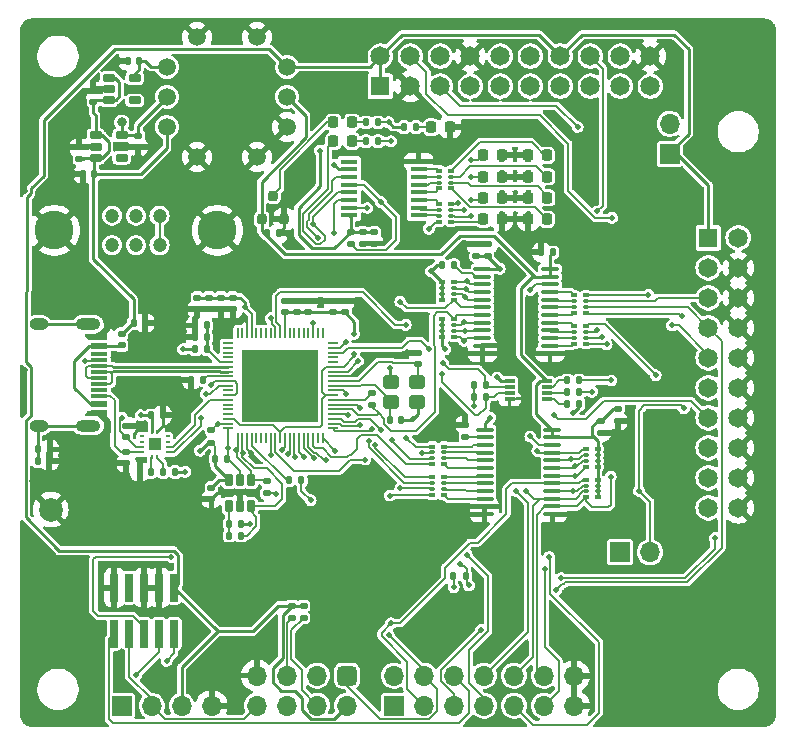
<source format=gbr>
%TF.GenerationSoftware,KiCad,Pcbnew,7.0.7*%
%TF.CreationDate,2024-05-31T12:22:19-07:00*%
%TF.ProjectId,Serberus,53657262-6572-4757-932e-6b696361645f,V2.2*%
%TF.SameCoordinates,Original*%
%TF.FileFunction,Copper,L1,Top*%
%TF.FilePolarity,Positive*%
%FSLAX46Y46*%
G04 Gerber Fmt 4.6, Leading zero omitted, Abs format (unit mm)*
G04 Created by KiCad (PCBNEW 7.0.7) date 2024-05-31 12:22:19*
%MOMM*%
%LPD*%
G01*
G04 APERTURE LIST*
G04 Aperture macros list*
%AMRoundRect*
0 Rectangle with rounded corners*
0 $1 Rounding radius*
0 $2 $3 $4 $5 $6 $7 $8 $9 X,Y pos of 4 corners*
0 Add a 4 corners polygon primitive as box body*
4,1,4,$2,$3,$4,$5,$6,$7,$8,$9,$2,$3,0*
0 Add four circle primitives for the rounded corners*
1,1,$1+$1,$2,$3*
1,1,$1+$1,$4,$5*
1,1,$1+$1,$6,$7*
1,1,$1+$1,$8,$9*
0 Add four rect primitives between the rounded corners*
20,1,$1+$1,$2,$3,$4,$5,0*
20,1,$1+$1,$4,$5,$6,$7,0*
20,1,$1+$1,$6,$7,$8,$9,0*
20,1,$1+$1,$8,$9,$2,$3,0*%
G04 Aperture macros list end*
%TA.AperFunction,SMDPad,CuDef*%
%ADD10RoundRect,0.135000X-0.185000X0.135000X-0.185000X-0.135000X0.185000X-0.135000X0.185000X0.135000X0*%
%TD*%
%TA.AperFunction,SMDPad,CuDef*%
%ADD11RoundRect,0.135000X-0.135000X-0.185000X0.135000X-0.185000X0.135000X0.185000X-0.135000X0.185000X0*%
%TD*%
%TA.AperFunction,SMDPad,CuDef*%
%ADD12RoundRect,0.140000X0.140000X0.170000X-0.140000X0.170000X-0.140000X-0.170000X0.140000X-0.170000X0*%
%TD*%
%TA.AperFunction,SMDPad,CuDef*%
%ADD13RoundRect,0.140000X0.170000X-0.140000X0.170000X0.140000X-0.170000X0.140000X-0.170000X-0.140000X0*%
%TD*%
%TA.AperFunction,SMDPad,CuDef*%
%ADD14RoundRect,0.100000X-0.150000X-0.100000X0.150000X-0.100000X0.150000X0.100000X-0.150000X0.100000X0*%
%TD*%
%TA.AperFunction,SMDPad,CuDef*%
%ADD15RoundRect,0.075000X-0.175000X-0.075000X0.175000X-0.075000X0.175000X0.075000X-0.175000X0.075000X0*%
%TD*%
%TA.AperFunction,ComponentPad*%
%ADD16C,2.000000*%
%TD*%
%TA.AperFunction,SMDPad,CuDef*%
%ADD17RoundRect,0.140000X-0.170000X0.140000X-0.170000X-0.140000X0.170000X-0.140000X0.170000X0.140000X0*%
%TD*%
%TA.AperFunction,SMDPad,CuDef*%
%ADD18R,0.850000X0.300000*%
%TD*%
%TA.AperFunction,SMDPad,CuDef*%
%ADD19RoundRect,0.162500X0.162500X-0.367500X0.162500X0.367500X-0.162500X0.367500X-0.162500X-0.367500X0*%
%TD*%
%TA.AperFunction,SMDPad,CuDef*%
%ADD20RoundRect,0.135000X0.135000X0.185000X-0.135000X0.185000X-0.135000X-0.185000X0.135000X-0.185000X0*%
%TD*%
%TA.AperFunction,SMDPad,CuDef*%
%ADD21RoundRect,0.218750X-0.218750X-0.256250X0.218750X-0.256250X0.218750X0.256250X-0.218750X0.256250X0*%
%TD*%
%TA.AperFunction,SMDPad,CuDef*%
%ADD22RoundRect,0.140000X-0.140000X-0.170000X0.140000X-0.170000X0.140000X0.170000X-0.140000X0.170000X0*%
%TD*%
%TA.AperFunction,SMDPad,CuDef*%
%ADD23RoundRect,0.100000X0.150000X0.100000X-0.150000X0.100000X-0.150000X-0.100000X0.150000X-0.100000X0*%
%TD*%
%TA.AperFunction,SMDPad,CuDef*%
%ADD24RoundRect,0.075000X0.175000X0.075000X-0.175000X0.075000X-0.175000X-0.075000X0.175000X-0.075000X0*%
%TD*%
%TA.AperFunction,SMDPad,CuDef*%
%ADD25RoundRect,0.300000X-0.400000X-0.300000X0.400000X-0.300000X0.400000X0.300000X-0.400000X0.300000X0*%
%TD*%
%TA.AperFunction,SMDPad,CuDef*%
%ADD26RoundRect,0.200000X0.200000X-0.250000X0.200000X0.250000X-0.200000X0.250000X-0.200000X-0.250000X0*%
%TD*%
%TA.AperFunction,ComponentPad*%
%ADD27R,1.700000X1.700000*%
%TD*%
%TA.AperFunction,ComponentPad*%
%ADD28O,1.700000X1.700000*%
%TD*%
%TA.AperFunction,SMDPad,CuDef*%
%ADD29RoundRect,0.135000X0.185000X-0.135000X0.185000X0.135000X-0.185000X0.135000X-0.185000X-0.135000X0*%
%TD*%
%TA.AperFunction,SMDPad,CuDef*%
%ADD30RoundRect,0.147500X-0.147500X-0.172500X0.147500X-0.172500X0.147500X0.172500X-0.147500X0.172500X0*%
%TD*%
%TA.AperFunction,SMDPad,CuDef*%
%ADD31RoundRect,0.218750X0.218750X0.256250X-0.218750X0.256250X-0.218750X-0.256250X0.218750X-0.256250X0*%
%TD*%
%TA.AperFunction,ComponentPad*%
%ADD32RoundRect,0.425000X-0.425000X0.425000X-0.425000X-0.425000X0.425000X-0.425000X0.425000X0.425000X0*%
%TD*%
%TA.AperFunction,ComponentPad*%
%ADD33R,1.650000X1.650000*%
%TD*%
%TA.AperFunction,ComponentPad*%
%ADD34C,1.650000*%
%TD*%
%TA.AperFunction,SMDPad,CuDef*%
%ADD35RoundRect,0.100000X-0.637500X-0.100000X0.637500X-0.100000X0.637500X0.100000X-0.637500X0.100000X0*%
%TD*%
%TA.AperFunction,SMDPad,CuDef*%
%ADD36R,1.475000X0.450000*%
%TD*%
%TA.AperFunction,SMDPad,CuDef*%
%ADD37RoundRect,0.162500X-0.367500X-0.162500X0.367500X-0.162500X0.367500X0.162500X-0.367500X0.162500X0*%
%TD*%
%TA.AperFunction,SMDPad,CuDef*%
%ADD38R,1.450000X0.600000*%
%TD*%
%TA.AperFunction,SMDPad,CuDef*%
%ADD39R,1.450000X0.300000*%
%TD*%
%TA.AperFunction,ComponentPad*%
%ADD40O,2.100000X1.000000*%
%TD*%
%TA.AperFunction,ComponentPad*%
%ADD41O,1.600000X1.000000*%
%TD*%
%TA.AperFunction,SMDPad,CuDef*%
%ADD42RoundRect,0.147500X-0.172500X0.147500X-0.172500X-0.147500X0.172500X-0.147500X0.172500X0.147500X0*%
%TD*%
%TA.AperFunction,ComponentPad*%
%ADD43C,1.200000*%
%TD*%
%TA.AperFunction,ComponentPad*%
%ADD44C,3.285000*%
%TD*%
%TA.AperFunction,ComponentPad*%
%ADD45C,1.500000*%
%TD*%
%TA.AperFunction,SMDPad,CuDef*%
%ADD46R,0.200000X0.850000*%
%TD*%
%TA.AperFunction,SMDPad,CuDef*%
%ADD47R,0.850000X0.200000*%
%TD*%
%TA.AperFunction,SMDPad,CuDef*%
%ADD48R,6.560000X6.060000*%
%TD*%
%TA.AperFunction,SMDPad,CuDef*%
%ADD49R,0.400000X0.250000*%
%TD*%
%TA.AperFunction,SMDPad,CuDef*%
%ADD50R,0.250000X0.400000*%
%TD*%
%TA.AperFunction,SMDPad,CuDef*%
%ADD51R,1.100000X1.100000*%
%TD*%
%TA.AperFunction,SMDPad,CuDef*%
%ADD52RoundRect,0.185000X-0.185000X1.015000X-0.185000X-1.015000X0.185000X-1.015000X0.185000X1.015000X0*%
%TD*%
%TA.AperFunction,ViaPad*%
%ADD53C,0.500000*%
%TD*%
%TA.AperFunction,ViaPad*%
%ADD54C,0.800000*%
%TD*%
%TA.AperFunction,Conductor*%
%ADD55C,0.250000*%
%TD*%
%TA.AperFunction,Conductor*%
%ADD56C,0.200000*%
%TD*%
%TA.AperFunction,Conductor*%
%ADD57C,0.500000*%
%TD*%
%TA.AperFunction,Conductor*%
%ADD58C,0.205232*%
%TD*%
%TA.AperFunction,Conductor*%
%ADD59C,0.233300*%
%TD*%
G04 APERTURE END LIST*
D10*
%TO.P,R17,1*%
%TO.N,VREF*%
X170600000Y-103090000D03*
%TO.P,R17,2*%
%TO.N,GND*%
X170600000Y-104110000D03*
%TD*%
D11*
%TO.P,R12,1*%
%TO.N,+3V3*%
X136490000Y-107300000D03*
%TO.P,R12,2*%
%TO.N,/EECS*%
X137510000Y-107300000D03*
%TD*%
D12*
%TO.P,C5,1*%
%TO.N,Net-(U3-VCC_USB)*%
X135795000Y-97000000D03*
%TO.P,C5,2*%
%TO.N,GND*%
X134835000Y-97000000D03*
%TD*%
D13*
%TO.P,C20,1*%
%TO.N,+3V3*%
X158600000Y-90080000D03*
%TO.P,C20,2*%
%TO.N,GND*%
X158600000Y-89120000D03*
%TD*%
%TO.P,C3,1*%
%TO.N,+5V*%
X125000000Y-81880000D03*
%TO.P,C3,2*%
%TO.N,GND*%
X125000000Y-80920000D03*
%TD*%
D14*
%TO.P,RN6,1,R1.1*%
%TO.N,/BD2*%
X154900000Y-108850000D03*
D15*
%TO.P,RN6,2,R2.1*%
%TO.N,/BD6*%
X154900000Y-109350000D03*
%TO.P,RN6,3,R3.1*%
%TO.N,/CD1*%
X154900000Y-109850000D03*
D14*
%TO.P,RN6,4,R4.1*%
%TO.N,/DD1*%
X154900000Y-110350000D03*
%TO.P,RN6,5,R4.2*%
%TO.N,Net-(RN6-R4.2)*%
X155900000Y-110350000D03*
D15*
%TO.P,RN6,6,R3.2*%
%TO.N,Net-(RN6-R3.2)*%
X155900000Y-109850000D03*
%TO.P,RN6,7,R2.2*%
%TO.N,Net-(RN6-R2.2)*%
X155900000Y-109350000D03*
D14*
%TO.P,RN6,8,R1.2*%
%TO.N,Net-(RN6-R1.2)*%
X155900000Y-108850000D03*
%TD*%
D16*
%TO.P,TP1,1,1*%
%TO.N,GND*%
X122600000Y-111600000D03*
%TD*%
D17*
%TO.P,C16,1*%
%TO.N,+3V3*%
X137000000Y-93640000D03*
%TO.P,C16,2*%
%TO.N,GND*%
X137000000Y-94600000D03*
%TD*%
D18*
%TO.P,U7,1,VCCA*%
%TO.N,+3V3*%
X161450000Y-100700000D03*
%TO.P,U7,2,A1*%
%TO.N,/CD0*%
X161450000Y-101200000D03*
%TO.P,U7,3,A2*%
%TO.N,/DD0*%
X161450000Y-101700000D03*
%TO.P,U7,4,GND*%
%TO.N,GND*%
X161450000Y-102200000D03*
%TO.P,U7,5,DIR*%
%TO.N,Net-(U7-DIR)*%
X164600000Y-102200000D03*
%TO.P,U7,6,B2*%
%TO.N,Net-(U7-B2)*%
X164600000Y-101700000D03*
%TO.P,U7,7,B1*%
%TO.N,Net-(U7-B1)*%
X164600000Y-101200000D03*
%TO.P,U7,8,VCCB*%
%TO.N,VREF*%
X164600000Y-100700000D03*
%TD*%
D19*
%TO.P,U4,1,DO*%
%TO.N,Net-(U4-DO)*%
X137650000Y-111300000D03*
%TO.P,U4,2,GND*%
%TO.N,GND*%
X138600000Y-111300000D03*
%TO.P,U4,3,DI*%
%TO.N,/EEDATA*%
X139550000Y-111300000D03*
%TO.P,U4,4,CLK*%
%TO.N,/EECLK*%
X139550000Y-109100000D03*
%TO.P,U4,5,CS*%
%TO.N,/EECS*%
X138600000Y-109100000D03*
%TO.P,U4,6,VCC*%
%TO.N,+3V3*%
X137650000Y-109100000D03*
%TD*%
D20*
%TO.P,R26,1*%
%TO.N,/UARTD_TX*%
X167335000Y-101650000D03*
%TO.P,R26,2*%
%TO.N,Net-(U7-B2)*%
X166315000Y-101650000D03*
%TD*%
D21*
%TO.P,D12,1,K*%
%TO.N,GND*%
X163037500Y-83400000D03*
%TO.P,D12,2,A*%
%TO.N,Net-(D12-A)*%
X164612500Y-83400000D03*
%TD*%
%TO.P,D13,1,K*%
%TO.N,GND*%
X163025000Y-81600000D03*
%TO.P,D13,2,A*%
%TO.N,Net-(D13-A)*%
X164600000Y-81600000D03*
%TD*%
D22*
%TO.P,C28,1*%
%TO.N,GND*%
X130120000Y-108400000D03*
%TO.P,C28,2*%
%TO.N,Net-(U8-CB)*%
X131080000Y-108400000D03*
%TD*%
D10*
%TO.P,R21,1*%
%TO.N,VTARGET*%
X144000000Y-119734500D03*
%TO.P,R21,2*%
%TO.N,Net-(J5-Pin_4)*%
X144000000Y-120754500D03*
%TD*%
D21*
%TO.P,D10,1,K*%
%TO.N,GND*%
X163025000Y-87000000D03*
%TO.P,D10,2,A*%
%TO.N,Net-(D10-A)*%
X164600000Y-87000000D03*
%TD*%
D23*
%TO.P,RN10,1,R1.1*%
%TO.N,Net-(D10-A)*%
X156500000Y-84400000D03*
D24*
%TO.P,RN10,2,R2.1*%
%TO.N,Net-(D11-A)*%
X156500000Y-83900000D03*
%TO.P,RN10,3,R3.1*%
%TO.N,Net-(D12-A)*%
X156500000Y-83400000D03*
D23*
%TO.P,RN10,4,R4.1*%
%TO.N,Net-(D13-A)*%
X156500000Y-82900000D03*
%TO.P,RN10,5,R4.2*%
%TO.N,Net-(RN10-R4.2)*%
X155500000Y-82900000D03*
D24*
%TO.P,RN10,6,R3.2*%
%TO.N,Net-(RN10-R3.2)*%
X155500000Y-83400000D03*
%TO.P,RN10,7,R2.2*%
%TO.N,Net-(RN10-R2.2)*%
X155500000Y-83900000D03*
D23*
%TO.P,RN10,8,R1.2*%
%TO.N,Net-(RN10-R1.2)*%
X155500000Y-84400000D03*
%TD*%
D14*
%TO.P,RN4,1,R1.1*%
%TO.N,Net-(RN4-R1.1)*%
X166900000Y-96050000D03*
D15*
%TO.P,RN4,2,R2.1*%
%TO.N,Net-(RN4-R2.1)*%
X166900000Y-96550000D03*
%TO.P,RN4,3,R3.1*%
%TO.N,Net-(RN4-R3.1)*%
X166900000Y-97050000D03*
D14*
%TO.P,RN4,4,R4.1*%
%TO.N,Net-(RN4-R4.1)*%
X166900000Y-97550000D03*
%TO.P,RN4,5,R4.2*%
%TO.N,/UARTA_TX*%
X167900000Y-97550000D03*
D15*
%TO.P,RN4,6,R3.2*%
%TO.N,/~{UARTA_RTS}*%
X167900000Y-97050000D03*
%TO.P,RN4,7,R2.2*%
%TO.N,/~{UARTA_DTR}*%
X167900000Y-96550000D03*
D14*
%TO.P,RN4,8,R1.2*%
%TO.N,/xPB5*%
X167900000Y-96050000D03*
%TD*%
D20*
%TO.P,R5,1*%
%TO.N,+3V3*%
X150310000Y-78800000D03*
%TO.P,R5,2*%
%TO.N,Net-(D2-A)*%
X149290000Y-78800000D03*
%TD*%
D13*
%TO.P,C24,1*%
%TO.N,Net-(U3-OSCO)*%
X153700000Y-99280000D03*
%TO.P,C24,2*%
%TO.N,GND*%
X153700000Y-98320000D03*
%TD*%
D25*
%TO.P,Y1,1,1*%
%TO.N,Net-(U3-OSCI)*%
X151400000Y-102450000D03*
%TO.P,Y1,2,2*%
%TO.N,GND*%
X153600000Y-102450000D03*
%TO.P,Y1,3,3*%
%TO.N,Net-(U3-OSCO)*%
X153600000Y-100750000D03*
%TO.P,Y1,4,4*%
%TO.N,GND*%
X151400000Y-100750000D03*
%TD*%
D20*
%TO.P,R3,1*%
%TO.N,GND*%
X122510000Y-106500000D03*
%TO.P,R3,2*%
%TO.N,Net-(J1-SHIELD)*%
X121490000Y-106500000D03*
%TD*%
D12*
%TO.P,C6,1*%
%TO.N,Net-(U3-VCC_USB)*%
X135795000Y-96000000D03*
%TO.P,C6,2*%
%TO.N,GND*%
X134835000Y-96000000D03*
%TD*%
D13*
%TO.P,C11,1*%
%TO.N,Net-(U3-VCORE_1)*%
X142400000Y-94880000D03*
%TO.P,C11,2*%
%TO.N,GND*%
X142400000Y-93920000D03*
%TD*%
D26*
%TO.P,Q1,1,G*%
%TO.N,VREF*%
X140450000Y-87000000D03*
%TO.P,Q1,2,S*%
%TO.N,GND*%
X142350000Y-87000000D03*
%TO.P,Q1,3,D*%
%TO.N,Net-(D2-K)*%
X141400000Y-85000000D03*
%TD*%
D27*
%TO.P,J7,1,Pin_1*%
%TO.N,/CLK*%
X128600000Y-128200000D03*
D28*
%TO.P,J7,2,Pin_2*%
%TO.N,/COPI*%
X131140000Y-128200000D03*
%TO.P,J7,3,Pin_3*%
%TO.N,VTARGET*%
X133680000Y-128200000D03*
%TO.P,J7,4,Pin_4*%
%TO.N,GND*%
X136220000Y-128200000D03*
%TD*%
D13*
%TO.P,C10,1*%
%TO.N,Net-(U3-VCORE_1)*%
X146500000Y-94880000D03*
%TO.P,C10,2*%
%TO.N,GND*%
X146500000Y-93920000D03*
%TD*%
D20*
%TO.P,R24,1*%
%TO.N,/DD0*%
X159410000Y-102050000D03*
%TO.P,R24,2*%
%TO.N,+3V3*%
X158390000Y-102050000D03*
%TD*%
D11*
%TO.P,R4,1*%
%TO.N,+3V3*%
X152490000Y-79200000D03*
%TO.P,R4,2*%
%TO.N,Net-(D1-A)*%
X153510000Y-79200000D03*
%TD*%
%TO.P,R10,1*%
%TO.N,Net-(D5-A)*%
X149290000Y-80400000D03*
%TO.P,R10,2*%
%TO.N,+3V3*%
X150310000Y-80400000D03*
%TD*%
D29*
%TO.P,R2,1*%
%TO.N,+3V3*%
X136200000Y-105910000D03*
%TO.P,R2,2*%
%TO.N,/~{ENABLE}*%
X136200000Y-104890000D03*
%TD*%
D17*
%TO.P,C4,1*%
%TO.N,+3V3*%
X130000000Y-79920000D03*
%TO.P,C4,2*%
%TO.N,GND*%
X130000000Y-80880000D03*
%TD*%
D12*
%TO.P,C25,1*%
%TO.N,GND*%
X122480000Y-107500000D03*
%TO.P,C25,2*%
%TO.N,Net-(J1-SHIELD)*%
X121520000Y-107500000D03*
%TD*%
%TO.P,C2,1*%
%TO.N,+1V8*%
X130080000Y-73600000D03*
%TO.P,C2,2*%
%TO.N,GND*%
X129120000Y-73600000D03*
%TD*%
D30*
%TO.P,FB1,1*%
%TO.N,+3V3*%
X134830000Y-98000000D03*
%TO.P,FB1,2*%
%TO.N,Net-(U3-VCC_USB)*%
X135800000Y-98000000D03*
%TD*%
D31*
%TO.P,D8,1,K*%
%TO.N,GND*%
X160787500Y-83400000D03*
%TO.P,D8,2,A*%
%TO.N,Net-(D8-A)*%
X159212500Y-83400000D03*
%TD*%
D14*
%TO.P,RN3,1,R1.1*%
%TO.N,Net-(RN3-R1.1)*%
X166900000Y-93450000D03*
D15*
%TO.P,RN3,2,R2.1*%
%TO.N,Net-(RN3-R2.1)*%
X166900000Y-93950000D03*
%TO.P,RN3,3,R3.1*%
%TO.N,Net-(RN3-R3.1)*%
X166900000Y-94450000D03*
D14*
%TO.P,RN3,4,R4.1*%
%TO.N,Net-(RN3-R4.1)*%
X166900000Y-94950000D03*
%TO.P,RN3,5,R4.2*%
%TO.N,/xPB4*%
X167900000Y-94950000D03*
D15*
%TO.P,RN3,6,R3.2*%
%TO.N,/CS*%
X167900000Y-94450000D03*
%TO.P,RN3,7,R2.2*%
%TO.N,/COPI*%
X167900000Y-93950000D03*
D14*
%TO.P,RN3,8,R1.2*%
%TO.N,/CLK*%
X167900000Y-93450000D03*
%TD*%
D20*
%TO.P,R16,1*%
%TO.N,/SWDIO*%
X157710000Y-117200000D03*
%TO.P,R16,2*%
%TO.N,/COPI*%
X156690000Y-117200000D03*
%TD*%
D32*
%TO.P,J5,1,Pin_1*%
%TO.N,/CS*%
X147685500Y-125639500D03*
D28*
%TO.P,J5,2,Pin_2*%
%TO.N,VTARGET*%
X147685500Y-128179500D03*
%TO.P,J5,3,Pin_3*%
%TO.N,/CIPO*%
X145145500Y-125639500D03*
%TO.P,J5,4,Pin_4*%
%TO.N,Net-(J5-Pin_4)*%
X145145500Y-128179500D03*
%TO.P,J5,5,Pin_5*%
%TO.N,Net-(J5-Pin_5)*%
X142605500Y-125639500D03*
%TO.P,J5,6,Pin_6*%
%TO.N,/CLK*%
X142605500Y-128179500D03*
%TO.P,J5,7,Pin_7*%
%TO.N,GND*%
X140065500Y-125639500D03*
%TO.P,J5,8,Pin_8*%
%TO.N,/COPI*%
X140065500Y-128179500D03*
%TD*%
D29*
%TO.P,R14,1*%
%TO.N,+3V3*%
X140900000Y-110210000D03*
%TO.P,R14,2*%
%TO.N,/EECLK*%
X140900000Y-109190000D03*
%TD*%
D33*
%TO.P,J3,1,Pin_1*%
%TO.N,VTARGET*%
X178260000Y-88580000D03*
D34*
%TO.P,J3,2,Pin_2*%
%TO.N,unconnected-(J3-Pin_2-Pad2)*%
X180800000Y-88580000D03*
%TO.P,J3,3,Pin_3*%
%TO.N,/xPB4*%
X178260000Y-91120000D03*
%TO.P,J3,4,Pin_4*%
%TO.N,GND*%
X180800000Y-91120000D03*
%TO.P,J3,5,Pin_5*%
%TO.N,/COPI*%
X178260000Y-93660000D03*
%TO.P,J3,6,Pin_6*%
%TO.N,GND*%
X180800000Y-93660000D03*
%TO.P,J3,7,Pin_7*%
%TO.N,/CS*%
X178260000Y-96200000D03*
%TO.P,J3,8,Pin_8*%
%TO.N,GND*%
X180800000Y-96200000D03*
%TO.P,J3,9,Pin_9*%
%TO.N,/CLK*%
X178260000Y-98740000D03*
%TO.P,J3,10,Pin_10*%
%TO.N,GND*%
X180800000Y-98740000D03*
%TO.P,J3,11,Pin_11*%
%TO.N,/MISC_RX*%
X178260000Y-101280000D03*
%TO.P,J3,12,Pin_12*%
%TO.N,GND*%
X180800000Y-101280000D03*
%TO.P,J3,13,Pin_13*%
%TO.N,/CIPO*%
X178260000Y-103820000D03*
%TO.P,J3,14,Pin_14*%
%TO.N,GND*%
X180800000Y-103820000D03*
%TO.P,J3,15,Pin_15*%
%TO.N,/xPB5*%
X178260000Y-106360000D03*
%TO.P,J3,16,Pin_16*%
%TO.N,GND*%
X180800000Y-106360000D03*
%TO.P,J3,17,Pin_17*%
%TO.N,unconnected-(J3-Pin_17-Pad17)*%
X178260000Y-108900000D03*
%TO.P,J3,18,Pin_18*%
%TO.N,GND*%
X180800000Y-108900000D03*
%TO.P,J3,19,Pin_19*%
%TO.N,unconnected-(J3-Pin_19-Pad19)*%
X178260000Y-111440000D03*
%TO.P,J3,20,Pin_20*%
%TO.N,GND*%
X180800000Y-111440000D03*
%TD*%
D17*
%TO.P,C17,1*%
%TO.N,+3V3*%
X138000000Y-93640000D03*
%TO.P,C17,2*%
%TO.N,GND*%
X138000000Y-94600000D03*
%TD*%
D29*
%TO.P,R22,1*%
%TO.N,/BD5*%
X149800000Y-102710000D03*
%TO.P,R22,2*%
%TO.N,/BD7*%
X149800000Y-101690000D03*
%TD*%
D35*
%TO.P,U6,1,VCCA*%
%TO.N,+3V3*%
X159337500Y-104825000D03*
%TO.P,U6,2,DIR*%
%TO.N,Net-(U6-DIR)*%
X159337500Y-105475000D03*
%TO.P,U6,3,A1*%
%TO.N,Net-(RN5-R1.2)*%
X159337500Y-106125000D03*
%TO.P,U6,4,A2*%
%TO.N,Net-(RN5-R2.2)*%
X159337500Y-106775000D03*
%TO.P,U6,5,A3*%
%TO.N,Net-(RN5-R3.2)*%
X159337500Y-107425000D03*
%TO.P,U6,6,A4*%
%TO.N,Net-(RN5-R4.2)*%
X159337500Y-108075000D03*
%TO.P,U6,7,A5*%
%TO.N,Net-(RN6-R1.2)*%
X159337500Y-108725000D03*
%TO.P,U6,8,A6*%
%TO.N,Net-(RN6-R2.2)*%
X159337500Y-109375000D03*
%TO.P,U6,9,A7*%
%TO.N,Net-(RN6-R3.2)*%
X159337500Y-110025000D03*
%TO.P,U6,10,A8*%
%TO.N,Net-(RN6-R4.2)*%
X159337500Y-110675000D03*
%TO.P,U6,11,GND*%
%TO.N,GND*%
X159337500Y-111325000D03*
%TO.P,U6,12,GND*%
X159337500Y-111975000D03*
%TO.P,U6,13,GND*%
X165062500Y-111975000D03*
%TO.P,U6,14,B8*%
%TO.N,/UARTD_RX*%
X165062500Y-111325000D03*
%TO.P,U6,15,B7*%
%TO.N,/UARTC_RX*%
X165062500Y-110675000D03*
%TO.P,U6,16,B6*%
%TO.N,/MISC_RX*%
X165062500Y-110025000D03*
%TO.P,U6,17,B5*%
%TO.N,/DI*%
X165062500Y-109375000D03*
%TO.P,U6,18,B4*%
%TO.N,/~{UARTA_DCD}*%
X165062500Y-108725000D03*
%TO.P,U6,19,B3*%
%TO.N,/~{UARTA_DSR}*%
X165062500Y-108075000D03*
%TO.P,U6,20,B2*%
%TO.N,/~{UARTA_CTS}*%
X165062500Y-107425000D03*
%TO.P,U6,21,B1*%
%TO.N,/UARTA_RX*%
X165062500Y-106775000D03*
%TO.P,U6,22,OE*%
%TO.N,/~{ENABLE}*%
X165062500Y-106125000D03*
%TO.P,U6,23,VCCB*%
%TO.N,VREF*%
X165062500Y-105475000D03*
%TO.P,U6,24,VCCB*%
X165062500Y-104825000D03*
%TD*%
D14*
%TO.P,RN2,1,R1.1*%
%TO.N,+3V3*%
X155700000Y-95450000D03*
D15*
%TO.P,RN2,2,R2.1*%
X155700000Y-95950000D03*
%TO.P,RN2,3,R3.1*%
X155700000Y-96450000D03*
D14*
%TO.P,RN2,4,R4.1*%
X155700000Y-96950000D03*
%TO.P,RN2,5,R4.2*%
%TO.N,/AD0*%
X156700000Y-96950000D03*
D15*
%TO.P,RN2,6,R3.2*%
%TO.N,/AD2*%
X156700000Y-96450000D03*
%TO.P,RN2,7,R2.2*%
%TO.N,/AD4*%
X156700000Y-95950000D03*
D14*
%TO.P,RN2,8,R1.2*%
%TO.N,/BD5*%
X156700000Y-95450000D03*
%TD*%
D27*
%TO.P,J8,1,Pin_1*%
%TO.N,/UARTA_RX*%
X170800000Y-115200000D03*
D28*
%TO.P,J8,2,Pin_2*%
%TO.N,/MISC_RX*%
X173340000Y-115200000D03*
%TD*%
D17*
%TO.P,C8,1*%
%TO.N,+5V*%
X150000000Y-88120000D03*
%TO.P,C8,2*%
%TO.N,GND*%
X150000000Y-89080000D03*
%TD*%
D14*
%TO.P,RN7,1,R1.1*%
%TO.N,/UARTA_RX*%
X167900000Y-106450000D03*
D15*
%TO.P,RN7,2,R2.1*%
%TO.N,/~{UARTA_CTS}*%
X167900000Y-106950000D03*
%TO.P,RN7,3,R3.1*%
%TO.N,/~{UARTA_DSR}*%
X167900000Y-107450000D03*
D14*
%TO.P,RN7,4,R4.1*%
%TO.N,/~{UARTA_DCD}*%
X167900000Y-107950000D03*
%TO.P,RN7,5,R4.2*%
%TO.N,VREF*%
X168900000Y-107950000D03*
D15*
%TO.P,RN7,6,R3.2*%
X168900000Y-107450000D03*
%TO.P,RN7,7,R2.2*%
X168900000Y-106950000D03*
D14*
%TO.P,RN7,8,R1.2*%
X168900000Y-106450000D03*
%TD*%
D11*
%TO.P,R1,1*%
%TO.N,Net-(U8-FAULTB)*%
X132090000Y-108400000D03*
%TO.P,R1,2*%
%TO.N,+3V3*%
X133110000Y-108400000D03*
%TD*%
D31*
%TO.P,D1,1,K*%
%TO.N,GND*%
X156387500Y-79200000D03*
%TO.P,D1,2,A*%
%TO.N,Net-(D1-A)*%
X154812500Y-79200000D03*
%TD*%
%TO.P,D9,1,K*%
%TO.N,GND*%
X160775000Y-81600000D03*
%TO.P,D9,2,A*%
%TO.N,Net-(D9-A)*%
X159200000Y-81600000D03*
%TD*%
D20*
%TO.P,R23,1*%
%TO.N,/CD0*%
X159410000Y-101050000D03*
%TO.P,R23,2*%
%TO.N,+3V3*%
X158390000Y-101050000D03*
%TD*%
D12*
%TO.P,C22,1*%
%TO.N,VREF*%
X165080000Y-89800000D03*
%TO.P,C22,2*%
%TO.N,GND*%
X164120000Y-89800000D03*
%TD*%
D20*
%TO.P,R13,1*%
%TO.N,+3V3*%
X138710000Y-112800000D03*
%TO.P,R13,2*%
%TO.N,Net-(U4-DO)*%
X137690000Y-112800000D03*
%TD*%
%TO.P,R25,1*%
%TO.N,/UARTC_TX*%
X167335000Y-100650000D03*
%TO.P,R25,2*%
%TO.N,Net-(U7-B1)*%
X166315000Y-100650000D03*
%TD*%
D29*
%TO.P,R20,1*%
%TO.N,Net-(J5-Pin_5)*%
X143000000Y-120754500D03*
%TO.P,R20,2*%
%TO.N,VTARGET*%
X143000000Y-119734500D03*
%TD*%
D36*
%TO.P,U9,1,Q1*%
%TO.N,Net-(RN9-R2.2)*%
X153738000Y-86675000D03*
%TO.P,U9,2,Q2*%
%TO.N,Net-(RN9-R3.2)*%
X153738000Y-86025000D03*
%TO.P,U9,3,Q3*%
%TO.N,Net-(RN9-R4.2)*%
X153738000Y-85375000D03*
%TO.P,U9,4,Q4*%
%TO.N,Net-(RN10-R1.2)*%
X153738000Y-84725000D03*
%TO.P,U9,5,Q5*%
%TO.N,Net-(RN10-R2.2)*%
X153738000Y-84075000D03*
%TO.P,U9,6,Q6*%
%TO.N,Net-(RN10-R3.2)*%
X153738000Y-83425000D03*
%TO.P,U9,7,Q7*%
%TO.N,Net-(RN10-R4.2)*%
X153738000Y-82775000D03*
%TO.P,U9,8,GND*%
%TO.N,GND*%
X153738000Y-82125000D03*
%TO.P,U9,9,Q7S*%
%TO.N,unconnected-(U9-Q7S-Pad9)*%
X147862000Y-82125000D03*
%TO.P,U9,10,~{MR}*%
%TO.N,+5V*%
X147862000Y-82775000D03*
%TO.P,U9,11,SHCP*%
%TO.N,/EECLK*%
X147862000Y-83425000D03*
%TO.P,U9,12,STCP*%
%TO.N,/EECS*%
X147862000Y-84075000D03*
%TO.P,U9,13,~{OE}*%
%TO.N,/~{ENABLE}*%
X147862000Y-84725000D03*
%TO.P,U9,14,DS*%
%TO.N,/EEDATA*%
X147862000Y-85375000D03*
%TO.P,U9,15,Q0*%
%TO.N,Net-(RN9-R1.2)*%
X147862000Y-86025000D03*
%TO.P,U9,16,VCC*%
%TO.N,+5V*%
X147862000Y-86675000D03*
%TD*%
D27*
%TO.P,J4,1,Pin_1*%
%TO.N,/CLK*%
X151660000Y-128200000D03*
D28*
%TO.P,J4,2,Pin_2*%
%TO.N,/COPI*%
X151660000Y-125660000D03*
%TO.P,J4,3,Pin_3*%
%TO.N,/DI*%
X154200000Y-128200000D03*
%TO.P,J4,4,Pin_4*%
%TO.N,/CS*%
X154200000Y-125660000D03*
%TO.P,J4,5,Pin_5*%
%TO.N,/xPB4*%
X156740000Y-128200000D03*
%TO.P,J4,6,Pin_6*%
%TO.N,/xPB5*%
X156740000Y-125660000D03*
%TO.P,J4,7,Pin_7*%
%TO.N,/UARTA_TX*%
X159280000Y-128200000D03*
%TO.P,J4,8,Pin_8*%
%TO.N,/UARTA_RX*%
X159280000Y-125660000D03*
%TO.P,J4,9,Pin_9*%
%TO.N,/UARTC_TX*%
X161820000Y-128200000D03*
%TO.P,J4,10,Pin_10*%
%TO.N,/UARTC_RX*%
X161820000Y-125660000D03*
%TO.P,J4,11,Pin_11*%
%TO.N,/UARTD_TX*%
X164360000Y-128200000D03*
%TO.P,J4,12,Pin_12*%
%TO.N,/UARTD_RX*%
X164360000Y-125660000D03*
%TO.P,J4,13,Pin_13*%
%TO.N,GND*%
X166900000Y-128200000D03*
%TO.P,J4,14,Pin_14*%
X166900000Y-125660000D03*
%TD*%
D37*
%TO.P,U2,1,VIN*%
%TO.N,+5V*%
X126400000Y-79900000D03*
%TO.P,U2,2,GND*%
%TO.N,GND*%
X126400000Y-80850000D03*
%TO.P,U2,3,EN*%
%TO.N,+5V*%
X126400000Y-81800000D03*
%TO.P,U2,4,NC*%
%TO.N,unconnected-(U2-NC-Pad4)*%
X128600000Y-81800000D03*
%TO.P,U2,5,VOUT*%
%TO.N,+3V3*%
X128600000Y-79900000D03*
%TD*%
D29*
%TO.P,R19,1*%
%TO.N,Net-(U6-DIR)*%
X157700000Y-105410000D03*
%TO.P,R19,2*%
%TO.N,GND*%
X157700000Y-104390000D03*
%TD*%
D38*
%TO.P,J1,A1,GND*%
%TO.N,GND*%
X126685000Y-96950000D03*
%TO.P,J1,A4,VBUS*%
%TO.N,/VBUS*%
X126685000Y-97750000D03*
D39*
%TO.P,J1,A5,CC1*%
%TO.N,Net-(J1-CC1)*%
X126685000Y-98950000D03*
%TO.P,J1,A6,D+*%
%TO.N,/USB_DP*%
X126685000Y-99950000D03*
%TO.P,J1,A7,D-*%
%TO.N,/USB_DN*%
X126685000Y-100450000D03*
%TO.P,J1,A8,SBU1*%
%TO.N,unconnected-(J1-SBU1-PadA8)*%
X126685000Y-101450000D03*
D38*
%TO.P,J1,A9,VBUS*%
%TO.N,/VBUS*%
X126685000Y-102650000D03*
%TO.P,J1,A12,GND*%
%TO.N,GND*%
X126685000Y-103450000D03*
%TO.P,J1,B1,GND*%
X126685000Y-103450000D03*
%TO.P,J1,B4,VBUS*%
%TO.N,/VBUS*%
X126685000Y-102650000D03*
D39*
%TO.P,J1,B5,CC2*%
%TO.N,Net-(J1-CC2)*%
X126685000Y-101950000D03*
%TO.P,J1,B6,D+*%
%TO.N,/USB_DP*%
X126685000Y-100950000D03*
%TO.P,J1,B7,D-*%
%TO.N,/USB_DN*%
X126685000Y-99450000D03*
%TO.P,J1,B8,SBU2*%
%TO.N,unconnected-(J1-SBU2-PadB8)*%
X126685000Y-98450000D03*
D38*
%TO.P,J1,B9,VBUS*%
%TO.N,/VBUS*%
X126685000Y-97750000D03*
%TO.P,J1,B12,GND*%
%TO.N,GND*%
X126685000Y-96950000D03*
D40*
%TO.P,J1,S1,SHIELD*%
%TO.N,Net-(J1-SHIELD)*%
X125770000Y-95880000D03*
D41*
X121590000Y-95880000D03*
D40*
X125770000Y-104520000D03*
D41*
X121590000Y-104520000D03*
%TD*%
D42*
%TO.P,FB3,1*%
%TO.N,+5V*%
X128600000Y-96715000D03*
%TO.P,FB3,2*%
%TO.N,/VBUS*%
X128600000Y-97685000D03*
%TD*%
D13*
%TO.P,C19,1*%
%TO.N,+3V3*%
X159600000Y-90080000D03*
%TO.P,C19,2*%
%TO.N,GND*%
X159600000Y-89120000D03*
%TD*%
D20*
%TO.P,R11,1*%
%TO.N,GND*%
X141910000Y-88200000D03*
%TO.P,R11,2*%
%TO.N,VREF*%
X140890000Y-88200000D03*
%TD*%
D43*
%TO.P,SW2,1,1*%
%TO.N,/CS*%
X127800000Y-89200000D03*
%TO.P,SW2,2,2*%
%TO.N,/CORTEX_PIN2*%
X129800000Y-89200000D03*
%TO.P,SW2,3,3*%
%TO.N,/SWDIO*%
X131800000Y-89200000D03*
%TO.P,SW2,4,4*%
%TO.N,/CIPO*%
X127800000Y-86700000D03*
%TO.P,SW2,5,5*%
%TO.N,/DI*%
X129800000Y-86700000D03*
%TO.P,SW2,6,6*%
%TO.N,/SWDIO*%
X131800000Y-86700000D03*
D44*
%TO.P,SW2,MH1,MH1*%
%TO.N,GND*%
X122900000Y-87950000D03*
%TO.P,SW2,MH2,MH2*%
X136700000Y-87950000D03*
%TD*%
D13*
%TO.P,C29,1*%
%TO.N,GND*%
X129000000Y-107680000D03*
%TO.P,C29,2*%
%TO.N,Net-(J1-CC2)*%
X129000000Y-106720000D03*
%TD*%
D45*
%TO.P,SW1,1,1_Support*%
%TO.N,GND*%
X142595000Y-79200000D03*
%TO.P,SW1,2,2*%
%TO.N,+5V*%
X132435000Y-79200000D03*
%TO.P,SW1,3,3*%
%TO.N,+3V3*%
X132435000Y-76660000D03*
%TO.P,SW1,4,4*%
%TO.N,+1V8*%
X132435000Y-74120000D03*
%TO.P,SW1,5,5*%
%TO.N,VTARGET*%
X142595000Y-74120000D03*
%TO.P,SW1,6,Common*%
%TO.N,VREF*%
X142595000Y-76660000D03*
%TO.P,SW1,7,7_Support*%
%TO.N,GND*%
X140055000Y-81740000D03*
%TO.P,SW1,8,8_Support*%
X134975000Y-81740000D03*
%TO.P,SW1,9,9_Support*%
X134975000Y-71580000D03*
%TO.P,SW1,10,10_Support*%
X140055000Y-71580000D03*
%TD*%
D31*
%TO.P,D7,1,K*%
%TO.N,GND*%
X160787500Y-85200000D03*
%TO.P,D7,2,A*%
%TO.N,Net-(D7-A)*%
X159212500Y-85200000D03*
%TD*%
D21*
%TO.P,D11,1,K*%
%TO.N,GND*%
X163037500Y-85200000D03*
%TO.P,D11,2,A*%
%TO.N,Net-(D11-A)*%
X164612500Y-85200000D03*
%TD*%
D46*
%TO.P,U3,1,EECLK*%
%TO.N,/EECLK*%
X138407467Y-105550757D03*
%TO.P,U3,2,EEDATA*%
%TO.N,/EEDATA*%
X138807467Y-105550757D03*
%TO.P,U3,3,TEST*%
%TO.N,GND*%
X139207467Y-105550757D03*
%TO.P,U3,4,RESET#*%
%TO.N,Net-(U3-RESET#)*%
X139607467Y-105550757D03*
%TO.P,U3,5,GPIO3*%
%TO.N,unconnected-(U3-GPIO3-Pad5)*%
X140007467Y-105550757D03*
%TO.P,U3,6,GPIO4*%
%TO.N,unconnected-(U3-GPIO4-Pad6)*%
X140407467Y-105550757D03*
%TO.P,U3,7,GPIO5*%
%TO.N,unconnected-(U3-GPIO5-Pad7)*%
X140807467Y-105550757D03*
%TO.P,U3,8,ADBUS0*%
%TO.N,/AD0*%
X141207467Y-105550757D03*
%TO.P,U3,9,ADBUS1*%
%TO.N,/AD1*%
X141607467Y-105550757D03*
%TO.P,U3,10,VCORE_1*%
%TO.N,Net-(U3-VCORE_1)*%
X142007467Y-105550757D03*
%TO.P,U3,11,GND_1*%
%TO.N,GND*%
X142407467Y-105550757D03*
%TO.P,U3,12,VCCIO_1*%
%TO.N,+3V3*%
X142807467Y-105550757D03*
%TO.P,U3,13,ADBUS2*%
%TO.N,/AD2*%
X143207467Y-105550757D03*
%TO.P,U3,14,ADBUS3*%
%TO.N,/AD3*%
X143607467Y-105550757D03*
%TO.P,U3,15,ADBUS4*%
%TO.N,/AD4*%
X144007467Y-105550757D03*
%TO.P,U3,16,ADBUS5*%
%TO.N,/AD5*%
X144407467Y-105550757D03*
%TO.P,U3,17,ADBUS6*%
%TO.N,/AD6*%
X144807467Y-105550757D03*
%TO.P,U3,18,ADBUS7*%
%TO.N,unconnected-(U3-ADBUS7-Pad18)*%
X145207467Y-105550757D03*
%TO.P,U3,19,BDBUS0*%
%TO.N,/BD0*%
X145607467Y-105550757D03*
D47*
%TO.P,U3,20,BDBUS1*%
%TO.N,/BD1*%
X146457467Y-104700757D03*
%TO.P,U3,21,BDBUS2*%
%TO.N,/BD2*%
X146457467Y-104300757D03*
%TO.P,U3,22,BDBUS3*%
%TO.N,/BD3*%
X146457467Y-103900757D03*
%TO.P,U3,23,BDBUS4*%
%TO.N,/BD4*%
X146457467Y-103500757D03*
%TO.P,U3,24,BDBUS5*%
%TO.N,/BD5*%
X146457467Y-103100757D03*
%TO.P,U3,25,BDBUS6*%
%TO.N,/BD6*%
X146457467Y-102700757D03*
%TO.P,U3,26,BDBUS7*%
%TO.N,/BD7*%
X146457467Y-102300757D03*
%TO.P,U3,27,VCORE_2*%
%TO.N,Net-(U3-VCORE_1)*%
X146457467Y-101900757D03*
%TO.P,U3,28,VCCIO_2*%
%TO.N,+3V3*%
X146457467Y-101500757D03*
%TO.P,U3,29,OSCI*%
%TO.N,Net-(U3-OSCI)*%
X146457467Y-101100757D03*
%TO.P,U3,30,OSCO*%
%TO.N,Net-(U3-OSCO)*%
X146457467Y-100700757D03*
%TO.P,U3,31,GND_2*%
%TO.N,GND*%
X146457467Y-100300757D03*
%TO.P,U3,32,VREGIN*%
%TO.N,+3V3*%
X146457467Y-99900757D03*
%TO.P,U3,33,VREGOUT*%
%TO.N,Net-(U3-VCORE_1)*%
X146457467Y-99500757D03*
%TO.P,U3,34,FSOURCE*%
%TO.N,unconnected-(U3-FSOURCE-Pad34)*%
X146457467Y-99100757D03*
%TO.P,U3,35,VPP*%
%TO.N,unconnected-(U3-VPP-Pad35)*%
X146457467Y-98700757D03*
%TO.P,U3,36,CDBUS0*%
%TO.N,/CD0*%
X146457467Y-98300757D03*
%TO.P,U3,37,CDBUS1*%
%TO.N,/CD1*%
X146457467Y-97900757D03*
%TO.P,U3,38,CDBUS2*%
%TO.N,unconnected-(U3-CDBUS2-Pad38)*%
X146457467Y-97500757D03*
D46*
%TO.P,U3,39,CDBUS3*%
%TO.N,unconnected-(U3-CDBUS3-Pad39)*%
X145607467Y-96650757D03*
%TO.P,U3,40,CDBUS4*%
%TO.N,unconnected-(U3-CDBUS4-Pad40)*%
X145207467Y-96650757D03*
%TO.P,U3,41,VCCIO_3*%
%TO.N,+3V3*%
X144807467Y-96650757D03*
%TO.P,U3,42,CDBUS5*%
%TO.N,unconnected-(U3-CDBUS5-Pad42)*%
X144407467Y-96650757D03*
%TO.P,U3,43,CDBUS6*%
%TO.N,unconnected-(U3-CDBUS6-Pad43)*%
X144007467Y-96650757D03*
%TO.P,U3,44,CDBUS7*%
%TO.N,unconnected-(U3-CDBUS7-Pad44)*%
X143607467Y-96650757D03*
%TO.P,U3,45,SUSPEND#*%
%TO.N,unconnected-(U3-SUSPEND#-Pad45)*%
X143207467Y-96650757D03*
%TO.P,U3,46,GPIO6*%
%TO.N,unconnected-(U3-GPIO6-Pad46)*%
X142807467Y-96650757D03*
%TO.P,U3,47,VCORE_3*%
%TO.N,Net-(U3-VCORE_1)*%
X142407467Y-96650757D03*
%TO.P,U3,48,DDBUS0*%
%TO.N,/DD0*%
X142007467Y-96650757D03*
%TO.P,U3,49,DDBUS1*%
%TO.N,/DD1*%
X141607467Y-96650757D03*
%TO.P,U3,50,DDBUS2*%
%TO.N,unconnected-(U3-DDBUS2-Pad50)*%
X141207467Y-96650757D03*
%TO.P,U3,51,DDBUS3*%
%TO.N,unconnected-(U3-DDBUS3-Pad51)*%
X140807467Y-96650757D03*
%TO.P,U3,52,DDBUS4*%
%TO.N,unconnected-(U3-DDBUS4-Pad52)*%
X140407467Y-96650757D03*
%TO.P,U3,53,DDBUS5*%
%TO.N,unconnected-(U3-DDBUS5-Pad53)*%
X140007467Y-96650757D03*
%TO.P,U3,54,VCCIO_4*%
%TO.N,+3V3*%
X139607467Y-96650757D03*
%TO.P,U3,55,GND_3*%
%TO.N,GND*%
X139207467Y-96650757D03*
%TO.P,U3,56,DDBUS6*%
%TO.N,unconnected-(U3-DDBUS6-Pad56)*%
X138807467Y-96650757D03*
%TO.P,U3,57,DDBUS7*%
%TO.N,unconnected-(U3-DDBUS7-Pad57)*%
X138407467Y-96650757D03*
D47*
%TO.P,U3,58,GPIO7*%
%TO.N,unconnected-(U3-GPIO7-Pad58)*%
X137557467Y-97500757D03*
%TO.P,U3,59,GPIO2*%
%TO.N,unconnected-(U3-GPIO2-Pad59)*%
X137557467Y-97900757D03*
%TO.P,U3,60,GPIO1*%
%TO.N,unconnected-(U3-GPIO1-Pad60)*%
X137557467Y-98300757D03*
%TO.P,U3,61,GPIO0*%
%TO.N,unconnected-(U3-GPIO0-Pad61)*%
X137557467Y-98700757D03*
%TO.P,U3,62,VCC_USB*%
%TO.N,Net-(U3-VCC_USB)*%
X137557467Y-99100757D03*
%TO.P,U3,63,DM*%
%TO.N,/USB_DN*%
X137557467Y-99500757D03*
%TO.P,U3,64,DP*%
%TO.N,/USB_DP*%
X137557467Y-99900757D03*
%TO.P,U3,65,REF*%
%TO.N,Net-(U3-REF)*%
X137557467Y-100300757D03*
%TO.P,U3,66,VCC_PD*%
%TO.N,+3V3*%
X137557467Y-100700757D03*
%TO.P,U3,67,PD1_CC2*%
%TO.N,/CC2*%
X137557467Y-101100757D03*
%TO.P,U3,68,PD1_SVBUS*%
%TO.N,unconnected-(U3-PD1_SVBUS-Pad68)*%
X137557467Y-101500757D03*
%TO.P,U3,69,PD1_VCONN*%
%TO.N,+3V3*%
X137557467Y-101900757D03*
%TO.P,U3,70,PD1_CC1*%
%TO.N,/CC1*%
X137557467Y-102300757D03*
%TO.P,U3,71,PD2_CC1*%
%TO.N,unconnected-(U3-PD2_CC1-Pad71)*%
X137557467Y-102700757D03*
%TO.P,U3,72,PD2_SVBUS*%
%TO.N,unconnected-(U3-PD2_SVBUS-Pad72)*%
X137557467Y-103100757D03*
%TO.P,U3,73,PD2_CC2*%
%TO.N,unconnected-(U3-PD2_CC2-Pad73)*%
X137557467Y-103500757D03*
%TO.P,U3,74,VCORE_4*%
%TO.N,Net-(U3-VCORE_1)*%
X137557467Y-103900757D03*
%TO.P,U3,75,PWREN#*%
%TO.N,/~{ENABLE}*%
X137557467Y-104300757D03*
%TO.P,U3,76,EECS*%
%TO.N,/EECS*%
X137557467Y-104700757D03*
D48*
%TO.P,U3,77,EP*%
%TO.N,GND*%
X142007467Y-101100757D03*
%TD*%
D49*
%TO.P,U8,1,SBU1C*%
%TO.N,unconnected-(U8-SBU1C-Pad1)*%
X130300000Y-105400000D03*
%TO.P,U8,2,SBU2C*%
%TO.N,unconnected-(U8-SBU2C-Pad2)*%
X130300000Y-105850000D03*
%TO.P,U8,3,CC1C*%
%TO.N,Net-(J1-CC1)*%
X130300000Y-106300000D03*
%TO.P,U8,4,CC2C*%
%TO.N,Net-(J1-CC2)*%
X130300000Y-106750000D03*
D50*
%TO.P,U8,5,CB*%
%TO.N,Net-(U8-CB)*%
X131175000Y-107125000D03*
%TO.P,U8,6,FAULTB*%
%TO.N,Net-(U8-FAULTB)*%
X131625000Y-107125000D03*
D49*
%TO.P,U8,7,CC2S*%
%TO.N,/CC2*%
X132500000Y-106750000D03*
%TO.P,U8,8,CC1S*%
%TO.N,/CC1*%
X132500000Y-106300000D03*
%TO.P,U8,9,SBU2S*%
%TO.N,unconnected-(U8-SBU2S-Pad9)*%
X132500000Y-105850000D03*
%TO.P,U8,10,SBU1S*%
%TO.N,unconnected-(U8-SBU1S-Pad10)*%
X132500000Y-105400000D03*
D50*
%TO.P,U8,11,GND*%
%TO.N,GND*%
X131625000Y-105025000D03*
%TO.P,U8,12,VSYS*%
%TO.N,+3V3*%
X131175000Y-105025000D03*
D51*
%TO.P,U8,13,EP*%
%TO.N,GND*%
X131400000Y-106075000D03*
%TD*%
D23*
%TO.P,RN9,1,R1.1*%
%TO.N,Net-(D6-A)*%
X156500000Y-87200000D03*
D24*
%TO.P,RN9,2,R2.1*%
%TO.N,Net-(D7-A)*%
X156500000Y-86700000D03*
%TO.P,RN9,3,R3.1*%
%TO.N,Net-(D8-A)*%
X156500000Y-86200000D03*
D23*
%TO.P,RN9,4,R4.1*%
%TO.N,Net-(D9-A)*%
X156500000Y-85700000D03*
%TO.P,RN9,5,R4.2*%
%TO.N,Net-(RN9-R4.2)*%
X155500000Y-85700000D03*
D24*
%TO.P,RN9,6,R3.2*%
%TO.N,Net-(RN9-R3.2)*%
X155500000Y-86200000D03*
%TO.P,RN9,7,R2.2*%
%TO.N,Net-(RN9-R2.2)*%
X155500000Y-86700000D03*
D23*
%TO.P,RN9,8,R1.2*%
%TO.N,Net-(RN9-R1.2)*%
X155500000Y-87200000D03*
%TD*%
D35*
%TO.P,U5,1,VCCA*%
%TO.N,+3V3*%
X159137500Y-91225000D03*
%TO.P,U5,2,DIR*%
%TO.N,Net-(U5-DIR)*%
X159137500Y-91875000D03*
%TO.P,U5,3,A1*%
%TO.N,/BD0*%
X159137500Y-92525000D03*
%TO.P,U5,4,A2*%
%TO.N,/BD1*%
X159137500Y-93175000D03*
%TO.P,U5,5,A3*%
%TO.N,/BD3*%
X159137500Y-93825000D03*
%TO.P,U5,6,A4*%
%TO.N,/BD4*%
X159137500Y-94475000D03*
%TO.P,U5,7,A5*%
%TO.N,/BD5*%
X159137500Y-95125000D03*
%TO.P,U5,8,A6*%
%TO.N,/AD4*%
X159137500Y-95775000D03*
%TO.P,U5,9,A7*%
%TO.N,/AD2*%
X159137500Y-96425000D03*
%TO.P,U5,10,A8*%
%TO.N,/AD0*%
X159137500Y-97075000D03*
%TO.P,U5,11,GND*%
%TO.N,GND*%
X159137500Y-97725000D03*
%TO.P,U5,12,GND*%
X159137500Y-98375000D03*
%TO.P,U5,13,GND*%
X164862500Y-98375000D03*
%TO.P,U5,14,B8*%
%TO.N,Net-(RN4-R4.1)*%
X164862500Y-97725000D03*
%TO.P,U5,15,B7*%
%TO.N,Net-(RN4-R3.1)*%
X164862500Y-97075000D03*
%TO.P,U5,16,B6*%
%TO.N,Net-(RN4-R2.1)*%
X164862500Y-96425000D03*
%TO.P,U5,17,B5*%
%TO.N,Net-(RN4-R1.1)*%
X164862500Y-95775000D03*
%TO.P,U5,18,B4*%
%TO.N,Net-(RN3-R4.1)*%
X164862500Y-95125000D03*
%TO.P,U5,19,B3*%
%TO.N,Net-(RN3-R3.1)*%
X164862500Y-94475000D03*
%TO.P,U5,20,B2*%
%TO.N,Net-(RN3-R2.1)*%
X164862500Y-93825000D03*
%TO.P,U5,21,B1*%
%TO.N,Net-(RN3-R1.1)*%
X164862500Y-93175000D03*
%TO.P,U5,22,OE*%
%TO.N,/~{ENABLE}*%
X164862500Y-92525000D03*
%TO.P,U5,23,VCCB*%
%TO.N,VREF*%
X164862500Y-91875000D03*
%TO.P,U5,24,VCCB*%
X164862500Y-91225000D03*
%TD*%
D31*
%TO.P,D6,1,K*%
%TO.N,GND*%
X160787500Y-87000000D03*
%TO.P,D6,2,A*%
%TO.N,Net-(D6-A)*%
X159212500Y-87000000D03*
%TD*%
D13*
%TO.P,C1,1*%
%TO.N,+5V*%
X126200000Y-77080000D03*
%TO.P,C1,2*%
%TO.N,GND*%
X126200000Y-76120000D03*
%TD*%
D14*
%TO.P,RN1,1,R1.1*%
%TO.N,+3V3*%
X155700000Y-92350000D03*
D15*
%TO.P,RN1,2,R2.1*%
X155700000Y-92850000D03*
%TO.P,RN1,3,R3.1*%
X155700000Y-93350000D03*
D14*
%TO.P,RN1,4,R4.1*%
X155700000Y-93850000D03*
%TO.P,RN1,5,R4.2*%
%TO.N,/BD4*%
X156700000Y-93850000D03*
D15*
%TO.P,RN1,6,R3.2*%
%TO.N,/BD3*%
X156700000Y-93350000D03*
%TO.P,RN1,7,R2.2*%
%TO.N,/BD1*%
X156700000Y-92850000D03*
D14*
%TO.P,RN1,8,R1.2*%
%TO.N,/BD0*%
X156700000Y-92350000D03*
%TD*%
D29*
%TO.P,R28,1*%
%TO.N,/EECS*%
X148000000Y-89110000D03*
%TO.P,R28,2*%
%TO.N,+5V*%
X148000000Y-88090000D03*
%TD*%
D11*
%TO.P,R6,1*%
%TO.N,GND*%
X134490000Y-100600000D03*
%TO.P,R6,2*%
%TO.N,Net-(U3-REF)*%
X135510000Y-100600000D03*
%TD*%
D17*
%TO.P,C21,1*%
%TO.N,VREF*%
X169200000Y-104120000D03*
%TO.P,C21,2*%
%TO.N,GND*%
X169200000Y-105080000D03*
%TD*%
D14*
%TO.P,RN5,1,R1.1*%
%TO.N,/AD1*%
X154900000Y-106250000D03*
D15*
%TO.P,RN5,2,R2.1*%
%TO.N,/AD3*%
X154900000Y-106750000D03*
%TO.P,RN5,3,R3.1*%
%TO.N,/AD5*%
X154900000Y-107250000D03*
D14*
%TO.P,RN5,4,R4.1*%
%TO.N,/AD6*%
X154900000Y-107750000D03*
%TO.P,RN5,5,R4.2*%
%TO.N,Net-(RN5-R4.2)*%
X155900000Y-107750000D03*
D15*
%TO.P,RN5,6,R3.2*%
%TO.N,Net-(RN5-R3.2)*%
X155900000Y-107250000D03*
%TO.P,RN5,7,R2.2*%
%TO.N,Net-(RN5-R2.2)*%
X155900000Y-106750000D03*
D14*
%TO.P,RN5,8,R1.2*%
%TO.N,Net-(RN5-R1.2)*%
X155900000Y-106250000D03*
%TD*%
D17*
%TO.P,C14,1*%
%TO.N,+3V3*%
X135000000Y-93640000D03*
%TO.P,C14,2*%
%TO.N,GND*%
X135000000Y-94600000D03*
%TD*%
D33*
%TO.P,J2,1,Pin_1*%
%TO.N,VTARGET*%
X150500000Y-75740000D03*
D34*
%TO.P,J2,2,Pin_2*%
X150500000Y-73200000D03*
%TO.P,J2,3,Pin_3*%
%TO.N,GND*%
X153040000Y-75740000D03*
%TO.P,J2,4,Pin_4*%
%TO.N,/UARTC_TX*%
X153040000Y-73200000D03*
%TO.P,J2,5,Pin_5*%
%TO.N,/UARTA_TX*%
X155580000Y-75740000D03*
%TO.P,J2,6,Pin_6*%
%TO.N,/UARTC_RX*%
X155580000Y-73200000D03*
%TO.P,J2,7,Pin_7*%
%TO.N,/UARTA_RX*%
X158120000Y-75740000D03*
%TO.P,J2,8,Pin_8*%
%TO.N,GND*%
X158120000Y-73200000D03*
%TO.P,J2,9,Pin_9*%
%TO.N,/~{UARTA_RTS}*%
X160660000Y-75740000D03*
%TO.P,J2,10,Pin_10*%
%TO.N,unconnected-(J2-Pin_10-Pad10)*%
X160660000Y-73200000D03*
%TO.P,J2,11,Pin_11*%
%TO.N,/~{UARTA_CTS}*%
X163200000Y-75740000D03*
%TO.P,J2,12,Pin_12*%
%TO.N,unconnected-(J2-Pin_12-Pad12)*%
X163200000Y-73200000D03*
%TO.P,J2,13,Pin_13*%
%TO.N,/~{UARTA_DTR}*%
X165740000Y-75740000D03*
%TO.P,J2,14,Pin_14*%
%TO.N,VTARGET*%
X165740000Y-73200000D03*
%TO.P,J2,15,Pin_15*%
%TO.N,/~{UARTA_DSR}*%
X168280000Y-75740000D03*
%TO.P,J2,16,Pin_16*%
%TO.N,/UARTD_TX*%
X168280000Y-73200000D03*
%TO.P,J2,17,Pin_17*%
%TO.N,/~{UARTA_DCD}*%
X170820000Y-75740000D03*
%TO.P,J2,18,Pin_18*%
%TO.N,/UARTD_RX*%
X170820000Y-73200000D03*
%TO.P,J2,19,Pin_19*%
%TO.N,unconnected-(J2-Pin_19-Pad19)*%
X173360000Y-75740000D03*
%TO.P,J2,20,Pin_20*%
%TO.N,GND*%
X173360000Y-73200000D03*
%TD*%
D22*
%TO.P,C27,1*%
%TO.N,+3V3*%
X131120000Y-103600000D03*
%TO.P,C27,2*%
%TO.N,GND*%
X132080000Y-103600000D03*
%TD*%
D12*
%TO.P,C7,1*%
%TO.N,+5V*%
X126280000Y-83200000D03*
%TO.P,C7,2*%
%TO.N,GND*%
X125320000Y-83200000D03*
%TD*%
D13*
%TO.P,C9,1*%
%TO.N,Net-(U3-VCORE_1)*%
X147500000Y-94880000D03*
%TO.P,C9,2*%
%TO.N,GND*%
X147500000Y-93920000D03*
%TD*%
D17*
%TO.P,C18,1*%
%TO.N,+3V3*%
X136200000Y-109720000D03*
%TO.P,C18,2*%
%TO.N,GND*%
X136200000Y-110680000D03*
%TD*%
D22*
%TO.P,C26,1*%
%TO.N,+5V*%
X129600000Y-95800000D03*
%TO.P,C26,2*%
%TO.N,GND*%
X130560000Y-95800000D03*
%TD*%
D20*
%TO.P,R7,1*%
%TO.N,+3V3*%
X143810000Y-109100000D03*
%TO.P,R7,2*%
%TO.N,Net-(U3-RESET#)*%
X142790000Y-109100000D03*
%TD*%
%TO.P,R15,1*%
%TO.N,/EEDATA*%
X138710000Y-113800000D03*
%TO.P,R15,2*%
%TO.N,Net-(U4-DO)*%
X137690000Y-113800000D03*
%TD*%
%TO.P,R27,1*%
%TO.N,+3V3*%
X167335000Y-102650000D03*
%TO.P,R27,2*%
%TO.N,Net-(U7-DIR)*%
X166315000Y-102650000D03*
%TD*%
D13*
%TO.P,C12,1*%
%TO.N,Net-(U3-VCORE_1)*%
X143400000Y-94880000D03*
%TO.P,C12,2*%
%TO.N,GND*%
X143400000Y-93920000D03*
%TD*%
D21*
%TO.P,D5,1,K*%
%TO.N,/~{ENABLE}*%
X146525000Y-80400500D03*
%TO.P,D5,2,A*%
%TO.N,Net-(D5-A)*%
X148100000Y-80400500D03*
%TD*%
D17*
%TO.P,C31,1*%
%TO.N,+5V*%
X149000000Y-88120000D03*
%TO.P,C31,2*%
%TO.N,GND*%
X149000000Y-89080000D03*
%TD*%
D37*
%TO.P,U1,1,VIN*%
%TO.N,+5V*%
X127500000Y-75050000D03*
%TO.P,U1,2,GND*%
%TO.N,GND*%
X127500000Y-76000000D03*
%TO.P,U1,3,EN*%
%TO.N,+5V*%
X127500000Y-76950000D03*
%TO.P,U1,4,NC*%
%TO.N,unconnected-(U1-NC-Pad4)*%
X129700000Y-76950000D03*
%TO.P,U1,5,VOUT*%
%TO.N,+1V8*%
X129700000Y-75050000D03*
%TD*%
D21*
%TO.P,D2,1,K*%
%TO.N,Net-(D2-K)*%
X146525000Y-78800500D03*
%TO.P,D2,2,A*%
%TO.N,Net-(D2-A)*%
X148100000Y-78800500D03*
%TD*%
D17*
%TO.P,C30,1*%
%TO.N,GND*%
X129000000Y-104500000D03*
%TO.P,C30,2*%
%TO.N,Net-(J1-CC1)*%
X129000000Y-105460000D03*
%TD*%
D52*
%TO.P,J6,1,Pin_1*%
%TO.N,VTARGET*%
X133055685Y-118200000D03*
%TO.P,J6,2,Pin_2*%
%TO.N,/CORTEX_PIN2*%
X133055685Y-122100000D03*
%TO.P,J6,3,Pin_3*%
%TO.N,GND*%
X131785685Y-118200000D03*
%TO.P,J6,4,Pin_4*%
%TO.N,/CLK*%
X131785685Y-122100000D03*
%TO.P,J6,5,Pin_5*%
%TO.N,GND*%
X130515685Y-118200000D03*
%TO.P,J6,6,Pin_6*%
%TO.N,/CIPO*%
X130515685Y-122100000D03*
%TO.P,J6,7,Pin_7*%
%TO.N,unconnected-(J6-Pin_7-Pad7)*%
X129245685Y-118200000D03*
%TO.P,J6,8,Pin_8*%
%TO.N,/COPI*%
X129245685Y-122100000D03*
%TO.P,J6,9,Pin_9*%
%TO.N,GND*%
X127975685Y-118200000D03*
%TO.P,J6,10,Pin_10*%
%TO.N,/xPB5*%
X127975685Y-122100000D03*
%TD*%
D27*
%TO.P,J9,1,Pin_1*%
%TO.N,VTARGET*%
X175000000Y-81475000D03*
D28*
%TO.P,J9,2,Pin_2*%
%TO.N,VREF*%
X175000000Y-78935000D03*
%TD*%
D14*
%TO.P,RN8,1,R1.1*%
%TO.N,/DI*%
X167900000Y-109050000D03*
D15*
%TO.P,RN8,2,R2.1*%
%TO.N,/MISC_RX*%
X167900000Y-109550000D03*
%TO.P,RN8,3,R3.1*%
%TO.N,/UARTC_RX*%
X167900000Y-110050000D03*
D14*
%TO.P,RN8,4,R4.1*%
%TO.N,/UARTD_RX*%
X167900000Y-110550000D03*
%TO.P,RN8,5,R4.2*%
%TO.N,VREF*%
X168900000Y-110550000D03*
D15*
%TO.P,RN8,6,R3.2*%
X168900000Y-110050000D03*
%TO.P,RN8,7,R2.2*%
X168900000Y-109550000D03*
D14*
%TO.P,RN8,8,R1.2*%
X168900000Y-109050000D03*
%TD*%
D22*
%TO.P,C23,1*%
%TO.N,Net-(U3-OSCI)*%
X151320000Y-104000000D03*
%TO.P,C23,2*%
%TO.N,GND*%
X152280000Y-104000000D03*
%TD*%
D17*
%TO.P,C15,1*%
%TO.N,+3V3*%
X136000000Y-93640000D03*
%TO.P,C15,2*%
%TO.N,GND*%
X136000000Y-94600000D03*
%TD*%
D13*
%TO.P,C13,1*%
%TO.N,Net-(U3-VCORE_1)*%
X144400000Y-94880000D03*
%TO.P,C13,2*%
%TO.N,GND*%
X144400000Y-93920000D03*
%TD*%
D11*
%TO.P,R18,1*%
%TO.N,+3V3*%
X155690000Y-90900000D03*
%TO.P,R18,2*%
%TO.N,Net-(U5-DIR)*%
X156710000Y-90900000D03*
%TD*%
D53*
%TO.N,+5V*%
X145400000Y-81200000D03*
X146600000Y-82400000D03*
%TO.N,GND*%
X147200000Y-114600000D03*
X137600000Y-123200000D03*
X139200000Y-120200000D03*
X160600000Y-127000000D03*
X130800000Y-98800000D03*
X170400000Y-83800000D03*
X142000000Y-99700000D03*
X154200000Y-123200000D03*
X129600000Y-98800000D03*
X165600000Y-121400000D03*
X169800000Y-89000000D03*
X163200000Y-95800000D03*
X182400000Y-75200000D03*
X121600000Y-122400000D03*
X152400000Y-98400000D03*
X139000000Y-98381776D03*
X155800000Y-88600000D03*
X162000000Y-85200000D03*
X144900000Y-101100000D03*
X139600000Y-74400000D03*
X121000000Y-76400000D03*
X146600000Y-71200000D03*
X140600000Y-99681776D03*
X162200000Y-103600000D03*
X161400000Y-96200000D03*
X128400000Y-98800000D03*
X133600000Y-85800000D03*
X128400000Y-125200000D03*
X178000000Y-120000000D03*
X134800000Y-75000000D03*
X143600000Y-99681776D03*
X141000000Y-115000000D03*
X130000000Y-102000000D03*
X132800000Y-94200000D03*
X133200000Y-98800000D03*
X142000000Y-103800000D03*
X177800000Y-75000000D03*
X166800000Y-99200000D03*
X135600000Y-98800000D03*
D54*
X124800000Y-79800000D03*
D53*
X146200000Y-118200000D03*
X156400000Y-103400000D03*
X151800000Y-86000000D03*
X132000000Y-100600000D03*
X163800000Y-79400000D03*
X148000000Y-76200000D03*
X151200000Y-83000000D03*
X155800000Y-102000000D03*
X154800000Y-105000000D03*
X151800000Y-119000000D03*
X167600000Y-123400000D03*
X163200000Y-89800000D03*
X138800000Y-90800000D03*
X149600000Y-120600000D03*
X172200000Y-113400000D03*
X156200000Y-81200000D03*
X170600000Y-78000000D03*
X169800000Y-91800000D03*
X132600000Y-98800000D03*
X145500000Y-94000000D03*
X152800000Y-89000000D03*
X126600000Y-114000000D03*
X121000000Y-109200000D03*
X149600000Y-123600000D03*
X126400000Y-70800000D03*
X158200000Y-113400000D03*
X121200000Y-93200000D03*
D54*
X130000000Y-81800000D03*
D53*
X172400000Y-121600000D03*
X144900000Y-102500000D03*
X161800000Y-106000000D03*
X149800000Y-126800000D03*
X140600000Y-98381776D03*
X161800000Y-87000000D03*
X151000000Y-88600000D03*
X131400000Y-100600000D03*
X120600000Y-129400000D03*
X175000000Y-91600000D03*
X167400000Y-116200000D03*
X143600000Y-98381776D03*
X145000000Y-78000000D03*
X155400000Y-111800000D03*
X144200000Y-81800000D03*
X140600000Y-102481776D03*
X162000000Y-74400000D03*
X139400000Y-118000000D03*
X177400000Y-129000000D03*
X154000000Y-95600000D03*
X148600000Y-72800000D03*
X182800000Y-114000000D03*
X166400000Y-89600000D03*
X156200000Y-104600000D03*
X158800000Y-79200000D03*
X132000000Y-98800000D03*
X129600000Y-100600000D03*
X170200000Y-105000000D03*
X169800000Y-129400000D03*
X162800000Y-101800000D03*
X182400000Y-118000000D03*
X157200000Y-70600000D03*
X123200000Y-81200000D03*
X132800000Y-90600000D03*
X124800000Y-90800000D03*
X134400000Y-112800000D03*
X175800000Y-111000000D03*
X139400000Y-78400000D03*
X154600000Y-121600000D03*
X182000000Y-86000000D03*
X128600000Y-70800000D03*
D54*
X125248176Y-76448176D03*
D53*
X154200000Y-72200000D03*
X136200000Y-82600000D03*
X175600000Y-85000000D03*
X171000000Y-101600000D03*
X135400000Y-125400000D03*
X149400000Y-95200000D03*
X149600000Y-113000000D03*
X138800000Y-95400000D03*
X142000000Y-98400000D03*
X137400000Y-125400000D03*
X142200000Y-112600000D03*
X123400000Y-120600000D03*
D54*
X124400000Y-83200000D03*
D53*
X128400000Y-100600000D03*
X174200000Y-126400000D03*
X130800000Y-100600000D03*
X155200000Y-115400000D03*
X175200000Y-75400000D03*
D54*
X127400000Y-94600000D03*
X128200000Y-73600000D03*
D53*
X183400000Y-129400000D03*
X130200000Y-100600000D03*
X143800000Y-71200000D03*
X178200000Y-71200000D03*
X161800000Y-83400000D03*
X161200000Y-93000000D03*
X173800000Y-83600000D03*
X150600000Y-93000000D03*
X174200000Y-103800000D03*
X165800000Y-114000000D03*
X168200000Y-82800000D03*
X134200000Y-98800000D03*
X124200000Y-116800000D03*
X179200000Y-121800000D03*
D54*
X126600000Y-105800000D03*
D53*
X129000000Y-98800000D03*
X164800000Y-78200000D03*
X139000000Y-99681776D03*
X131600000Y-70800000D03*
X163200000Y-126800000D03*
X132400000Y-110600000D03*
X121600000Y-115200000D03*
X139000000Y-101081776D03*
X161200000Y-115600000D03*
X153300000Y-103900000D03*
X143600000Y-101081776D03*
X161400000Y-99400000D03*
X139581336Y-106832220D03*
X133200000Y-100600000D03*
X130200000Y-104600000D03*
X148500000Y-94000000D03*
X133600000Y-103400000D03*
X160400000Y-129600000D03*
X139000000Y-103781776D03*
X170400000Y-124600000D03*
X179600000Y-84400000D03*
X171400000Y-78800000D03*
X182600000Y-123000000D03*
X137400000Y-80800000D03*
X123600000Y-109000000D03*
X126000000Y-123000000D03*
X139000000Y-102481776D03*
X154200000Y-118400000D03*
X121800000Y-117800000D03*
X165600000Y-70600000D03*
X174400000Y-107800000D03*
X124200000Y-113800000D03*
X151300000Y-99600000D03*
X171200000Y-108400000D03*
X135600000Y-116600000D03*
X144900000Y-99700000D03*
X126800000Y-111200000D03*
X120400000Y-99800000D03*
X153000000Y-78000000D03*
X135600000Y-78400000D03*
X123800000Y-78400000D03*
X175400000Y-124400000D03*
X169200000Y-116600000D03*
X142800000Y-88400000D03*
X141600000Y-119000000D03*
X161400000Y-119000000D03*
X174600000Y-86800000D03*
X168000000Y-120000000D03*
X167000000Y-74400000D03*
X143600000Y-84000000D03*
X157600000Y-89200000D03*
X126200000Y-129400000D03*
X152400000Y-113200000D03*
X161800000Y-81600000D03*
X120800000Y-70600000D03*
X140600000Y-103781776D03*
X144900000Y-98400000D03*
X131400000Y-106000000D03*
X129600000Y-114200000D03*
X156200000Y-121600000D03*
X143800000Y-75200000D03*
X120400000Y-84600000D03*
X182600000Y-71200000D03*
X170400000Y-70400000D03*
X142000000Y-102400000D03*
X149600000Y-118200000D03*
X132600000Y-100600000D03*
X162800000Y-100800000D03*
X143600000Y-102481776D03*
X140600000Y-101081776D03*
X124400000Y-85000000D03*
X134600000Y-121800000D03*
X142000000Y-101000000D03*
X143600000Y-103781776D03*
X174200000Y-99200000D03*
X151400000Y-91000000D03*
X130200000Y-98800000D03*
X146200000Y-122800000D03*
X142156684Y-106550283D03*
X121000000Y-79800000D03*
X146600000Y-91000000D03*
X148950500Y-99595794D03*
X144900000Y-103800000D03*
X129000000Y-100600000D03*
X131800000Y-125200000D03*
X131400000Y-98800000D03*
%TO.N,+3V3*%
X133800000Y-98000000D03*
X139000000Y-94400000D03*
X158390000Y-102800000D03*
X160600000Y-91200000D03*
X135200000Y-106600000D03*
X144600000Y-110800000D03*
X154800000Y-91400000D03*
X139500000Y-112800000D03*
X159800000Y-103800000D03*
X151400000Y-80400000D03*
X156000000Y-98000000D03*
X166800000Y-103400000D03*
X147600000Y-101800000D03*
D54*
X128600000Y-78800000D03*
D53*
X142703439Y-106900871D03*
X160400000Y-100400000D03*
X136200000Y-101000000D03*
X148630878Y-99030878D03*
X144800000Y-95800000D03*
X130200000Y-103600000D03*
X141700000Y-110300000D03*
X151200000Y-78800000D03*
X134000000Y-108400000D03*
%TO.N,Net-(U3-VCORE_1)*%
X148300000Y-98400000D03*
X148300000Y-96700000D03*
%TO.N,Net-(J1-CC1)*%
X128600000Y-103800000D03*
X125500000Y-99000000D03*
%TO.N,/~{ENABLE}*%
X163200000Y-105400000D03*
X136789243Y-104300757D03*
X163200000Y-93000000D03*
X144800000Y-87400000D03*
%TO.N,Net-(D7-A)*%
X158200000Y-86700500D03*
X158203200Y-85396800D03*
%TO.N,Net-(D8-A)*%
X158200000Y-83400000D03*
X157594483Y-86200883D03*
%TO.N,Net-(D9-A)*%
X158200000Y-82000000D03*
X157044284Y-85650684D03*
%TO.N,Net-(RN9-R1.2)*%
X149400000Y-86059500D03*
X154600000Y-87800000D03*
%TO.N,/EECLK*%
X145215470Y-88600983D03*
X138259305Y-106572113D03*
%TO.N,/EECS*%
X137600000Y-106400000D03*
X150560000Y-85560000D03*
%TO.N,/EEDATA*%
X138860715Y-106817389D03*
X146600000Y-88200000D03*
%TO.N,/UARTA_TX*%
X157800000Y-115400000D03*
X169650500Y-97600000D03*
X167200000Y-79200000D03*
%TO.N,/~{UARTA_RTS}*%
X169300500Y-96955613D03*
%TO.N,/~{UARTA_CTS}*%
X166652880Y-107274500D03*
%TO.N,/~{UARTA_DTR}*%
X168800000Y-96400000D03*
%TO.N,/~{UARTA_DSR}*%
X167000000Y-107922769D03*
%TO.N,/~{UARTA_DCD}*%
X167000000Y-108725000D03*
%TO.N,/CS*%
X165400000Y-118400000D03*
X151200000Y-122200000D03*
%TO.N,/CLK*%
X173200000Y-93400000D03*
X178800000Y-114000000D03*
X165800000Y-117400000D03*
X175200000Y-96000000D03*
X129806754Y-125593246D03*
%TO.N,/CIPO*%
X165200000Y-103600000D03*
X132800000Y-115600000D03*
%TO.N,/UARTA_RX*%
X162000000Y-110000000D03*
X163797881Y-106608054D03*
%TO.N,/COPI*%
X156700000Y-118150000D03*
%TO.N,/xPB4*%
X176000000Y-95200000D03*
X159000000Y-121800000D03*
%TO.N,/xPB5*%
X173799500Y-100200000D03*
%TO.N,/MISC_RX*%
X172400000Y-110000000D03*
X166800000Y-110025000D03*
X176200000Y-103000000D03*
%TO.N,/UARTC_TX*%
X164800000Y-115600000D03*
X170106400Y-86893600D03*
X170053200Y-100653200D03*
%TO.N,/UARTC_RX*%
X162800000Y-110000000D03*
%TO.N,/UARTD_TX*%
X168400000Y-101600000D03*
X164400000Y-116600000D03*
X168853200Y-86346800D03*
%TO.N,/UARTD_RX*%
X170000000Y-108800000D03*
%TO.N,/CORTEX_PIN2*%
X132400000Y-124400000D03*
%TO.N,/DI*%
X151400000Y-121200000D03*
%TO.N,/SWDIO*%
X158000000Y-118000000D03*
X157200000Y-116200000D03*
%TO.N,/CD0*%
X154600000Y-98000000D03*
X155800000Y-99200000D03*
%TO.N,/DD0*%
X155700000Y-100100000D03*
X152644621Y-95944620D03*
%TO.N,/BD1*%
X157754990Y-92945578D03*
X149800000Y-104800500D03*
%TO.N,/BD0*%
X146700000Y-106600500D03*
X157800000Y-92200000D03*
%TO.N,/BD3*%
X150576028Y-104823972D03*
X157690885Y-93591909D03*
%TO.N,/BD4*%
X147800000Y-103600000D03*
X152193246Y-93993246D03*
%TO.N,/AD4*%
X144847388Y-107256460D03*
X157600000Y-95700000D03*
%TO.N,/AD2*%
X157700000Y-96500000D03*
X143306275Y-107142618D03*
%TO.N,/AD0*%
X157600000Y-97300000D03*
X141200000Y-107000000D03*
%TO.N,/AD1*%
X152700103Y-105500104D03*
X149200000Y-107350500D03*
%TO.N,/AD5*%
X151500000Y-105700000D03*
X145900000Y-107350500D03*
%TO.N,/AD3*%
X144035028Y-107150500D03*
X154000000Y-106800000D03*
%TO.N,/BD2*%
X150050890Y-106149110D03*
X148797884Y-104409747D03*
%TO.N,/CD1*%
X152200000Y-109800000D03*
X147562315Y-97430345D03*
%TO.N,/BD6*%
X149503771Y-105799090D03*
X148800000Y-103000000D03*
%TO.N,/DD1*%
X151300000Y-110400000D03*
X141200500Y-95400000D03*
%TO.N,/CC2*%
X135299500Y-103853200D03*
X135724500Y-101800000D03*
%TD*%
D55*
%TO.N,+5V*%
X126400000Y-78200000D02*
X126200000Y-78000000D01*
X143575000Y-86025000D02*
X145400000Y-84200000D01*
X125400000Y-81800000D02*
X126400000Y-81800000D01*
X128050000Y-75025641D02*
X128400000Y-75375641D01*
X126280000Y-83200000D02*
X130200000Y-83200000D01*
X128400000Y-75375641D02*
X128400000Y-76600000D01*
X126280000Y-81920000D02*
X126400000Y-81800000D01*
X127500000Y-81250000D02*
X127500000Y-80450000D01*
X126200000Y-78000000D02*
X126200000Y-77080000D01*
X146975000Y-82775000D02*
X146600000Y-82400000D01*
X147862000Y-82775000D02*
X146975000Y-82775000D01*
X144675983Y-89475983D02*
X143575000Y-88375000D01*
X148000000Y-86813000D02*
X147862000Y-86675000D01*
X126400000Y-79900000D02*
X126400000Y-78200000D01*
X126600000Y-81800000D02*
X126950000Y-81800000D01*
X127500000Y-80450000D02*
X126950000Y-79900000D01*
X150000000Y-88120000D02*
X148030000Y-88120000D01*
X127700000Y-75025641D02*
X128050000Y-75025641D01*
X132435000Y-80965000D02*
X132435000Y-79200000D01*
X129600000Y-95800000D02*
X129600000Y-93800000D01*
X148030000Y-88120000D02*
X148000000Y-88090000D01*
X129600000Y-93800000D02*
X126200000Y-90400000D01*
X129615000Y-95700000D02*
X128600000Y-96715000D01*
X126280000Y-83200000D02*
X126280000Y-81920000D01*
X146614017Y-89475983D02*
X144675983Y-89475983D01*
X148000000Y-88090000D02*
X146614017Y-89475983D01*
X145400000Y-84200000D02*
X145400000Y-81200000D01*
X127500000Y-76950000D02*
X126330000Y-76950000D01*
X126330000Y-76950000D02*
X126200000Y-77080000D01*
X126950000Y-81800000D02*
X127500000Y-81250000D01*
X128400000Y-76600000D02*
X128074359Y-76925641D01*
X126200000Y-90400000D02*
X126200000Y-82920000D01*
X143575000Y-88375000D02*
X143575000Y-86025000D01*
X148000000Y-88090000D02*
X148000000Y-86813000D01*
X125000000Y-81880000D02*
X125320000Y-81880000D01*
X130200000Y-83200000D02*
X132435000Y-80965000D01*
X126950000Y-79900000D02*
X126600000Y-79900000D01*
X125320000Y-81880000D02*
X125400000Y-81800000D01*
X128074359Y-76925641D02*
X127700000Y-76925641D01*
D56*
%TO.N,GND*%
X163037500Y-85200000D02*
X162925000Y-85200000D01*
X162687500Y-87150000D02*
X163037500Y-86800000D01*
D55*
X131625000Y-105025000D02*
X131625000Y-104975000D01*
X126685000Y-96950000D02*
X126850000Y-96950000D01*
X142350000Y-87000000D02*
X142350000Y-87760000D01*
X146500000Y-93920000D02*
X148420000Y-93920000D01*
D57*
X127400000Y-105000000D02*
X126600000Y-105800000D01*
D56*
X127975685Y-118824315D02*
X128000000Y-118800000D01*
D55*
X170600000Y-104110000D02*
X170600000Y-104600000D01*
X163037500Y-85200000D02*
X162000000Y-85200000D01*
X157680000Y-89120000D02*
X157600000Y-89200000D01*
X136680000Y-110200000D02*
X138300000Y-110200000D01*
X130000000Y-80880000D02*
X130000000Y-81800000D01*
D57*
X127400000Y-96235000D02*
X126685000Y-96950000D01*
D55*
X153700000Y-102450000D02*
X153700000Y-103500000D01*
X125000000Y-80920000D02*
X125000000Y-80000000D01*
X151300000Y-99702116D02*
X151300000Y-100550000D01*
X160787500Y-85200000D02*
X162000000Y-85200000D01*
D57*
X127400000Y-104165000D02*
X127400000Y-105000000D01*
D56*
X128000000Y-118800000D02*
X128000000Y-117800000D01*
D55*
X159600000Y-89120000D02*
X158600000Y-89120000D01*
X163025000Y-87000000D02*
X161800000Y-87000000D01*
D56*
X148245537Y-100300757D02*
X146457467Y-100300757D01*
D55*
X138600000Y-110500000D02*
X138600000Y-111300000D01*
X169200000Y-105080000D02*
X170120000Y-105080000D01*
X150000000Y-89080000D02*
X150520000Y-89080000D01*
X152480000Y-98320000D02*
X152400000Y-98400000D01*
X170600000Y-104600000D02*
X170200000Y-105000000D01*
D56*
X136000000Y-94600000D02*
X135000000Y-94600000D01*
D55*
X153200000Y-104000000D02*
X153300000Y-103900000D01*
X142400000Y-93920000D02*
X145420000Y-93920000D01*
D56*
X138280000Y-94600000D02*
X138000000Y-94600000D01*
D55*
X138300000Y-110200000D02*
X138600000Y-110500000D01*
X125000000Y-80000000D02*
X124800000Y-79800000D01*
D56*
X138000000Y-94600000D02*
X137000000Y-94600000D01*
X142156684Y-106550283D02*
X142407467Y-106299500D01*
D55*
X126400000Y-80850000D02*
X125070000Y-80850000D01*
X163037500Y-83400000D02*
X161800000Y-83400000D01*
D56*
X139207467Y-96650757D02*
X139207467Y-95807467D01*
D55*
X125576352Y-76120000D02*
X125248176Y-76448176D01*
D57*
X126685000Y-103450000D02*
X127400000Y-104165000D01*
D55*
X164120000Y-89800000D02*
X163200000Y-89800000D01*
X170120000Y-105080000D02*
X170200000Y-105000000D01*
X126200000Y-76120000D02*
X126480000Y-76120000D01*
X131625000Y-104975000D02*
X132080000Y-104520000D01*
X125070000Y-80850000D02*
X125000000Y-80920000D01*
X142350000Y-87760000D02*
X141910000Y-88200000D01*
X153700000Y-103500000D02*
X153300000Y-103900000D01*
X126600000Y-76000000D02*
X127500000Y-76000000D01*
X129120000Y-73600000D02*
X128200000Y-73600000D01*
X160787500Y-83400000D02*
X161800000Y-83400000D01*
X150520000Y-89080000D02*
X151000000Y-88600000D01*
D56*
X148950500Y-99595794D02*
X148245537Y-100300757D01*
D55*
X148420000Y-93920000D02*
X148500000Y-94000000D01*
X125320000Y-83200000D02*
X124400000Y-83200000D01*
X132200000Y-103720000D02*
X132080000Y-103600000D01*
X126200000Y-76120000D02*
X125576352Y-76120000D01*
D56*
X142407467Y-106299500D02*
X142407467Y-105550757D01*
D57*
X127400000Y-94600000D02*
X127400000Y-96235000D01*
D56*
X139207467Y-106458351D02*
X139207467Y-105550757D01*
D55*
X151300000Y-100550000D02*
X151500000Y-100750000D01*
X160787500Y-87000000D02*
X161800000Y-87000000D01*
X163025000Y-81600000D02*
X161800000Y-81600000D01*
X149000000Y-89080000D02*
X150000000Y-89080000D01*
X126480000Y-76120000D02*
X126600000Y-76000000D01*
D56*
X139581336Y-106832220D02*
X139207467Y-106458351D01*
D55*
X158600000Y-89120000D02*
X157680000Y-89120000D01*
X145420000Y-93920000D02*
X145500000Y-94000000D01*
X160775000Y-81600000D02*
X161800000Y-81600000D01*
X153700000Y-98320000D02*
X152480000Y-98320000D01*
D56*
X139207467Y-95807467D02*
X138800000Y-95400000D01*
D55*
X152280000Y-104000000D02*
X153200000Y-104000000D01*
X132080000Y-104520000D02*
X132080000Y-103600000D01*
D56*
X137000000Y-94600000D02*
X136000000Y-94600000D01*
D55*
X136200000Y-110680000D02*
X136680000Y-110200000D01*
%TO.N,+1V8*%
X130080000Y-74320000D02*
X130080000Y-73600000D01*
X131120000Y-74120000D02*
X132435000Y-74120000D01*
X129700000Y-74700000D02*
X130080000Y-74320000D01*
X131000000Y-74000000D02*
X131120000Y-74120000D01*
X129700000Y-75050000D02*
X129700000Y-74700000D01*
X130080000Y-73600000D02*
X130600000Y-73600000D01*
X130600000Y-73600000D02*
X131000000Y-74000000D01*
%TO.N,+3V3*%
X161450000Y-100700000D02*
X160700000Y-100700000D01*
D56*
X137557467Y-100700757D02*
X136499243Y-100700757D01*
X158390000Y-102800000D02*
X158390000Y-101050000D01*
X144807467Y-96650757D02*
X144807467Y-95807467D01*
X138400000Y-101683224D02*
X138400000Y-100918290D01*
D55*
X131175000Y-103655000D02*
X131120000Y-103600000D01*
X139000000Y-94400000D02*
X139000000Y-94000000D01*
X151600000Y-79200000D02*
X152490000Y-79200000D01*
X144807467Y-95807467D02*
X144800000Y-95800000D01*
X139000000Y-94000000D02*
X138640000Y-93640000D01*
D56*
X150310000Y-78800000D02*
X151200000Y-78800000D01*
D55*
X155700000Y-95450000D02*
X155700000Y-97700000D01*
D56*
X140900000Y-110210000D02*
X141610000Y-110210000D01*
D55*
X151200000Y-78800000D02*
X151600000Y-79200000D01*
D56*
X147300757Y-101500757D02*
X147600000Y-101800000D01*
X142807467Y-106796843D02*
X142807467Y-105550757D01*
X139000000Y-94400000D02*
X139607467Y-95007467D01*
D55*
X129980000Y-79900000D02*
X130000000Y-79920000D01*
X160575000Y-91225000D02*
X160600000Y-91200000D01*
X131175000Y-105025000D02*
X131175000Y-103655000D01*
D56*
X148630878Y-99030878D02*
X147760999Y-99900757D01*
D55*
X137650000Y-109100000D02*
X136820000Y-109100000D01*
X159600000Y-90080000D02*
X159600000Y-90200000D01*
X130000000Y-79920000D02*
X130000000Y-79095000D01*
D56*
X146457467Y-101500757D02*
X147300757Y-101500757D01*
D55*
X155700000Y-92300000D02*
X154800000Y-91400000D01*
D56*
X138400000Y-100918290D02*
X138182467Y-100700757D01*
D55*
X128600000Y-79900000D02*
X129980000Y-79900000D01*
X159137500Y-91225000D02*
X160575000Y-91225000D01*
X133110000Y-108400000D02*
X134000000Y-108400000D01*
D56*
X141610000Y-110210000D02*
X141700000Y-110300000D01*
X136490000Y-107300000D02*
X136490000Y-106200000D01*
D55*
X159337500Y-104825000D02*
X159337500Y-104262500D01*
D56*
X136499243Y-100700757D02*
X136200000Y-101000000D01*
D55*
X155300000Y-90900000D02*
X154800000Y-91400000D01*
X160700000Y-100700000D02*
X160400000Y-100400000D01*
X135000000Y-93640000D02*
X138000000Y-93640000D01*
X134830000Y-98000000D02*
X133800000Y-98000000D01*
X135200000Y-106600000D02*
X135890000Y-105910000D01*
D56*
X138182467Y-101900757D02*
X138400000Y-101683224D01*
X147760999Y-99900757D02*
X146457467Y-99900757D01*
X142703439Y-106900871D02*
X142807467Y-106796843D01*
D55*
X159337500Y-104262500D02*
X159800000Y-103800000D01*
X158600000Y-90080000D02*
X159600000Y-90080000D01*
X155690000Y-90900000D02*
X155300000Y-90900000D01*
X167335000Y-102865000D02*
X167335000Y-102650000D01*
X166800000Y-103400000D02*
X167335000Y-102865000D01*
X138710000Y-112800000D02*
X139500000Y-112800000D01*
D56*
X143810000Y-109100000D02*
X143810000Y-110010000D01*
D55*
X155700000Y-93850000D02*
X155700000Y-92300000D01*
X136820000Y-109100000D02*
X136200000Y-109720000D01*
D56*
X143810000Y-110010000D02*
X144600000Y-110800000D01*
D55*
X128600000Y-79900000D02*
X128600000Y-78800000D01*
X155700000Y-97700000D02*
X156000000Y-98000000D01*
X131120000Y-103600000D02*
X130200000Y-103600000D01*
X159600000Y-90200000D02*
X160600000Y-91200000D01*
D56*
X137557467Y-101900757D02*
X138182467Y-101900757D01*
X150310000Y-80400000D02*
X151400000Y-80400000D01*
D55*
X130000000Y-79095000D02*
X132435000Y-76660000D01*
D56*
X138182467Y-100700757D02*
X137557467Y-100700757D01*
D55*
X138640000Y-93640000D02*
X138000000Y-93640000D01*
X135890000Y-105910000D02*
X136200000Y-105910000D01*
D56*
X136490000Y-106200000D02*
X136200000Y-105910000D01*
D55*
X136490000Y-107940000D02*
X137650000Y-109100000D01*
D56*
X139607467Y-95007467D02*
X139607467Y-96650757D01*
D55*
X136490000Y-107300000D02*
X136490000Y-107940000D01*
%TO.N,Net-(U3-VCC_USB)*%
X135800000Y-98018290D02*
X135800000Y-98000000D01*
D56*
X136882467Y-99100757D02*
X135800000Y-98018290D01*
D55*
X135800000Y-96005000D02*
X135795000Y-96000000D01*
D56*
X137557467Y-99100757D02*
X136882467Y-99100757D01*
D55*
X135800000Y-98000000D02*
X135800000Y-96005000D01*
D56*
%TO.N,Net-(U3-VCORE_1)*%
X138600000Y-104400000D02*
X141400000Y-104400000D01*
D58*
X142400000Y-94880000D02*
X142400000Y-96643290D01*
D56*
X141400000Y-104400000D02*
X142007467Y-105007467D01*
X137557467Y-103900757D02*
X138100757Y-103900757D01*
D58*
X142400000Y-96643290D02*
X142407467Y-96650757D01*
D56*
X146457467Y-101900757D02*
X145832467Y-101900757D01*
X147419243Y-99500757D02*
X146457467Y-99500757D01*
X148300000Y-98620000D02*
X147419243Y-99500757D01*
X138100757Y-103900757D02*
X138600000Y-104400000D01*
X145832467Y-101900757D02*
X145537467Y-101605757D01*
X142414934Y-104600000D02*
X145400000Y-104600000D01*
X145899243Y-99500757D02*
X146457467Y-99500757D01*
X145537467Y-99862533D02*
X145899243Y-99500757D01*
X142007467Y-105007467D02*
X142414934Y-104600000D01*
X145400000Y-104600000D02*
X145537467Y-104462533D01*
D55*
X148300000Y-95680000D02*
X147500000Y-94880000D01*
X148300000Y-98400000D02*
X148300000Y-98620000D01*
X142400000Y-94880000D02*
X146480000Y-94880000D01*
X148300000Y-96700000D02*
X148300000Y-95680000D01*
D56*
X145537467Y-101605757D02*
X145537467Y-99862533D01*
D55*
X147500000Y-94880000D02*
X146500000Y-94880000D01*
D56*
X145537467Y-104462533D02*
X145537467Y-102262533D01*
D58*
X142520000Y-95000000D02*
X142400000Y-94880000D01*
D56*
X142007467Y-105007467D02*
X142007467Y-105550757D01*
X145537467Y-102262533D02*
X145899243Y-101900757D01*
X145899243Y-101900757D02*
X146457467Y-101900757D01*
D55*
%TO.N,VREF*%
X165062500Y-104825000D02*
X165062500Y-105475000D01*
X144200000Y-80069670D02*
X140450000Y-83819670D01*
X155615000Y-89985000D02*
X157200000Y-88400000D01*
X142595000Y-76660000D02*
X144200000Y-78265000D01*
X162400000Y-92800000D02*
X163325000Y-91875000D01*
X164000000Y-100700000D02*
X163700000Y-101000000D01*
X164600000Y-100700000D02*
X164000000Y-100700000D01*
X168575000Y-105475000D02*
X168900000Y-105800000D01*
X164862500Y-90017500D02*
X165080000Y-89800000D01*
X163325000Y-91875000D02*
X163600000Y-91875000D01*
X164600000Y-100700000D02*
X162400000Y-98500000D01*
X169200000Y-104120000D02*
X168880000Y-104120000D01*
X170600000Y-103090000D02*
X170230000Y-103090000D01*
X170230000Y-103090000D02*
X169200000Y-104120000D01*
X163700000Y-103462500D02*
X165062500Y-104825000D01*
X157200000Y-88400000D02*
X160125000Y-88400000D01*
X163700000Y-101000000D02*
X163700000Y-103462500D01*
X142435000Y-89985000D02*
X155615000Y-89985000D01*
X163600000Y-91875000D02*
X164862500Y-91875000D01*
X168400000Y-104600000D02*
X168400000Y-105300000D01*
X160125000Y-88400000D02*
X163600000Y-91875000D01*
X168880000Y-104120000D02*
X168400000Y-104600000D01*
X168400000Y-105300000D02*
X168575000Y-105475000D01*
X140450000Y-83819670D02*
X140450000Y-88000000D01*
X164862500Y-91225000D02*
X164862500Y-90017500D01*
X144200000Y-78265000D02*
X144200000Y-80069670D01*
X165062500Y-105475000D02*
X168575000Y-105475000D01*
X168900000Y-105800000D02*
X168900000Y-110550000D01*
X162400000Y-98500000D02*
X162400000Y-92800000D01*
X140450000Y-88000000D02*
X142435000Y-89985000D01*
X164862500Y-91875000D02*
X164862500Y-91225000D01*
D56*
%TO.N,Net-(U3-OSCI)*%
X151320000Y-104000000D02*
X151320000Y-102630000D01*
X151320000Y-102630000D02*
X151500000Y-102450000D01*
D58*
X146457467Y-101100757D02*
X148801617Y-101100757D01*
X148902374Y-101000000D02*
X150050000Y-101000000D01*
X148801617Y-101100757D02*
X148902374Y-101000000D01*
X150050000Y-101000000D02*
X151500000Y-102450000D01*
%TO.N,Net-(U3-OSCO)*%
X151508191Y-99097384D02*
X150302616Y-99097384D01*
X153700000Y-99220000D02*
X153720000Y-99200000D01*
X153720000Y-99200000D02*
X151610807Y-99200000D01*
X148699243Y-100700757D02*
X146457467Y-100700757D01*
X151610807Y-99200000D02*
X151508191Y-99097384D01*
X150302616Y-99097384D02*
X148699243Y-100700757D01*
X153700000Y-100750000D02*
X153700000Y-99220000D01*
D55*
%TO.N,Net-(J1-SHIELD)*%
X121490000Y-104620000D02*
X121590000Y-104520000D01*
X121520000Y-107500000D02*
X121520000Y-106530000D01*
X121590000Y-104520000D02*
X125770000Y-104520000D01*
X121520000Y-106530000D02*
X121490000Y-106500000D01*
X125770000Y-95880000D02*
X121590000Y-95880000D01*
X121490000Y-106500000D02*
X121490000Y-104620000D01*
D56*
%TO.N,Net-(U8-CB)*%
X131080000Y-108400000D02*
X131080000Y-107220000D01*
X131080000Y-107220000D02*
X131175000Y-107125000D01*
%TO.N,Net-(J1-CC2)*%
X129030000Y-106750000D02*
X129000000Y-106720000D01*
X128000000Y-102340000D02*
X127610000Y-101950000D01*
X130300000Y-106750000D02*
X129030000Y-106750000D01*
X128520000Y-106720000D02*
X128000000Y-106200000D01*
X127610000Y-101950000D02*
X126685000Y-101950000D01*
X129000000Y-106720000D02*
X128520000Y-106720000D01*
X128000000Y-106200000D02*
X128000000Y-102340000D01*
%TO.N,Net-(J1-CC1)*%
X128600000Y-103800000D02*
X128440000Y-103960000D01*
X128440000Y-104900000D02*
X129000000Y-105460000D01*
X130300000Y-106300000D02*
X129840000Y-106300000D01*
X126635000Y-99000000D02*
X126685000Y-98950000D01*
X128440000Y-103960000D02*
X128440000Y-104900000D01*
X125500000Y-99000000D02*
X126635000Y-99000000D01*
X129840000Y-106300000D02*
X129000000Y-105460000D01*
%TO.N,Net-(D1-A)*%
X153510000Y-79200000D02*
X154812500Y-79200000D01*
%TO.N,Net-(D2-K)*%
X142000000Y-82800000D02*
X145999500Y-78800500D01*
X146525000Y-78800500D02*
X146112500Y-78800500D01*
X145999500Y-78800500D02*
X146525000Y-78800500D01*
X141400000Y-85000000D02*
X142000000Y-84400000D01*
X142000000Y-84400000D02*
X142000000Y-82800000D01*
%TO.N,Net-(D2-A)*%
X148100000Y-78800500D02*
X149289500Y-78800500D01*
X149289500Y-78800500D02*
X149290000Y-78800000D01*
%TO.N,/~{ENABLE}*%
X146050000Y-80875500D02*
X146050000Y-84455026D01*
X145008363Y-89100983D02*
X145422577Y-89100983D01*
X146525000Y-80400500D02*
X146050000Y-80875500D01*
X145422577Y-89100983D02*
X145800000Y-88723560D01*
X146924500Y-84725000D02*
X147862000Y-84725000D01*
X163200000Y-105400000D02*
X163925000Y-106125000D01*
X163925000Y-106125000D02*
X165062500Y-106125000D01*
X145800000Y-88723560D02*
X145800000Y-88400000D01*
X143950000Y-88042620D02*
X145008363Y-89100983D01*
X144800000Y-87400000D02*
X144800000Y-86849500D01*
X146050000Y-84455026D02*
X143950000Y-86555026D01*
X163675000Y-92525000D02*
X163200000Y-93000000D01*
X144800000Y-86849500D02*
X146924500Y-84725000D01*
X145800000Y-88400000D02*
X144800000Y-87400000D01*
X136789243Y-104300757D02*
X136200000Y-104890000D01*
X143950000Y-86555026D02*
X143950000Y-88042620D01*
X137557467Y-104300757D02*
X136789243Y-104300757D01*
X164862500Y-92525000D02*
X163675000Y-92525000D01*
%TO.N,Net-(D5-A)*%
X149089500Y-80400500D02*
X149090000Y-80400000D01*
X148100000Y-80400500D02*
X149089500Y-80400500D01*
%TO.N,Net-(D6-A)*%
X159012500Y-87200000D02*
X159212500Y-87000000D01*
X156500000Y-87200000D02*
X159012500Y-87200000D01*
%TO.N,Net-(D7-A)*%
X159015700Y-85396800D02*
X159212500Y-85200000D01*
X158200000Y-86700500D02*
X158100500Y-86800000D01*
X158100500Y-86800000D02*
X156844975Y-86800000D01*
X156844975Y-86800000D02*
X156744975Y-86700000D01*
X159187500Y-85200000D02*
X159212500Y-85200000D01*
X156744975Y-86700000D02*
X156500000Y-86700000D01*
X158203200Y-85396800D02*
X159015700Y-85396800D01*
%TO.N,Net-(D8-A)*%
X156745858Y-86200883D02*
X156744975Y-86200000D01*
X157594483Y-86200883D02*
X156745858Y-86200883D01*
X156744975Y-86200000D02*
X156500000Y-86200000D01*
X158200000Y-83400000D02*
X159212500Y-83400000D01*
%TO.N,Net-(D9-A)*%
X158800000Y-82000000D02*
X159200000Y-81600000D01*
X158200000Y-82000000D02*
X158800000Y-82000000D01*
X156994968Y-85700000D02*
X157044284Y-85650684D01*
X158862500Y-81450000D02*
X159212500Y-81800000D01*
X156500000Y-85700000D02*
X156994968Y-85700000D01*
%TO.N,Net-(D10-A)*%
X158100000Y-86000000D02*
X156500000Y-84400000D01*
X164600000Y-87000000D02*
X163600000Y-86000000D01*
X163600000Y-86000000D02*
X158100000Y-86000000D01*
%TO.N,Net-(D11-A)*%
X163812500Y-84200000D02*
X164612500Y-85000000D01*
X158200000Y-84200000D02*
X163812500Y-84200000D01*
X156500000Y-83900000D02*
X157900000Y-83900000D01*
X164612500Y-85000000D02*
X164612500Y-85200000D01*
X157900000Y-83900000D02*
X158200000Y-84200000D01*
%TO.N,Net-(D12-A)*%
X163712500Y-82500000D02*
X164612500Y-83400000D01*
X157200000Y-83400000D02*
X158100000Y-82500000D01*
X158100000Y-82500000D02*
X163712500Y-82500000D01*
X156500000Y-83400000D02*
X157200000Y-83400000D01*
%TO.N,Net-(D13-A)*%
X158900000Y-80500000D02*
X163312500Y-80500000D01*
X156500000Y-82900000D02*
X158900000Y-80500000D01*
X163312500Y-80500000D02*
X164612500Y-81800000D01*
D55*
%TO.N,/VBUS*%
X124600000Y-99000000D02*
X124600000Y-101290000D01*
X125850000Y-97750000D02*
X124600000Y-99000000D01*
X128535000Y-97750000D02*
X128600000Y-97685000D01*
X126685000Y-97750000D02*
X128535000Y-97750000D01*
X124600000Y-101290000D02*
X125960000Y-102650000D01*
X126685000Y-97750000D02*
X125850000Y-97750000D01*
X125960000Y-102650000D02*
X126685000Y-102650000D01*
D56*
%TO.N,Net-(RN9-R4.2)*%
X155175000Y-85375000D02*
X155500000Y-85700000D01*
X153738000Y-85375000D02*
X155175000Y-85375000D01*
%TO.N,Net-(RN9-R3.2)*%
X153913000Y-86200000D02*
X155500000Y-86200000D01*
X153738000Y-86025000D02*
X153913000Y-86200000D01*
%TO.N,Net-(RN9-R2.2)*%
X153738000Y-86675000D02*
X155475000Y-86675000D01*
X155475000Y-86675000D02*
X155500000Y-86700000D01*
%TO.N,Net-(RN9-R1.2)*%
X149400000Y-86059500D02*
X147896500Y-86059500D01*
X155500000Y-87200000D02*
X155200000Y-87200000D01*
X155200000Y-87200000D02*
X154600000Y-87800000D01*
X147896500Y-86059500D02*
X147862000Y-86025000D01*
%TO.N,Net-(RN10-R4.2)*%
X155375000Y-82775000D02*
X155500000Y-82900000D01*
X153738000Y-82775000D02*
X155375000Y-82775000D01*
%TO.N,Net-(RN10-R3.2)*%
X153738000Y-83425000D02*
X155475000Y-83425000D01*
X155475000Y-83425000D02*
X155500000Y-83400000D01*
%TO.N,Net-(RN10-R2.2)*%
X155475000Y-83925000D02*
X155500000Y-83900000D01*
X153738000Y-84075000D02*
X154525000Y-84075000D01*
X154700000Y-83900000D02*
X155500000Y-83900000D01*
X154525000Y-84075000D02*
X154700000Y-83900000D01*
%TO.N,Net-(RN10-R1.2)*%
X153738000Y-84725000D02*
X155175000Y-84725000D01*
X155175000Y-84725000D02*
X155500000Y-84400000D01*
%TO.N,/EECLK*%
X138294659Y-106607467D02*
X138407467Y-106607467D01*
X139550000Y-108350000D02*
X139550000Y-109100000D01*
X138259305Y-106572113D02*
X138294659Y-106607467D01*
X144450000Y-87042893D02*
X144300000Y-87192893D01*
X139550000Y-109100000D02*
X140810000Y-109100000D01*
X140810000Y-109100000D02*
X140900000Y-109190000D01*
X138360715Y-106673523D02*
X138360715Y-107160715D01*
X138259305Y-106572113D02*
X138360715Y-106673523D01*
X144300000Y-87685513D02*
X145215470Y-88600983D01*
X144300000Y-87192893D02*
X144300000Y-87685513D01*
X138360715Y-107160715D02*
X139550000Y-108350000D01*
X144450000Y-86550000D02*
X144450000Y-87042893D01*
X146400000Y-84600000D02*
X144450000Y-86550000D01*
X146775000Y-83425000D02*
X146400000Y-83800000D01*
X146400000Y-83800000D02*
X146400000Y-84600000D01*
X147862000Y-83425000D02*
X146775000Y-83425000D01*
X138407467Y-106607467D02*
X138407467Y-105550757D01*
%TO.N,/EECS*%
X137557467Y-106357467D02*
X137600000Y-106400000D01*
X150560000Y-85560000D02*
X149075000Y-84075000D01*
X151800000Y-86800000D02*
X151800000Y-88800000D01*
X150990000Y-89610000D02*
X148500000Y-89610000D01*
X137600000Y-106400000D02*
X137600000Y-107300000D01*
X137600000Y-107300000D02*
X138600000Y-108300000D01*
X137557467Y-104700757D02*
X137557467Y-106357467D01*
X150560000Y-85560000D02*
X151800000Y-86800000D01*
X148500000Y-89610000D02*
X148000000Y-89110000D01*
X151800000Y-88800000D02*
X150990000Y-89610000D01*
X138600000Y-108300000D02*
X138600000Y-109100000D01*
X149075000Y-84075000D02*
X147862000Y-84075000D01*
%TO.N,/EEDATA*%
X138807467Y-106765458D02*
X138808784Y-106765458D01*
X140000000Y-113007107D02*
X140000000Y-112200000D01*
X138807467Y-105550757D02*
X138807467Y-106400000D01*
X138807467Y-106765458D02*
X138807467Y-107112493D01*
X139550000Y-111750000D02*
X139550000Y-111300000D01*
X138807467Y-106400000D02*
X138807467Y-106512493D01*
X138808784Y-106765458D02*
X138860715Y-106817389D01*
X138807467Y-106400000D02*
X138807467Y-106765458D01*
X142200000Y-110700000D02*
X141600000Y-111300000D01*
X146924500Y-85375000D02*
X147862000Y-85375000D01*
X140900000Y-108100000D02*
X142200000Y-109400000D01*
X138710000Y-113800000D02*
X139207107Y-113800000D01*
X138807467Y-107112493D02*
X139794974Y-108100000D01*
X142200000Y-109400000D02*
X142200000Y-110700000D01*
X140000000Y-112200000D02*
X139550000Y-111750000D01*
X139794974Y-108100000D02*
X140900000Y-108100000D01*
X146600000Y-85699500D02*
X146924500Y-85375000D01*
X146600000Y-88200000D02*
X146600000Y-85699500D01*
X139207107Y-113800000D02*
X140000000Y-113007107D01*
X141600000Y-111300000D02*
X139550000Y-111300000D01*
D58*
%TO.N,/USB_DP*%
X127810209Y-99950000D02*
X127867802Y-99892407D01*
D59*
X137557467Y-99900757D02*
X136919966Y-99900757D01*
D58*
X127800000Y-100134768D02*
X127615232Y-99950000D01*
X126685000Y-99950000D02*
X126727616Y-99992616D01*
X126685000Y-99950000D02*
X126730784Y-99904216D01*
X127615232Y-99950000D02*
X126685000Y-99950000D01*
X127650000Y-100950000D02*
X127800000Y-100800000D01*
X127800000Y-100800000D02*
X127800000Y-100134768D01*
X126730784Y-99904216D02*
X126735000Y-99904216D01*
X126685000Y-99950000D02*
X127810209Y-99950000D01*
X137553250Y-99904974D02*
X137557467Y-99900757D01*
D59*
X136919966Y-99900757D02*
X136911616Y-99892407D01*
X136911616Y-99892407D02*
X127867802Y-99892407D01*
D58*
X126685000Y-100950000D02*
X127650000Y-100950000D01*
X126735000Y-99904216D02*
X126735758Y-99904974D01*
%TO.N,/USB_DN*%
X126685000Y-99450000D02*
X126735000Y-99400000D01*
D59*
X137557467Y-99500757D02*
X136919966Y-99500757D01*
D58*
X126685000Y-99450000D02*
X126727616Y-99407384D01*
D59*
X136919966Y-99500757D02*
X136911616Y-99509107D01*
D58*
X125600000Y-100295232D02*
X125600000Y-99600000D01*
X125750000Y-99450000D02*
X126685000Y-99450000D01*
X125754768Y-100450000D02*
X125600000Y-100295232D01*
X126891299Y-99495784D02*
X126892055Y-99496540D01*
X126730784Y-99495784D02*
X126891299Y-99495784D01*
X137553250Y-99496540D02*
X137557467Y-99500757D01*
X126685000Y-99450000D02*
X126730784Y-99495784D01*
D59*
X136911616Y-99509107D02*
X127867802Y-99509107D01*
D58*
X126685000Y-100450000D02*
X125754768Y-100450000D01*
X127836341Y-99450000D02*
X127867802Y-99481461D01*
X126685000Y-99450000D02*
X127836341Y-99450000D01*
X125600000Y-99600000D02*
X125750000Y-99450000D01*
D55*
%TO.N,VTARGET*%
X120925000Y-103600000D02*
X120475000Y-104050000D01*
X143232751Y-126907315D02*
X142094819Y-126907315D01*
X133017463Y-115075000D02*
X133400000Y-115457537D01*
X142595000Y-74120000D02*
X149580000Y-74120000D01*
X143877851Y-127552415D02*
X143232751Y-126907315D01*
X143877851Y-128547351D02*
X143877851Y-127552415D01*
X178260000Y-88580000D02*
X178260000Y-84135000D01*
X141400000Y-126212496D02*
X141400000Y-125004474D01*
X143000000Y-119734500D02*
X144000000Y-119734500D01*
X141400000Y-125004474D02*
X142230500Y-124173974D01*
X133680000Y-124955685D02*
X136745685Y-121890000D01*
X120475000Y-104050000D02*
X120475000Y-112250000D01*
X136745685Y-121890000D02*
X133055685Y-118200000D01*
X122000000Y-78600000D02*
X122000000Y-83307537D01*
X120925000Y-99525000D02*
X120925000Y-103600000D01*
X152300000Y-71400000D02*
X163940000Y-71400000D01*
X120925000Y-84382537D02*
X120925000Y-84817463D01*
X146560500Y-129304500D02*
X144635000Y-129304500D01*
X141075000Y-72600000D02*
X140484569Y-72600000D01*
X139710000Y-121890000D02*
X136745685Y-121890000D01*
X144635000Y-129304500D02*
X143877851Y-128547351D01*
X163940000Y-71400000D02*
X165740000Y-73200000D01*
X140484569Y-72600000D02*
X140479569Y-72605000D01*
X150500000Y-75740000D02*
X150500000Y-73200000D01*
X133400000Y-117855685D02*
X133055685Y-118200000D01*
X122000000Y-83307537D02*
X120925000Y-84382537D01*
X175600000Y-81475000D02*
X174875000Y-81475000D01*
X149580000Y-74120000D02*
X150500000Y-73200000D01*
X133400000Y-115457537D02*
X133400000Y-117855685D01*
X120475000Y-112250000D02*
X123300000Y-115075000D01*
X141480500Y-120119500D02*
X139710000Y-121890000D01*
X120600000Y-93057537D02*
X120515000Y-93142537D01*
X133680000Y-128200000D02*
X133680000Y-124955685D01*
X167540000Y-71400000D02*
X165740000Y-73200000D01*
X150500000Y-73200000D02*
X152300000Y-71400000D01*
X175400000Y-71400000D02*
X167540000Y-71400000D01*
X141865500Y-119734500D02*
X143000000Y-119734500D01*
X142230500Y-124173974D02*
X142230500Y-120504000D01*
X120515000Y-93142537D02*
X120515000Y-99115000D01*
X127995000Y-72605000D02*
X122000000Y-78600000D01*
X142230500Y-120504000D02*
X143000000Y-119734500D01*
X141480500Y-120119500D02*
X141865500Y-119734500D01*
X176600000Y-72600000D02*
X175400000Y-71400000D01*
X142595000Y-74120000D02*
X141075000Y-72600000D01*
X142094819Y-126907315D02*
X141400000Y-126212496D01*
X120600000Y-85142463D02*
X120600000Y-93057537D01*
X140479569Y-72605000D02*
X127995000Y-72605000D01*
X174875000Y-81475000D02*
X176600000Y-79750000D01*
X120515000Y-99115000D02*
X120925000Y-99525000D01*
X176600000Y-79750000D02*
X176600000Y-72600000D01*
X147685500Y-128179500D02*
X146560500Y-129304500D01*
X120925000Y-84817463D02*
X120600000Y-85142463D01*
X123300000Y-115075000D02*
X133017463Y-115075000D01*
X178260000Y-84135000D02*
X175600000Y-81475000D01*
D56*
%TO.N,/UARTA_TX*%
X158000000Y-126275635D02*
X158000000Y-123507107D01*
X169650500Y-97600000D02*
X169600500Y-97550000D01*
X158000000Y-123507107D02*
X159600000Y-121907107D01*
X159280000Y-128200000D02*
X159280000Y-127555635D01*
X159280000Y-127555635D02*
X158000000Y-126275635D01*
X159600000Y-117200000D02*
X157800000Y-115400000D01*
X157240000Y-77400000D02*
X155580000Y-75740000D01*
X159600000Y-121907107D02*
X159600000Y-117200000D01*
X167200000Y-79200000D02*
X165400000Y-77400000D01*
X165400000Y-77400000D02*
X157240000Y-77400000D01*
X169600500Y-97550000D02*
X167900000Y-97550000D01*
%TO.N,/~{UARTA_RTS}*%
X169300500Y-96955613D02*
X169206113Y-97050000D01*
X169206113Y-97050000D02*
X167900000Y-97050000D01*
%TO.N,/~{UARTA_CTS}*%
X167660051Y-106950000D02*
X167900000Y-106950000D01*
X166652880Y-107274500D02*
X167335551Y-107274500D01*
X167335551Y-107274500D02*
X167660051Y-106950000D01*
X166652880Y-107274500D02*
X166502380Y-107425000D01*
X166502380Y-107425000D02*
X165062500Y-107425000D01*
%TO.N,/~{UARTA_DTR}*%
X167900000Y-96550000D02*
X168650000Y-96550000D01*
X168650000Y-96550000D02*
X168800000Y-96400000D01*
%TO.N,/~{UARTA_DSR}*%
X167000000Y-107922769D02*
X167182256Y-107922769D01*
X167182256Y-107922769D02*
X167655025Y-107450000D01*
X166847769Y-108075000D02*
X165062500Y-108075000D01*
X167000000Y-107922769D02*
X166847769Y-108075000D01*
X167655025Y-107450000D02*
X167900000Y-107450000D01*
%TO.N,/~{UARTA_DCD}*%
X167125000Y-108725000D02*
X167000000Y-108725000D01*
X165062500Y-108725000D02*
X167125000Y-108725000D01*
X167125000Y-108725000D02*
X167900000Y-107950000D01*
%TO.N,/CS*%
X179400000Y-114800000D02*
X179400000Y-97340000D01*
X165400000Y-118400000D02*
X165900000Y-117900000D01*
X176450000Y-117750000D02*
X179400000Y-114800000D01*
X166007107Y-117900000D02*
X166157107Y-117750000D01*
X176510000Y-94450000D02*
X178260000Y-96200000D01*
X166157107Y-117750000D02*
X176450000Y-117750000D01*
X167900000Y-94450000D02*
X176510000Y-94450000D01*
X151200000Y-122200000D02*
X154460000Y-125460000D01*
X154200000Y-125660000D02*
X155300000Y-126760000D01*
X155300000Y-126760000D02*
X155300000Y-128655635D01*
X154655635Y-129300000D02*
X150500000Y-129300000D01*
X147685500Y-126485500D02*
X147685500Y-125639500D01*
X165900000Y-117900000D02*
X166007107Y-117900000D01*
X179400000Y-97340000D02*
X178260000Y-96200000D01*
X155300000Y-128655635D02*
X154655635Y-129300000D01*
X150500000Y-129300000D02*
X147685500Y-126485500D01*
%TO.N,/CLK*%
X131500500Y-122800000D02*
X131500500Y-122714156D01*
X175200000Y-96000000D02*
X175800000Y-96000000D01*
X167900000Y-93450000D02*
X173150000Y-93450000D01*
X173150000Y-93450000D02*
X173200000Y-93400000D01*
X176305026Y-117400000D02*
X165800000Y-117400000D01*
X178800000Y-114000000D02*
X178800000Y-114905026D01*
X131785685Y-123614315D02*
X131785685Y-122100000D01*
X129806754Y-125593246D02*
X131785685Y-123614315D01*
X178260000Y-98460000D02*
X178260000Y-98740000D01*
X175800000Y-96000000D02*
X178260000Y-98460000D01*
X178800000Y-114905026D02*
X176305026Y-117400000D01*
%TO.N,/CIPO*%
X126600000Y-120600000D02*
X129560868Y-120600000D01*
X126400000Y-115600000D02*
X126200000Y-115800000D01*
X167900000Y-103900000D02*
X169400000Y-102400000D01*
X130515685Y-121554817D02*
X130515685Y-122100000D01*
X165200000Y-103600000D02*
X165500000Y-103900000D01*
X130200000Y-122415685D02*
X130515685Y-122100000D01*
X126200000Y-115800000D02*
X126200000Y-120200000D01*
X169400000Y-102400000D02*
X176840000Y-102400000D01*
X132800000Y-115600000D02*
X126400000Y-115600000D01*
X176840000Y-102400000D02*
X178260000Y-103820000D01*
X126200000Y-120200000D02*
X126600000Y-120600000D01*
X129560868Y-120600000D02*
X130515685Y-121554817D01*
X165500000Y-103900000D02*
X167900000Y-103900000D01*
%TO.N,/UARTA_RX*%
X163000000Y-121940000D02*
X159280000Y-125660000D01*
X165062500Y-106775000D02*
X163964827Y-106775000D01*
X165062500Y-106775000D02*
X166400000Y-106775000D01*
X163964827Y-106775000D02*
X163797881Y-106608054D01*
X162000000Y-110000000D02*
X163000000Y-111000000D01*
X167340076Y-106775000D02*
X167665076Y-106450000D01*
X163000000Y-111000000D02*
X163000000Y-121940000D01*
X166400000Y-106775000D02*
X167340076Y-106775000D01*
X167665076Y-106450000D02*
X167900000Y-106450000D01*
%TO.N,/COPI*%
X129245685Y-125738578D02*
X129245685Y-122100000D01*
X173743600Y-93950000D02*
X174033600Y-93660000D01*
X131140000Y-127632893D02*
X129245685Y-125738578D01*
X173743600Y-93950000D02*
X167900000Y-93950000D01*
X174033600Y-93660000D02*
X178260000Y-93660000D01*
X156700000Y-118150000D02*
X156700000Y-117210000D01*
X132240000Y-129300000D02*
X138945000Y-129300000D01*
X156780000Y-118070000D02*
X156700000Y-118150000D01*
X131140000Y-128200000D02*
X132240000Y-129300000D01*
X131140000Y-128200000D02*
X131140000Y-127632893D01*
X156700000Y-117210000D02*
X156690000Y-117200000D01*
X138945000Y-129300000D02*
X140065500Y-128179500D01*
%TO.N,/xPB4*%
X155640000Y-126115635D02*
X156740000Y-127215635D01*
X175800000Y-95000000D02*
X176000000Y-95200000D01*
X159000000Y-121800000D02*
X155640000Y-125160000D01*
X167950000Y-95000000D02*
X175800000Y-95000000D01*
X156740000Y-127215635D02*
X156740000Y-128200000D01*
X167900000Y-94950000D02*
X167950000Y-95000000D01*
X155640000Y-125160000D02*
X155640000Y-126115635D01*
%TO.N,/xPB5*%
X127879500Y-129679500D02*
X157120500Y-129679500D01*
X158000000Y-126920000D02*
X156740000Y-125660000D01*
X127975685Y-122100000D02*
X127500000Y-122575685D01*
X127500000Y-129300000D02*
X127879500Y-129679500D01*
X168050000Y-95900000D02*
X167900000Y-96050000D01*
X158000000Y-128800000D02*
X158000000Y-126920000D01*
X173799500Y-100200000D02*
X169499500Y-95900000D01*
X127500000Y-122575685D02*
X127500000Y-129300000D01*
X157120500Y-129679500D02*
X158000000Y-128800000D01*
X169499500Y-95900000D02*
X168050000Y-95900000D01*
%TO.N,/MISC_RX*%
X173340000Y-115200000D02*
X173340000Y-110940000D01*
X167660051Y-109550000D02*
X167900000Y-109550000D01*
X167185051Y-110025000D02*
X167660051Y-109550000D01*
X165062500Y-110025000D02*
X167185051Y-110025000D01*
X176000000Y-102750000D02*
X176000000Y-102800000D01*
X172850000Y-102750000D02*
X176000000Y-102750000D01*
X172400000Y-103200000D02*
X172850000Y-102750000D01*
X173340000Y-110940000D02*
X172400000Y-110000000D01*
X176000000Y-102800000D02*
X176200000Y-103000000D01*
X172400000Y-107800000D02*
X172400000Y-110000000D01*
X172400000Y-107800000D02*
X172400000Y-103200000D01*
%TO.N,/UARTC_TX*%
X154400000Y-74560000D02*
X153040000Y-73200000D01*
X169000000Y-128800000D02*
X169000000Y-122800000D01*
X164900000Y-115700000D02*
X164800000Y-115600000D01*
X168693600Y-86893600D02*
X166400000Y-84600000D01*
X170106400Y-86893600D02*
X168693600Y-86893600D01*
X154400000Y-76400000D02*
X154400000Y-74560000D01*
X166400000Y-80600000D02*
X164000000Y-78200000D01*
X170050000Y-100650000D02*
X170053200Y-100653200D01*
X167335000Y-100650000D02*
X170050000Y-100650000D01*
X168000000Y-129800000D02*
X169000000Y-128800000D01*
X161820000Y-128200000D02*
X163420000Y-129800000D01*
X164000000Y-78200000D02*
X156200000Y-78200000D01*
X156200000Y-78200000D02*
X154400000Y-76400000D01*
X163420000Y-129800000D02*
X168000000Y-129800000D01*
X166400000Y-84600000D02*
X166400000Y-80600000D01*
X169000000Y-122800000D02*
X164900000Y-118700000D01*
X164900000Y-118700000D02*
X164900000Y-115700000D01*
%TO.N,/UARTC_RX*%
X167655025Y-110050000D02*
X167900000Y-110050000D01*
X163400000Y-124080000D02*
X161820000Y-125660000D01*
X167030025Y-110675000D02*
X167655025Y-110050000D01*
X165062500Y-110675000D02*
X164019974Y-110675000D01*
X163400000Y-111294974D02*
X163400000Y-124080000D01*
X164019974Y-110675000D02*
X163400000Y-111294974D01*
X162800000Y-110000000D02*
X163475000Y-110675000D01*
X165062500Y-110675000D02*
X167030025Y-110675000D01*
X163475000Y-110675000D02*
X165062500Y-110675000D01*
%TO.N,/UARTD_TX*%
X164360000Y-128200000D02*
X165600000Y-126960000D01*
X167350000Y-101650000D02*
X167400000Y-101600000D01*
X167335000Y-101650000D02*
X168350000Y-101650000D01*
X164400000Y-123200000D02*
X164400000Y-116600000D01*
X167350000Y-101650000D02*
X167335000Y-101650000D01*
X169355000Y-85845000D02*
X169355000Y-74275000D01*
X165600000Y-126960000D02*
X165600000Y-124400000D01*
X165600000Y-124400000D02*
X164400000Y-123200000D01*
X168350000Y-101650000D02*
X168400000Y-101600000D01*
X168853200Y-86346800D02*
X169355000Y-85845000D01*
X169355000Y-74275000D02*
X168280000Y-73200000D01*
%TO.N,/UARTD_RX*%
X164480025Y-111325000D02*
X163750000Y-112055025D01*
X170000000Y-108800000D02*
X170000000Y-111200000D01*
X169800000Y-111400000D02*
X168400000Y-111400000D01*
X163750000Y-112055025D02*
X163750000Y-125050000D01*
X165062500Y-111325000D02*
X167125000Y-111325000D01*
X167125000Y-111325000D02*
X167900000Y-110550000D01*
X168400000Y-111400000D02*
X167900000Y-110900000D01*
X170000000Y-111200000D02*
X169800000Y-111400000D01*
X165062500Y-111325000D02*
X164480025Y-111325000D01*
X167900000Y-110900000D02*
X167900000Y-110550000D01*
X163750000Y-125050000D02*
X164360000Y-125660000D01*
%TO.N,/CORTEX_PIN2*%
X133055685Y-123744315D02*
X132400000Y-124400000D01*
X133055685Y-122100000D02*
X133055685Y-123744315D01*
%TO.N,Net-(J5-Pin_4)*%
X142955500Y-124253755D02*
X142955500Y-121799000D01*
X142955500Y-121799000D02*
X144000000Y-120754500D01*
X143871677Y-125169932D02*
X142955500Y-124253755D01*
X145145500Y-128179500D02*
X143871677Y-126905677D01*
X143871677Y-126905677D02*
X143871677Y-125169932D01*
%TO.N,/DI*%
X152760000Y-126760000D02*
X154200000Y-128200000D01*
X152760000Y-124467107D02*
X152760000Y-126760000D01*
X151400000Y-121200000D02*
X152200000Y-121200000D01*
X167340076Y-109375000D02*
X167665076Y-109050000D01*
X158730330Y-114400000D02*
X161175000Y-111955330D01*
X161175000Y-111955330D02*
X161175000Y-109825000D01*
X161625000Y-109375000D02*
X165062500Y-109375000D01*
X156000000Y-117400000D02*
X156000000Y-116492893D01*
X151400000Y-121200000D02*
X150600000Y-122000000D01*
X152200000Y-121200000D02*
X156000000Y-117400000D01*
X167665076Y-109050000D02*
X167900000Y-109050000D01*
X161175000Y-109825000D02*
X161625000Y-109375000D01*
X156000000Y-116492893D02*
X158092893Y-114400000D01*
X150600000Y-122307107D02*
X152760000Y-124467107D01*
X165062500Y-109375000D02*
X167340076Y-109375000D01*
X150600000Y-122000000D02*
X150600000Y-122307107D01*
X158092893Y-114400000D02*
X158730330Y-114400000D01*
%TO.N,/SWDIO*%
X157800000Y-116580000D02*
X157800000Y-117800000D01*
X157600000Y-116380000D02*
X157800000Y-116580000D01*
X157380000Y-116380000D02*
X157600000Y-116380000D01*
X157800000Y-117800000D02*
X158000000Y-118000000D01*
X131800000Y-86700000D02*
X131800000Y-89200000D01*
X157200000Y-116200000D02*
X157380000Y-116380000D01*
%TO.N,Net-(U8-FAULTB)*%
X131625000Y-107125000D02*
X131625000Y-107225000D01*
X131625000Y-107225000D02*
X132090000Y-107690000D01*
X132090000Y-107690000D02*
X132090000Y-108400000D01*
%TO.N,Net-(U3-REF)*%
X135809243Y-100300757D02*
X135510000Y-100600000D01*
X137557467Y-100300757D02*
X135809243Y-100300757D01*
%TO.N,Net-(U3-RESET#)*%
X139607467Y-105550757D02*
X139607467Y-106175757D01*
X139631980Y-106175757D02*
X142556223Y-109100000D01*
X142556223Y-109100000D02*
X142790000Y-109100000D01*
X139607467Y-106175757D02*
X139631980Y-106175757D01*
%TO.N,Net-(U4-DO)*%
X137690000Y-111340000D02*
X137650000Y-111300000D01*
X137690000Y-112800000D02*
X137690000Y-111340000D01*
X137690000Y-113800000D02*
X137690000Y-112800000D01*
%TO.N,Net-(U5-DIR)*%
X158555025Y-91875000D02*
X158280025Y-91600000D01*
X158280025Y-91600000D02*
X157410000Y-91600000D01*
X157410000Y-91600000D02*
X156710000Y-90900000D01*
X159137500Y-91875000D02*
X158555025Y-91875000D01*
%TO.N,Net-(U6-DIR)*%
X159272500Y-105410000D02*
X159337500Y-105475000D01*
X157700000Y-105410000D02*
X159272500Y-105410000D01*
%TO.N,/BD5*%
X148952869Y-103557131D02*
X150242869Y-103557131D01*
X150790000Y-103890000D02*
X150790000Y-104331543D01*
X155100000Y-97792893D02*
X155000000Y-97692893D01*
D58*
X148567938Y-103557131D02*
X148108191Y-103097384D01*
D56*
X150350000Y-103450000D02*
X150790000Y-103890000D01*
X151358457Y-104900000D02*
X153500000Y-104900000D01*
X155000000Y-97692893D02*
X155000000Y-95200000D01*
X153500000Y-104900000D02*
X155100000Y-103300000D01*
X149800000Y-102900000D02*
X150350000Y-103450000D01*
X155300000Y-94900000D02*
X156150000Y-94900000D01*
D58*
X148108191Y-103097384D02*
X146460840Y-103097384D01*
D56*
X156700000Y-95450000D02*
X157025000Y-95125000D01*
X157025000Y-95125000D02*
X159137500Y-95125000D01*
X155100000Y-103300000D02*
X155100000Y-97792893D01*
X156150000Y-94900000D02*
X156700000Y-95450000D01*
X150790000Y-104331543D02*
X151358457Y-104900000D01*
X149800000Y-102710000D02*
X149800000Y-102900000D01*
D58*
X146460840Y-103097384D02*
X146457467Y-103100757D01*
X148952869Y-103557131D02*
X148567938Y-103557131D01*
D56*
X150242869Y-103557131D02*
X150350000Y-103450000D01*
X155000000Y-95200000D02*
X155300000Y-94900000D01*
%TO.N,/BD7*%
X146457467Y-102300757D02*
X149189243Y-102300757D01*
X149189243Y-102300757D02*
X149800000Y-101690000D01*
%TO.N,/CD0*%
X147800000Y-97869670D02*
X147368913Y-98300757D01*
X159410000Y-101050000D02*
X159400000Y-101040000D01*
X152900000Y-97300000D02*
X152330330Y-97869670D01*
X147368913Y-98300757D02*
X146457467Y-98300757D01*
X159560000Y-101200000D02*
X159410000Y-101050000D01*
X156300000Y-99700000D02*
X155800000Y-99200000D01*
X159400000Y-101040000D02*
X159400000Y-100300000D01*
X154600000Y-98000000D02*
X153900000Y-97300000D01*
X159400000Y-100300000D02*
X158800000Y-99700000D01*
X158800000Y-99700000D02*
X158600000Y-99700000D01*
X153900000Y-97300000D02*
X152900000Y-97300000D01*
X152330330Y-97869670D02*
X147800000Y-97869670D01*
X161450000Y-101200000D02*
X159560000Y-101200000D01*
X158600000Y-99700000D02*
X156300000Y-99700000D01*
%TO.N,/DD0*%
X161450000Y-101700000D02*
X160500000Y-101700000D01*
X159410000Y-102050000D02*
X159410000Y-102990000D01*
X160150000Y-102050000D02*
X159410000Y-102050000D01*
X141700000Y-93500000D02*
X141700000Y-95718290D01*
X149000000Y-93200000D02*
X142000000Y-93200000D01*
X160500000Y-101700000D02*
X160150000Y-102050000D01*
X158800000Y-103600000D02*
X158482893Y-103600000D01*
X152644621Y-95944620D02*
X151744620Y-95944620D01*
X159410000Y-102990000D02*
X158800000Y-103600000D01*
X142000000Y-93200000D02*
X141700000Y-93500000D01*
X155700000Y-100817107D02*
X155700000Y-100100000D01*
X141700000Y-95718290D02*
X142007467Y-96025757D01*
X158482893Y-103600000D02*
X155700000Y-100817107D01*
X151744620Y-95944620D02*
X149000000Y-93200000D01*
X142007467Y-96025757D02*
X142007467Y-96650757D01*
%TO.N,Net-(U7-B1)*%
X164600000Y-101200000D02*
X165100000Y-101200000D01*
X165650000Y-100650000D02*
X166315000Y-100650000D01*
X165100000Y-101200000D02*
X165650000Y-100650000D01*
%TO.N,Net-(U7-B2)*%
X164600000Y-101700000D02*
X166265000Y-101700000D01*
X166265000Y-101700000D02*
X166315000Y-101650000D01*
%TO.N,Net-(U7-DIR)*%
X165650000Y-102650000D02*
X166315000Y-102650000D01*
X164600000Y-102200000D02*
X165200000Y-102200000D01*
X165200000Y-102200000D02*
X165650000Y-102650000D01*
%TO.N,/BD1*%
X157984412Y-93175000D02*
X159137500Y-93175000D01*
X146665957Y-104909247D02*
X146457467Y-104700757D01*
X157754990Y-92945578D02*
X156795578Y-92945578D01*
X149691253Y-104909247D02*
X146665957Y-104909247D01*
X149800000Y-104800500D02*
X149691253Y-104909247D01*
X157754990Y-92945578D02*
X157984412Y-93175000D01*
X156795578Y-92945578D02*
X156700000Y-92850000D01*
%TO.N,/BD0*%
X145650257Y-105550757D02*
X145607467Y-105550757D01*
X157800000Y-92200000D02*
X157650000Y-92350000D01*
X157800000Y-92200000D02*
X158125000Y-92525000D01*
X157650000Y-92350000D02*
X156700000Y-92350000D01*
X158125000Y-92525000D02*
X159137500Y-92525000D01*
X146700000Y-106600500D02*
X145650257Y-105550757D01*
%TO.N,/BD3*%
X147426685Y-104150000D02*
X147177442Y-103900757D01*
X157690885Y-93591909D02*
X157923976Y-93825000D01*
X149661803Y-103909747D02*
X148590777Y-103909747D01*
X148350524Y-104150000D02*
X147426685Y-104150000D01*
X148590777Y-103909747D02*
X148350524Y-104150000D01*
X147177442Y-103900757D02*
X146457467Y-103900757D01*
X157690885Y-93591909D02*
X157448976Y-93350000D01*
X150576028Y-104823972D02*
X149661803Y-103909747D01*
X157448976Y-93350000D02*
X156700000Y-93350000D01*
X157923976Y-93825000D02*
X159137500Y-93825000D01*
%TO.N,/BD4*%
X159137500Y-94475000D02*
X157325000Y-94475000D01*
X157325000Y-94475000D02*
X156700000Y-93850000D01*
X147800000Y-103600000D02*
X147700757Y-103500757D01*
X152750000Y-94550000D02*
X156000000Y-94550000D01*
X147700757Y-103500757D02*
X146457467Y-103500757D01*
X156000000Y-94550000D02*
X156700000Y-93850000D01*
X152193246Y-93993246D02*
X152750000Y-94550000D01*
%TO.N,/AD4*%
X144007467Y-106416539D02*
X144007467Y-105550757D01*
X144847388Y-107256460D02*
X144007467Y-106416539D01*
X157350000Y-95950000D02*
X156700000Y-95950000D01*
X157600000Y-95700000D02*
X157350000Y-95950000D01*
X157600000Y-95700000D02*
X157675000Y-95775000D01*
X157675000Y-95775000D02*
X159137500Y-95775000D01*
%TO.N,/AD2*%
X157700000Y-96500000D02*
X157750000Y-96450000D01*
X156700000Y-96450000D02*
X157650000Y-96450000D01*
X143207467Y-105550757D02*
X143207467Y-107043810D01*
X157650000Y-96450000D02*
X157700000Y-96500000D01*
X157750000Y-96450000D02*
X159112500Y-96450000D01*
X159112500Y-96450000D02*
X159137500Y-96425000D01*
X143207467Y-107043810D02*
X143306275Y-107142618D01*
%TO.N,/AD0*%
X141207467Y-106992533D02*
X141207467Y-105550757D01*
X157825000Y-97075000D02*
X159137500Y-97075000D01*
X157600000Y-97300000D02*
X157825000Y-97075000D01*
X141200000Y-107000000D02*
X141207467Y-106992533D01*
X157250000Y-96950000D02*
X156700000Y-96950000D01*
X157600000Y-97300000D02*
X157250000Y-96950000D01*
%TO.N,Net-(RN3-R1.1)*%
X164862500Y-93175000D02*
X166625000Y-93175000D01*
X166625000Y-93175000D02*
X166900000Y-93450000D01*
%TO.N,Net-(RN3-R3.1)*%
X166875000Y-94475000D02*
X166900000Y-94450000D01*
X164862500Y-94475000D02*
X166875000Y-94475000D01*
%TO.N,Net-(RN3-R2.1)*%
X164987500Y-93950000D02*
X166900000Y-93950000D01*
X164862500Y-93825000D02*
X164987500Y-93950000D01*
%TO.N,Net-(RN3-R4.1)*%
X164862500Y-95125000D02*
X166725000Y-95125000D01*
X166725000Y-95125000D02*
X166900000Y-94950000D01*
%TO.N,Net-(RN4-R1.1)*%
X164862500Y-95775000D02*
X166625000Y-95775000D01*
X166625000Y-95775000D02*
X166900000Y-96050000D01*
%TO.N,Net-(RN4-R3.1)*%
X164862500Y-97075000D02*
X166875000Y-97075000D01*
X166875000Y-97075000D02*
X166900000Y-97050000D01*
%TO.N,Net-(RN4-R2.1)*%
X164862500Y-96425000D02*
X164987500Y-96550000D01*
X164987500Y-96550000D02*
X166900000Y-96550000D01*
%TO.N,Net-(RN4-R4.1)*%
X166725000Y-97725000D02*
X166900000Y-97550000D01*
X164862500Y-97725000D02*
X166725000Y-97725000D01*
%TO.N,/AD1*%
X141607467Y-106707467D02*
X141607467Y-105550757D01*
X147000000Y-108300000D02*
X143200000Y-108300000D01*
X153499999Y-106300000D02*
X154850000Y-106300000D01*
X147949500Y-107350500D02*
X147000000Y-108300000D01*
X143200000Y-108300000D02*
X141607467Y-106707467D01*
X154850000Y-106300000D02*
X154900000Y-106250000D01*
X152700103Y-105500104D02*
X153499999Y-106300000D01*
X149200000Y-107350500D02*
X147949500Y-107350500D01*
%TO.N,/AD5*%
X151500000Y-105700000D02*
X151500000Y-105800000D01*
X144842362Y-106756460D02*
X145056460Y-106756460D01*
X154850000Y-107300000D02*
X154900000Y-107250000D01*
X145056460Y-106756460D02*
X145700000Y-107400000D01*
X145700000Y-107400000D02*
X145800000Y-107400000D01*
X153000000Y-107300000D02*
X154850000Y-107300000D01*
X144407467Y-106321565D02*
X144842362Y-106756460D01*
X144407467Y-105550757D02*
X144407467Y-106321565D01*
X151500000Y-105800000D02*
X153000000Y-107300000D01*
%TO.N,/AD3*%
X154000000Y-106800000D02*
X154850000Y-106800000D01*
X144035028Y-107150500D02*
X144035028Y-107135028D01*
X154850000Y-106800000D02*
X154900000Y-106750000D01*
X144035028Y-107135028D02*
X143607467Y-106707467D01*
X143607467Y-105550757D02*
X143607467Y-106707467D01*
%TO.N,/AD6*%
X144807467Y-106207467D02*
X145006460Y-106406460D01*
X144807467Y-105550757D02*
X144807467Y-106207467D01*
X152650000Y-107750000D02*
X154900000Y-107750000D01*
X148552484Y-106447516D02*
X148552484Y-105592393D01*
X150200000Y-105300000D02*
X152650000Y-107750000D01*
X147804525Y-107000500D02*
X147999500Y-107000500D01*
X147705025Y-107100000D02*
X147804525Y-107000500D01*
X146356607Y-107100000D02*
X147705025Y-107100000D01*
X148844877Y-105300000D02*
X150200000Y-105300000D01*
X147999500Y-107000500D02*
X148552484Y-106447516D01*
X148552484Y-105592393D02*
X148844877Y-105300000D01*
X145006460Y-106406460D02*
X145663067Y-106406460D01*
X145663067Y-106406460D02*
X146356607Y-107100000D01*
%TO.N,Net-(RN5-R2.2)*%
X155900000Y-106750000D02*
X159312500Y-106750000D01*
X159312500Y-106750000D02*
X159337500Y-106775000D01*
%TO.N,Net-(RN5-R1.2)*%
X158375000Y-106125000D02*
X159337500Y-106125000D01*
X158250000Y-106250000D02*
X158375000Y-106125000D01*
X155900000Y-106250000D02*
X158250000Y-106250000D01*
%TO.N,Net-(RN5-R3.2)*%
X159312500Y-107400000D02*
X159337500Y-107425000D01*
X157900000Y-107400000D02*
X159312500Y-107400000D01*
X157750000Y-107250000D02*
X157900000Y-107400000D01*
X155900000Y-107250000D02*
X157750000Y-107250000D01*
%TO.N,Net-(RN5-R4.2)*%
X155900000Y-107750000D02*
X156225000Y-108075000D01*
X156225000Y-108075000D02*
X159337500Y-108075000D01*
%TO.N,/BD2*%
X152548674Y-108850000D02*
X154900000Y-108850000D01*
X150050890Y-106352216D02*
X152548674Y-108850000D01*
X148707631Y-104500000D02*
X147281710Y-104500000D01*
X148797884Y-104409747D02*
X148707631Y-104500000D01*
X150050890Y-106149110D02*
X150050890Y-106352216D01*
X147281710Y-104500000D02*
X147082467Y-104300757D01*
X147082467Y-104300757D02*
X146457467Y-104300757D01*
%TO.N,/CD1*%
X152200000Y-109800000D02*
X154850000Y-109800000D01*
X147091903Y-97900757D02*
X147562315Y-97430345D01*
X146457467Y-97900757D02*
X147091903Y-97900757D01*
X154850000Y-109800000D02*
X154900000Y-109850000D01*
D58*
%TO.N,/BD6*%
X149503771Y-106312091D02*
X152541680Y-109350000D01*
X149503771Y-105799090D02*
X149503771Y-106312091D01*
X148500757Y-102700757D02*
X146457467Y-102700757D01*
X152541680Y-109350000D02*
X154900000Y-109350000D01*
X148800000Y-103000000D02*
X148500757Y-102700757D01*
D56*
%TO.N,/DD1*%
X154900000Y-110350000D02*
X151350000Y-110350000D01*
X141350000Y-95549500D02*
X141200500Y-95400000D01*
X141607467Y-96120731D02*
X141350000Y-95863265D01*
X141607467Y-96650757D02*
X141607467Y-96120731D01*
X141350000Y-95863265D02*
X141350000Y-95549500D01*
X151350000Y-110350000D02*
X151300000Y-110400000D01*
%TO.N,Net-(RN6-R2.2)*%
X155925000Y-109375000D02*
X155900000Y-109350000D01*
X159337500Y-109375000D02*
X155925000Y-109375000D01*
%TO.N,Net-(RN6-R1.2)*%
X155900000Y-108850000D02*
X159212500Y-108850000D01*
X159212500Y-108850000D02*
X159337500Y-108725000D01*
%TO.N,Net-(RN6-R3.2)*%
X155950000Y-109900000D02*
X155900000Y-109850000D01*
X157700000Y-109900000D02*
X155950000Y-109900000D01*
X159337500Y-110025000D02*
X157825000Y-110025000D01*
X157825000Y-110025000D02*
X157700000Y-109900000D01*
%TO.N,Net-(RN6-R4.2)*%
X156225000Y-110675000D02*
X159337500Y-110675000D01*
X155900000Y-110350000D02*
X156225000Y-110675000D01*
%TO.N,Net-(J5-Pin_5)*%
X142605500Y-125639500D02*
X142605500Y-121149000D01*
X142605500Y-121149000D02*
X143000000Y-120754500D01*
%TO.N,/CC2*%
X136107107Y-101800000D02*
X136806350Y-101100757D01*
X136806350Y-101100757D02*
X137557467Y-101100757D01*
X133050000Y-106750000D02*
X132500000Y-106750000D01*
X135724500Y-101800000D02*
X136107107Y-101800000D01*
X135299500Y-104500500D02*
X133050000Y-106750000D01*
X135299500Y-103853200D02*
X135299500Y-104500500D01*
%TO.N,/CC1*%
X134800000Y-104400000D02*
X134800000Y-103600000D01*
X134800000Y-103600000D02*
X136099243Y-102300757D01*
X132900000Y-106300000D02*
X134800000Y-104400000D01*
X132500000Y-106300000D02*
X132900000Y-106300000D01*
X136099243Y-102300757D02*
X137557467Y-102300757D01*
%TD*%
%TA.AperFunction,Conductor*%
%TO.N,GND*%
G36*
X120205703Y-112512552D02*
G01*
X120208489Y-112515041D01*
X120214974Y-112521011D01*
X122997849Y-115303886D01*
X123013977Y-115323745D01*
X123019916Y-115332836D01*
X123047932Y-115354641D01*
X123053693Y-115359730D01*
X123056482Y-115362519D01*
X123075483Y-115376085D01*
X123116956Y-115408365D01*
X123118811Y-115409809D01*
X123125722Y-115413549D01*
X123132800Y-115417010D01*
X123177666Y-115430367D01*
X123185405Y-115432671D01*
X123237340Y-115450500D01*
X123237342Y-115450500D01*
X123245079Y-115451791D01*
X123252909Y-115452767D01*
X123252911Y-115452768D01*
X123252912Y-115452767D01*
X123252913Y-115452768D01*
X123307755Y-115450500D01*
X125776997Y-115450500D01*
X125844036Y-115470185D01*
X125889791Y-115522989D01*
X125899735Y-115592147D01*
X125889823Y-115622112D01*
X125890413Y-115622322D01*
X125889194Y-115625760D01*
X125886476Y-115632231D01*
X125886049Y-115633523D01*
X125883977Y-115637350D01*
X125880760Y-115643932D01*
X125866138Y-115693045D01*
X125849499Y-115741513D01*
X125848293Y-115748733D01*
X125847383Y-115756043D01*
X125849499Y-115807231D01*
X125849499Y-120150788D01*
X125846862Y-120176226D01*
X125844957Y-120185313D01*
X125844957Y-120185317D01*
X125849023Y-120217937D01*
X125849500Y-120225614D01*
X125849500Y-120229040D01*
X125851891Y-120243373D01*
X125853087Y-120250541D01*
X125859427Y-120301393D01*
X125861520Y-120308426D01*
X125863908Y-120315381D01*
X125888295Y-120360444D01*
X125910801Y-120406483D01*
X125915065Y-120412455D01*
X125919580Y-120418256D01*
X125957275Y-120452958D01*
X126317362Y-120813044D01*
X126333489Y-120832902D01*
X126338563Y-120840669D01*
X126338565Y-120840671D01*
X126364505Y-120860860D01*
X126370268Y-120865950D01*
X126372693Y-120868375D01*
X126372695Y-120868377D01*
X126380385Y-120873867D01*
X126390437Y-120881044D01*
X126430874Y-120912517D01*
X126430878Y-120912518D01*
X126437314Y-120916000D01*
X126437339Y-120916013D01*
X126437371Y-120916030D01*
X126443930Y-120919237D01*
X126443933Y-120919239D01*
X126493037Y-120933858D01*
X126541512Y-120950500D01*
X126541514Y-120950500D01*
X126548754Y-120951708D01*
X126556046Y-120952617D01*
X126607231Y-120950500D01*
X127231185Y-120950500D01*
X127298224Y-120970185D01*
X127343979Y-121022989D01*
X127355185Y-121074500D01*
X127355185Y-122173454D01*
X127335500Y-122240493D01*
X127318866Y-122261135D01*
X127286955Y-122293046D01*
X127267106Y-122309167D01*
X127259331Y-122314247D01*
X127239143Y-122340183D01*
X127234067Y-122345933D01*
X127231634Y-122348366D01*
X127231623Y-122348379D01*
X127218954Y-122366123D01*
X127187483Y-122406557D01*
X127183975Y-122413038D01*
X127180760Y-122419617D01*
X127166138Y-122468730D01*
X127149498Y-122517201D01*
X127148294Y-122524418D01*
X127147382Y-122531731D01*
X127149500Y-122582915D01*
X127149500Y-129250788D01*
X127146861Y-129276232D01*
X127144957Y-129285311D01*
X127144957Y-129285317D01*
X127149023Y-129317937D01*
X127149500Y-129325614D01*
X127149500Y-129329038D01*
X127153087Y-129350541D01*
X127159427Y-129401393D01*
X127161520Y-129408426D01*
X127163908Y-129415381D01*
X127188295Y-129460444D01*
X127210801Y-129506483D01*
X127215065Y-129512455D01*
X127219580Y-129518256D01*
X127257275Y-129552958D01*
X127492137Y-129787819D01*
X127525622Y-129849142D01*
X127520638Y-129918833D01*
X127478767Y-129974767D01*
X127413302Y-129999184D01*
X127404456Y-129999500D01*
X121002707Y-129999500D01*
X120997304Y-129999264D01*
X120963442Y-129996301D01*
X120837246Y-129985260D01*
X120815961Y-129981507D01*
X120668630Y-129942030D01*
X120648318Y-129934637D01*
X120510084Y-129870177D01*
X120491366Y-129859370D01*
X120366417Y-129771880D01*
X120349859Y-129757986D01*
X120242013Y-129650140D01*
X120228119Y-129633582D01*
X120140629Y-129508633D01*
X120129822Y-129489915D01*
X120065362Y-129351681D01*
X120057969Y-129331369D01*
X120045803Y-129285966D01*
X120018491Y-129184035D01*
X120014739Y-129162752D01*
X120013763Y-129151601D01*
X120000735Y-129002696D01*
X120000500Y-128997292D01*
X120000500Y-126931187D01*
X121449500Y-126931187D01*
X121463281Y-127022613D01*
X121488604Y-127190615D01*
X121488605Y-127190617D01*
X121488606Y-127190623D01*
X121565938Y-127441326D01*
X121679767Y-127677696D01*
X121679768Y-127677697D01*
X121679770Y-127677700D01*
X121679772Y-127677704D01*
X121756368Y-127790049D01*
X121827567Y-127894479D01*
X122006014Y-128086801D01*
X122006018Y-128086804D01*
X122006019Y-128086805D01*
X122211143Y-128250386D01*
X122438357Y-128381568D01*
X122682584Y-128477420D01*
X122938370Y-128535802D01*
X122938376Y-128535802D01*
X122938379Y-128535803D01*
X123134500Y-128550500D01*
X123134506Y-128550500D01*
X123265500Y-128550500D01*
X123461620Y-128535803D01*
X123461622Y-128535802D01*
X123461630Y-128535802D01*
X123717416Y-128477420D01*
X123961643Y-128381568D01*
X124188857Y-128250386D01*
X124393981Y-128086805D01*
X124572433Y-127894479D01*
X124720228Y-127677704D01*
X124834063Y-127441323D01*
X124911396Y-127190615D01*
X124950500Y-126931182D01*
X124950500Y-126668818D01*
X124911396Y-126409385D01*
X124834063Y-126158677D01*
X124798559Y-126084952D01*
X124720232Y-125922303D01*
X124720231Y-125922302D01*
X124720230Y-125922301D01*
X124720228Y-125922296D01*
X124572433Y-125705521D01*
X124495362Y-125622458D01*
X124393985Y-125513198D01*
X124329771Y-125461989D01*
X124188857Y-125349614D01*
X123961643Y-125218432D01*
X123717416Y-125122580D01*
X123717411Y-125122578D01*
X123717402Y-125122576D01*
X123494752Y-125071758D01*
X123461630Y-125064198D01*
X123461629Y-125064197D01*
X123461625Y-125064197D01*
X123461620Y-125064196D01*
X123265500Y-125049500D01*
X123265494Y-125049500D01*
X123134506Y-125049500D01*
X123134500Y-125049500D01*
X122938379Y-125064196D01*
X122938374Y-125064197D01*
X122682597Y-125122576D01*
X122682578Y-125122582D01*
X122438356Y-125218432D01*
X122211143Y-125349614D01*
X122006014Y-125513198D01*
X121827567Y-125705520D01*
X121679768Y-125922302D01*
X121679767Y-125922303D01*
X121565938Y-126158673D01*
X121488606Y-126409376D01*
X121488605Y-126409381D01*
X121488604Y-126409385D01*
X121477334Y-126484153D01*
X121449500Y-126668812D01*
X121449500Y-126931187D01*
X120000500Y-126931187D01*
X120000500Y-112606265D01*
X120020185Y-112539226D01*
X120072989Y-112493471D01*
X120142147Y-112483527D01*
X120205703Y-112512552D01*
G37*
%TD.AperFunction*%
%TA.AperFunction,Conductor*%
G36*
X162968834Y-122569361D02*
G01*
X163024767Y-122611233D01*
X163049184Y-122676697D01*
X163049500Y-122685543D01*
X163049500Y-123883455D01*
X163029815Y-123950494D01*
X163013181Y-123971136D01*
X162370511Y-124613805D01*
X162309188Y-124647290D01*
X162239496Y-124642306D01*
X162238037Y-124641751D01*
X162122461Y-124596977D01*
X162122456Y-124596976D01*
X161921976Y-124559500D01*
X161718024Y-124559500D01*
X161517544Y-124596976D01*
X161517541Y-124596976D01*
X161517541Y-124596977D01*
X161327364Y-124670651D01*
X161327357Y-124670655D01*
X161153960Y-124778017D01*
X161153958Y-124778019D01*
X161003237Y-124915418D01*
X160880327Y-125078178D01*
X160789422Y-125260739D01*
X160789417Y-125260752D01*
X160733602Y-125456917D01*
X160714785Y-125659999D01*
X160714785Y-125660000D01*
X160733602Y-125863082D01*
X160789417Y-126059247D01*
X160789422Y-126059260D01*
X160880327Y-126241821D01*
X161003237Y-126404581D01*
X161153958Y-126541980D01*
X161153960Y-126541982D01*
X161230324Y-126589264D01*
X161327363Y-126649348D01*
X161517544Y-126723024D01*
X161718024Y-126760500D01*
X161718026Y-126760500D01*
X161921974Y-126760500D01*
X161921976Y-126760500D01*
X162122456Y-126723024D01*
X162312637Y-126649348D01*
X162486041Y-126541981D01*
X162614122Y-126425219D01*
X162636762Y-126404581D01*
X162636764Y-126404579D01*
X162759673Y-126241821D01*
X162850582Y-126059250D01*
X162906397Y-125863083D01*
X162925215Y-125660000D01*
X162923315Y-125639500D01*
X162906397Y-125456917D01*
X162893048Y-125410000D01*
X162850582Y-125260750D01*
X162845256Y-125250055D01*
X162832996Y-125181272D01*
X162859869Y-125116777D01*
X162868566Y-125107114D01*
X163187820Y-124787860D01*
X163249141Y-124754377D01*
X163318833Y-124759361D01*
X163374766Y-124801233D01*
X163399183Y-124866697D01*
X163399499Y-124875542D01*
X163399500Y-125000787D01*
X163396861Y-125026232D01*
X163394957Y-125035311D01*
X163394957Y-125035317D01*
X163399023Y-125067937D01*
X163399500Y-125075614D01*
X163399500Y-125079034D01*
X163399551Y-125079650D01*
X163399500Y-125079915D01*
X163399500Y-125084168D01*
X163398684Y-125084168D01*
X163386974Y-125145160D01*
X163329419Y-125260744D01*
X163329419Y-125260746D01*
X163273602Y-125456917D01*
X163254785Y-125659999D01*
X163254785Y-125660000D01*
X163273602Y-125863082D01*
X163329417Y-126059247D01*
X163329422Y-126059260D01*
X163420327Y-126241821D01*
X163543237Y-126404581D01*
X163693958Y-126541980D01*
X163693960Y-126541982D01*
X163770324Y-126589264D01*
X163867363Y-126649348D01*
X164057544Y-126723024D01*
X164258024Y-126760500D01*
X164258026Y-126760500D01*
X164461974Y-126760500D01*
X164461976Y-126760500D01*
X164662456Y-126723024D01*
X164852637Y-126649348D01*
X165026041Y-126541981D01*
X165041961Y-126527467D01*
X165104764Y-126496850D01*
X165174152Y-126505047D01*
X165228092Y-126549456D01*
X165249461Y-126615978D01*
X165249500Y-126619104D01*
X165249500Y-126763455D01*
X165229815Y-126830494D01*
X165213181Y-126851136D01*
X164910511Y-127153805D01*
X164849188Y-127187290D01*
X164779496Y-127182306D01*
X164778037Y-127181751D01*
X164662461Y-127136977D01*
X164658310Y-127136201D01*
X164461976Y-127099500D01*
X164258024Y-127099500D01*
X164057544Y-127136976D01*
X164057541Y-127136976D01*
X164057541Y-127136977D01*
X163867364Y-127210651D01*
X163867357Y-127210655D01*
X163693960Y-127318017D01*
X163693958Y-127318019D01*
X163543237Y-127455418D01*
X163420327Y-127618178D01*
X163329422Y-127800739D01*
X163329417Y-127800752D01*
X163273602Y-127996917D01*
X163254785Y-128199999D01*
X163254785Y-128200000D01*
X163273602Y-128403082D01*
X163329417Y-128599247D01*
X163329422Y-128599260D01*
X163420327Y-128781821D01*
X163543237Y-128944581D01*
X163693958Y-129081980D01*
X163693960Y-129081982D01*
X163722371Y-129099573D01*
X163867363Y-129189348D01*
X163920345Y-129209873D01*
X163975747Y-129252446D01*
X163999337Y-129318213D01*
X163983626Y-129386293D01*
X163933602Y-129435072D01*
X163875551Y-129449500D01*
X163616543Y-129449500D01*
X163549504Y-129429815D01*
X163528862Y-129413181D01*
X162868576Y-128752895D01*
X162835091Y-128691572D01*
X162840075Y-128621880D01*
X162845248Y-128609961D01*
X162850582Y-128599250D01*
X162906397Y-128403083D01*
X162925215Y-128200000D01*
X162923315Y-128179500D01*
X162906397Y-127996917D01*
X162893048Y-127950000D01*
X162850582Y-127800750D01*
X162840375Y-127780252D01*
X162789309Y-127677696D01*
X162759673Y-127618179D01*
X162636764Y-127455421D01*
X162636762Y-127455418D01*
X162486041Y-127318019D01*
X162486039Y-127318017D01*
X162312642Y-127210655D01*
X162312639Y-127210653D01*
X162312637Y-127210652D01*
X162312636Y-127210651D01*
X162312635Y-127210651D01*
X162195499Y-127165273D01*
X162122456Y-127136976D01*
X161921976Y-127099500D01*
X161718024Y-127099500D01*
X161517544Y-127136976D01*
X161517541Y-127136976D01*
X161517541Y-127136977D01*
X161327364Y-127210651D01*
X161327357Y-127210655D01*
X161153960Y-127318017D01*
X161153958Y-127318019D01*
X161003237Y-127455418D01*
X160880327Y-127618178D01*
X160789422Y-127800739D01*
X160789417Y-127800752D01*
X160733602Y-127996917D01*
X160714785Y-128199999D01*
X160714785Y-128200000D01*
X160733602Y-128403082D01*
X160789417Y-128599247D01*
X160789422Y-128599260D01*
X160880327Y-128781821D01*
X161003237Y-128944581D01*
X161153958Y-129081980D01*
X161153960Y-129081982D01*
X161182371Y-129099573D01*
X161327363Y-129189348D01*
X161517544Y-129263024D01*
X161718024Y-129300500D01*
X161718026Y-129300500D01*
X161921974Y-129300500D01*
X161921976Y-129300500D01*
X162122456Y-129263024D01*
X162238037Y-129218247D01*
X162307658Y-129212385D01*
X162369399Y-129245094D01*
X162370511Y-129246193D01*
X162912137Y-129787819D01*
X162945622Y-129849142D01*
X162940638Y-129918834D01*
X162898766Y-129974767D01*
X162833302Y-129999184D01*
X162824456Y-129999500D01*
X157595543Y-129999500D01*
X157528504Y-129979815D01*
X157482749Y-129927011D01*
X157472805Y-129857853D01*
X157501830Y-129794297D01*
X157507862Y-129787819D01*
X157662099Y-129633582D01*
X158213043Y-129082636D01*
X158232894Y-129066516D01*
X158240669Y-129061437D01*
X158260864Y-129035488D01*
X158265942Y-129029737D01*
X158268375Y-129027306D01*
X158274215Y-129019124D01*
X158281039Y-129009569D01*
X158291530Y-128996088D01*
X158303917Y-128980174D01*
X158360625Y-128939362D01*
X158430398Y-128935687D01*
X158485307Y-128964699D01*
X158582524Y-129053324D01*
X158613958Y-129081980D01*
X158613960Y-129081982D01*
X158642371Y-129099573D01*
X158787363Y-129189348D01*
X158977544Y-129263024D01*
X159178024Y-129300500D01*
X159178026Y-129300500D01*
X159381974Y-129300500D01*
X159381976Y-129300500D01*
X159582456Y-129263024D01*
X159772637Y-129189348D01*
X159946041Y-129081981D01*
X160096764Y-128944579D01*
X160219673Y-128781821D01*
X160310582Y-128599250D01*
X160366397Y-128403083D01*
X160385215Y-128200000D01*
X160383315Y-128179500D01*
X160366397Y-127996917D01*
X160353048Y-127950000D01*
X160310582Y-127800750D01*
X160300375Y-127780252D01*
X160249309Y-127677696D01*
X160219673Y-127618179D01*
X160096764Y-127455421D01*
X160096762Y-127455418D01*
X159946041Y-127318019D01*
X159946039Y-127318017D01*
X159772642Y-127210655D01*
X159772639Y-127210653D01*
X159772637Y-127210652D01*
X159772636Y-127210651D01*
X159772635Y-127210651D01*
X159655499Y-127165273D01*
X159582456Y-127136976D01*
X159381976Y-127099500D01*
X159381974Y-127099500D01*
X159370909Y-127099500D01*
X159303870Y-127079815D01*
X159283228Y-127063181D01*
X159192228Y-126972181D01*
X159158743Y-126910858D01*
X159163727Y-126841166D01*
X159205599Y-126785233D01*
X159271063Y-126760816D01*
X159279909Y-126760500D01*
X159381974Y-126760500D01*
X159381976Y-126760500D01*
X159582456Y-126723024D01*
X159772637Y-126649348D01*
X159946041Y-126541981D01*
X160074122Y-126425219D01*
X160096762Y-126404581D01*
X160096764Y-126404579D01*
X160219673Y-126241821D01*
X160310582Y-126059250D01*
X160366397Y-125863083D01*
X160385215Y-125660000D01*
X160383315Y-125639500D01*
X160366397Y-125456917D01*
X160353048Y-125410000D01*
X160310582Y-125260750D01*
X160305256Y-125250055D01*
X160292996Y-125181272D01*
X160319869Y-125116777D01*
X160328566Y-125107114D01*
X162837821Y-122597860D01*
X162899142Y-122564377D01*
X162968834Y-122569361D01*
G37*
%TD.AperFunction*%
%TA.AperFunction,Conductor*%
G36*
X183002695Y-70000735D02*
G01*
X183162755Y-70014739D01*
X183184035Y-70018491D01*
X183301188Y-70049882D01*
X183331369Y-70057969D01*
X183351681Y-70065362D01*
X183489915Y-70129822D01*
X183508633Y-70140629D01*
X183633582Y-70228119D01*
X183650140Y-70242013D01*
X183757986Y-70349859D01*
X183771880Y-70366417D01*
X183859370Y-70491366D01*
X183870177Y-70510084D01*
X183934637Y-70648318D01*
X183942030Y-70668630D01*
X183981507Y-70815961D01*
X183985260Y-70837246D01*
X183999264Y-70997301D01*
X183999500Y-71002707D01*
X183999500Y-128997292D01*
X183999264Y-129002698D01*
X183985260Y-129162753D01*
X183981507Y-129184038D01*
X183942030Y-129331369D01*
X183934637Y-129351681D01*
X183870177Y-129489915D01*
X183859370Y-129508633D01*
X183771880Y-129633582D01*
X183757986Y-129650140D01*
X183650140Y-129757986D01*
X183633582Y-129771880D01*
X183508633Y-129859370D01*
X183489915Y-129870177D01*
X183351681Y-129934637D01*
X183331369Y-129942030D01*
X183184038Y-129981507D01*
X183162753Y-129985260D01*
X183032548Y-129996652D01*
X183002695Y-129999264D01*
X182997293Y-129999500D01*
X168595544Y-129999500D01*
X168528505Y-129979815D01*
X168482750Y-129927011D01*
X168472806Y-129857853D01*
X168501831Y-129794297D01*
X168507863Y-129787819D01*
X168662100Y-129633582D01*
X169213046Y-129082634D01*
X169232905Y-129066509D01*
X169240669Y-129061437D01*
X169260873Y-129035477D01*
X169265941Y-129029739D01*
X169268376Y-129027306D01*
X169272162Y-129022002D01*
X169281048Y-129009558D01*
X169312513Y-128969131D01*
X169312512Y-128969131D01*
X169312517Y-128969126D01*
X169312519Y-128969119D01*
X169315982Y-128962718D01*
X169316021Y-128962640D01*
X169316058Y-128962570D01*
X169319233Y-128956074D01*
X169319240Y-128956066D01*
X169329844Y-128920443D01*
X169333860Y-128906957D01*
X169350499Y-128858490D01*
X169350500Y-128858488D01*
X169350500Y-128858484D01*
X169351692Y-128851341D01*
X169351701Y-128851271D01*
X169351714Y-128851193D01*
X169352617Y-128843950D01*
X169350500Y-128792757D01*
X169350500Y-126931187D01*
X179049500Y-126931187D01*
X179063281Y-127022613D01*
X179088604Y-127190615D01*
X179088605Y-127190617D01*
X179088606Y-127190623D01*
X179165938Y-127441326D01*
X179279767Y-127677696D01*
X179279768Y-127677697D01*
X179279770Y-127677700D01*
X179279772Y-127677704D01*
X179356368Y-127790049D01*
X179427567Y-127894479D01*
X179606014Y-128086801D01*
X179606018Y-128086804D01*
X179606019Y-128086805D01*
X179811143Y-128250386D01*
X180038357Y-128381568D01*
X180282584Y-128477420D01*
X180538370Y-128535802D01*
X180538376Y-128535802D01*
X180538379Y-128535803D01*
X180734500Y-128550500D01*
X180734506Y-128550500D01*
X180865500Y-128550500D01*
X181061620Y-128535803D01*
X181061622Y-128535802D01*
X181061630Y-128535802D01*
X181317416Y-128477420D01*
X181561643Y-128381568D01*
X181788857Y-128250386D01*
X181993981Y-128086805D01*
X182172433Y-127894479D01*
X182320228Y-127677704D01*
X182434063Y-127441323D01*
X182511396Y-127190615D01*
X182550500Y-126931182D01*
X182550500Y-126668818D01*
X182511396Y-126409385D01*
X182434063Y-126158677D01*
X182398559Y-126084952D01*
X182320232Y-125922303D01*
X182320231Y-125922302D01*
X182320230Y-125922301D01*
X182320228Y-125922296D01*
X182172433Y-125705521D01*
X182095362Y-125622458D01*
X181993985Y-125513198D01*
X181929771Y-125461989D01*
X181788857Y-125349614D01*
X181561643Y-125218432D01*
X181317416Y-125122580D01*
X181317411Y-125122578D01*
X181317402Y-125122576D01*
X181094752Y-125071758D01*
X181061630Y-125064198D01*
X181061629Y-125064197D01*
X181061625Y-125064197D01*
X181061620Y-125064196D01*
X180865500Y-125049500D01*
X180865494Y-125049500D01*
X180734506Y-125049500D01*
X180734500Y-125049500D01*
X180538379Y-125064196D01*
X180538374Y-125064197D01*
X180282597Y-125122576D01*
X180282578Y-125122582D01*
X180038356Y-125218432D01*
X179811143Y-125349614D01*
X179606014Y-125513198D01*
X179427567Y-125705520D01*
X179279768Y-125922302D01*
X179279767Y-125922303D01*
X179165938Y-126158673D01*
X179088606Y-126409376D01*
X179088605Y-126409381D01*
X179088604Y-126409385D01*
X179077334Y-126484153D01*
X179049500Y-126668812D01*
X179049500Y-126931187D01*
X169350500Y-126931187D01*
X169350500Y-122849211D01*
X169353139Y-122823764D01*
X169355043Y-122814685D01*
X169353270Y-122800463D01*
X169350977Y-122782061D01*
X169350500Y-122774385D01*
X169350500Y-122770962D01*
X169350499Y-122770951D01*
X169346911Y-122749459D01*
X169340573Y-122698612D01*
X169340573Y-122698608D01*
X169340569Y-122698601D01*
X169338486Y-122691603D01*
X169338476Y-122691572D01*
X169338466Y-122691540D01*
X169336092Y-122684624D01*
X169336092Y-122684619D01*
X169320424Y-122655668D01*
X169311699Y-122639545D01*
X169300699Y-122617044D01*
X169289198Y-122593517D01*
X169289197Y-122593516D01*
X169284928Y-122587538D01*
X169280420Y-122581747D01*
X169280418Y-122581742D01*
X169256870Y-122560064D01*
X169242712Y-122547030D01*
X165685730Y-118990048D01*
X165652245Y-118928725D01*
X165657229Y-118859033D01*
X165699101Y-118803100D01*
X165706341Y-118798072D01*
X165731128Y-118782143D01*
X165825377Y-118673373D01*
X165885165Y-118542457D01*
X165901447Y-118429208D01*
X165930470Y-118365656D01*
X165936492Y-118359188D01*
X166017403Y-118278276D01*
X166078726Y-118244792D01*
X166089729Y-118242912D01*
X166108500Y-118240573D01*
X166108505Y-118240570D01*
X166115558Y-118238470D01*
X166122484Y-118236092D01*
X166122488Y-118236092D01*
X166167551Y-118211704D01*
X166213591Y-118189198D01*
X166213594Y-118189194D01*
X166219560Y-118184935D01*
X166225360Y-118180420D01*
X166225365Y-118180418D01*
X166248947Y-118154801D01*
X166260064Y-118142725D01*
X166265970Y-118136819D01*
X166327293Y-118103334D01*
X166353651Y-118100500D01*
X176400789Y-118100500D01*
X176426234Y-118103138D01*
X176435315Y-118105043D01*
X176451005Y-118103087D01*
X176467939Y-118100977D01*
X176475615Y-118100500D01*
X176479035Y-118100500D01*
X176479040Y-118100500D01*
X176482608Y-118099904D01*
X176500539Y-118096913D01*
X176527958Y-118093494D01*
X176551393Y-118090573D01*
X176551402Y-118090568D01*
X176558451Y-118088470D01*
X176565377Y-118086092D01*
X176565381Y-118086092D01*
X176610444Y-118061704D01*
X176656484Y-118039198D01*
X176656487Y-118039194D01*
X176662453Y-118034935D01*
X176668254Y-118030419D01*
X176668258Y-118030418D01*
X176702957Y-117992724D01*
X179613046Y-115082634D01*
X179632902Y-115066511D01*
X179640669Y-115061437D01*
X179660873Y-115035477D01*
X179665941Y-115029739D01*
X179668375Y-115027307D01*
X179681044Y-115009561D01*
X179712517Y-114969126D01*
X179712518Y-114969120D01*
X179716017Y-114962655D01*
X179719235Y-114956072D01*
X179719240Y-114956066D01*
X179733861Y-114906954D01*
X179750500Y-114858488D01*
X179750500Y-114858479D01*
X179751706Y-114851256D01*
X179752617Y-114843952D01*
X179750500Y-114792768D01*
X179750500Y-112560859D01*
X179770185Y-112493820D01*
X179822989Y-112448065D01*
X179892147Y-112438121D01*
X179945624Y-112459285D01*
X180134962Y-112591862D01*
X180134968Y-112591866D01*
X180345090Y-112689847D01*
X180345099Y-112689851D01*
X180569031Y-112749852D01*
X180569041Y-112749854D01*
X180799999Y-112770061D01*
X180800001Y-112770061D01*
X181030958Y-112749854D01*
X181030968Y-112749852D01*
X181254900Y-112689851D01*
X181254909Y-112689847D01*
X181465030Y-112591867D01*
X181543423Y-112536975D01*
X181093166Y-112086718D01*
X181059681Y-112025395D01*
X181064665Y-111955703D01*
X181102588Y-111902853D01*
X181205739Y-111818934D01*
X181256052Y-111747655D01*
X181310793Y-111704239D01*
X181380318Y-111697310D01*
X181442553Y-111729068D01*
X181445037Y-111731484D01*
X181896975Y-112183423D01*
X181951867Y-112105030D01*
X182049847Y-111894909D01*
X182049851Y-111894900D01*
X182109852Y-111670968D01*
X182109854Y-111670958D01*
X182130060Y-111440000D01*
X182130060Y-111439999D01*
X182109854Y-111209041D01*
X182109852Y-111209031D01*
X182049851Y-110985099D01*
X182049847Y-110985090D01*
X181951868Y-110774972D01*
X181896974Y-110696576D01*
X181448517Y-111145034D01*
X181387194Y-111178519D01*
X181317502Y-111173535D01*
X181261569Y-111131663D01*
X181258486Y-111126750D01*
X181258451Y-111126775D01*
X181253558Y-111119843D01*
X181198663Y-111061066D01*
X181150362Y-111009348D01*
X181133950Y-110999367D01*
X181115300Y-110988026D01*
X181068248Y-110936374D01*
X181056591Y-110867484D01*
X181084029Y-110803227D01*
X181092048Y-110794397D01*
X181543423Y-110343023D01*
X181465033Y-110288134D01*
X181452698Y-110282383D01*
X181400258Y-110236211D01*
X181381106Y-110169017D01*
X181401321Y-110102136D01*
X181452698Y-110057617D01*
X181465032Y-110051865D01*
X181543423Y-109996975D01*
X181093166Y-109546718D01*
X181059681Y-109485395D01*
X181064665Y-109415703D01*
X181102588Y-109362853D01*
X181205739Y-109278934D01*
X181256052Y-109207655D01*
X181310793Y-109164239D01*
X181380318Y-109157310D01*
X181442553Y-109189068D01*
X181445037Y-109191484D01*
X181896975Y-109643423D01*
X181951867Y-109565030D01*
X182049847Y-109354909D01*
X182049851Y-109354900D01*
X182109852Y-109130968D01*
X182109854Y-109130958D01*
X182130060Y-108900000D01*
X182130060Y-108899999D01*
X182109854Y-108669041D01*
X182109852Y-108669031D01*
X182049851Y-108445099D01*
X182049847Y-108445090D01*
X181951868Y-108234972D01*
X181896974Y-108156576D01*
X181448517Y-108605034D01*
X181387194Y-108638519D01*
X181317502Y-108633535D01*
X181261569Y-108591663D01*
X181258486Y-108586750D01*
X181258451Y-108586775D01*
X181253558Y-108579843D01*
X181202943Y-108525649D01*
X181150362Y-108469348D01*
X181125877Y-108454458D01*
X181115300Y-108448026D01*
X181068248Y-108396374D01*
X181056591Y-108327484D01*
X181084029Y-108263227D01*
X181092048Y-108254397D01*
X181543423Y-107803023D01*
X181465033Y-107748134D01*
X181452698Y-107742383D01*
X181400258Y-107696211D01*
X181381106Y-107629017D01*
X181401321Y-107562136D01*
X181452698Y-107517617D01*
X181465032Y-107511865D01*
X181543423Y-107456975D01*
X181093166Y-107006718D01*
X181059681Y-106945395D01*
X181064665Y-106875703D01*
X181102588Y-106822853D01*
X181205739Y-106738934D01*
X181256052Y-106667655D01*
X181310793Y-106624239D01*
X181380318Y-106617310D01*
X181442553Y-106649068D01*
X181445037Y-106651484D01*
X181896975Y-107103423D01*
X181951867Y-107025030D01*
X182049847Y-106814909D01*
X182049851Y-106814900D01*
X182109852Y-106590968D01*
X182109854Y-106590958D01*
X182130060Y-106360000D01*
X182130060Y-106359999D01*
X182109854Y-106129041D01*
X182109852Y-106129031D01*
X182049851Y-105905099D01*
X182049847Y-105905090D01*
X181951868Y-105694972D01*
X181896974Y-105616576D01*
X181448517Y-106065034D01*
X181387194Y-106098519D01*
X181317502Y-106093535D01*
X181261569Y-106051663D01*
X181258486Y-106046750D01*
X181258451Y-106046775D01*
X181253558Y-106039843D01*
X181201225Y-105983809D01*
X181150362Y-105929348D01*
X181115300Y-105908026D01*
X181068248Y-105856374D01*
X181056591Y-105787484D01*
X181084029Y-105723227D01*
X181092048Y-105714397D01*
X181543423Y-105263023D01*
X181465033Y-105208134D01*
X181452698Y-105202383D01*
X181400258Y-105156211D01*
X181381106Y-105089017D01*
X181401321Y-105022136D01*
X181452698Y-104977617D01*
X181465032Y-104971865D01*
X181543423Y-104916975D01*
X181093166Y-104466718D01*
X181059681Y-104405395D01*
X181064665Y-104335703D01*
X181102588Y-104282853D01*
X181205739Y-104198934D01*
X181256052Y-104127655D01*
X181310793Y-104084239D01*
X181380318Y-104077310D01*
X181442553Y-104109068D01*
X181445037Y-104111484D01*
X181896975Y-104563423D01*
X181951867Y-104485030D01*
X182049850Y-104274905D01*
X182049851Y-104274900D01*
X182109852Y-104050968D01*
X182109854Y-104050958D01*
X182130060Y-103820000D01*
X182130060Y-103819999D01*
X182109854Y-103589041D01*
X182109852Y-103589031D01*
X182049851Y-103365099D01*
X182049847Y-103365090D01*
X181951868Y-103154972D01*
X181896974Y-103076576D01*
X181448517Y-103525034D01*
X181387194Y-103558519D01*
X181317502Y-103553535D01*
X181261569Y-103511663D01*
X181258486Y-103506750D01*
X181258451Y-103506775D01*
X181253558Y-103499843D01*
X181203991Y-103446771D01*
X181150362Y-103389348D01*
X181122974Y-103372693D01*
X181115300Y-103368026D01*
X181068248Y-103316374D01*
X181056591Y-103247484D01*
X181084029Y-103183227D01*
X181092048Y-103174397D01*
X181543423Y-102723023D01*
X181465033Y-102668134D01*
X181452698Y-102662383D01*
X181400258Y-102616211D01*
X181381106Y-102549017D01*
X181401321Y-102482136D01*
X181452698Y-102437617D01*
X181465032Y-102431865D01*
X181543423Y-102376975D01*
X181093166Y-101926718D01*
X181059681Y-101865395D01*
X181064665Y-101795703D01*
X181102588Y-101742853D01*
X181205739Y-101658934D01*
X181256052Y-101587655D01*
X181310793Y-101544239D01*
X181380318Y-101537310D01*
X181442553Y-101569068D01*
X181445037Y-101571484D01*
X181896975Y-102023423D01*
X181951867Y-101945030D01*
X182049847Y-101734909D01*
X182049851Y-101734900D01*
X182109852Y-101510968D01*
X182109854Y-101510958D01*
X182130060Y-101280000D01*
X182130060Y-101279999D01*
X182109854Y-101049041D01*
X182109852Y-101049031D01*
X182049851Y-100825099D01*
X182049847Y-100825090D01*
X181951868Y-100614972D01*
X181896974Y-100536576D01*
X181448517Y-100985034D01*
X181387194Y-101018519D01*
X181317502Y-101013535D01*
X181261569Y-100971663D01*
X181258486Y-100966750D01*
X181258451Y-100966775D01*
X181253558Y-100959843D01*
X181194432Y-100896536D01*
X181150362Y-100849348D01*
X181123152Y-100832801D01*
X181115300Y-100828026D01*
X181068248Y-100776374D01*
X181056591Y-100707484D01*
X181084029Y-100643227D01*
X181092048Y-100634397D01*
X181543423Y-100183023D01*
X181465031Y-100128133D01*
X181465026Y-100128130D01*
X181452693Y-100122379D01*
X181400255Y-100076205D01*
X181381106Y-100009010D01*
X181401324Y-99942130D01*
X181452703Y-99897614D01*
X181465032Y-99891865D01*
X181543423Y-99836975D01*
X181093166Y-99386718D01*
X181059681Y-99325395D01*
X181064665Y-99255703D01*
X181102588Y-99202853D01*
X181205739Y-99118934D01*
X181256052Y-99047655D01*
X181310793Y-99004239D01*
X181380318Y-98997310D01*
X181442553Y-99029068D01*
X181445037Y-99031484D01*
X181896975Y-99483423D01*
X181951867Y-99405030D01*
X182049847Y-99194909D01*
X182049851Y-99194900D01*
X182109852Y-98970968D01*
X182109854Y-98970958D01*
X182130060Y-98740000D01*
X182130060Y-98739999D01*
X182109854Y-98509041D01*
X182109852Y-98509031D01*
X182049851Y-98285099D01*
X182049847Y-98285090D01*
X181951868Y-98074972D01*
X181896974Y-97996576D01*
X181448517Y-98445034D01*
X181387194Y-98478519D01*
X181317502Y-98473535D01*
X181261569Y-98431663D01*
X181258486Y-98426750D01*
X181258451Y-98426775D01*
X181253558Y-98419843D01*
X181203392Y-98366129D01*
X181150362Y-98309348D01*
X181133950Y-98299367D01*
X181115300Y-98288026D01*
X181068248Y-98236374D01*
X181056591Y-98167484D01*
X181084029Y-98103227D01*
X181092048Y-98094397D01*
X181543423Y-97643023D01*
X181465031Y-97588133D01*
X181465026Y-97588130D01*
X181452693Y-97582379D01*
X181400255Y-97536205D01*
X181381106Y-97469010D01*
X181401324Y-97402130D01*
X181452703Y-97357614D01*
X181465032Y-97351865D01*
X181543423Y-97296975D01*
X181093166Y-96846718D01*
X181059681Y-96785395D01*
X181064665Y-96715703D01*
X181102588Y-96662853D01*
X181205739Y-96578934D01*
X181256052Y-96507655D01*
X181310793Y-96464239D01*
X181380318Y-96457310D01*
X181442553Y-96489068D01*
X181445037Y-96491484D01*
X181896975Y-96943423D01*
X181951867Y-96865030D01*
X182049847Y-96654909D01*
X182049851Y-96654900D01*
X182109852Y-96430968D01*
X182109854Y-96430958D01*
X182130060Y-96200000D01*
X182130060Y-96199999D01*
X182109854Y-95969041D01*
X182109852Y-95969031D01*
X182049851Y-95745099D01*
X182049847Y-95745090D01*
X181951868Y-95534972D01*
X181896974Y-95456576D01*
X181448517Y-95905034D01*
X181387194Y-95938519D01*
X181317502Y-95933535D01*
X181261569Y-95891663D01*
X181258486Y-95886750D01*
X181258451Y-95886775D01*
X181253558Y-95879843D01*
X181188158Y-95809818D01*
X181150362Y-95769348D01*
X181133890Y-95759331D01*
X181115300Y-95748026D01*
X181068248Y-95696374D01*
X181056591Y-95627484D01*
X181084029Y-95563227D01*
X181092048Y-95554397D01*
X181543423Y-95103023D01*
X181465033Y-95048134D01*
X181452698Y-95042383D01*
X181400258Y-94996211D01*
X181381106Y-94929017D01*
X181401321Y-94862136D01*
X181452698Y-94817617D01*
X181465032Y-94811865D01*
X181543423Y-94756975D01*
X181093166Y-94306718D01*
X181059681Y-94245395D01*
X181064665Y-94175703D01*
X181102588Y-94122853D01*
X181205739Y-94038934D01*
X181256052Y-93967655D01*
X181310793Y-93924239D01*
X181380318Y-93917310D01*
X181442553Y-93949068D01*
X181445037Y-93951484D01*
X181896975Y-94403423D01*
X181951867Y-94325030D01*
X182049847Y-94114909D01*
X182049851Y-94114900D01*
X182109852Y-93890968D01*
X182109854Y-93890958D01*
X182130060Y-93660000D01*
X182130060Y-93659999D01*
X182109854Y-93429041D01*
X182109852Y-93429031D01*
X182049851Y-93205099D01*
X182049847Y-93205090D01*
X181951868Y-92994972D01*
X181896974Y-92916576D01*
X181448517Y-93365034D01*
X181387194Y-93398519D01*
X181317502Y-93393535D01*
X181261569Y-93351663D01*
X181258486Y-93346750D01*
X181258451Y-93346775D01*
X181253558Y-93339843D01*
X181198661Y-93281064D01*
X181150362Y-93229348D01*
X181115300Y-93208026D01*
X181068248Y-93156374D01*
X181056591Y-93087484D01*
X181084029Y-93023227D01*
X181092048Y-93014397D01*
X181543423Y-92563023D01*
X181465033Y-92508134D01*
X181452698Y-92502383D01*
X181400258Y-92456211D01*
X181381106Y-92389017D01*
X181401321Y-92322136D01*
X181452698Y-92277617D01*
X181465032Y-92271865D01*
X181543423Y-92216975D01*
X181093166Y-91766718D01*
X181059681Y-91705395D01*
X181064665Y-91635703D01*
X181102588Y-91582853D01*
X181205739Y-91498934D01*
X181256052Y-91427655D01*
X181310793Y-91384239D01*
X181380318Y-91377310D01*
X181442553Y-91409068D01*
X181445037Y-91411484D01*
X181896975Y-91863423D01*
X181951867Y-91785030D01*
X182049847Y-91574909D01*
X182049851Y-91574900D01*
X182109852Y-91350968D01*
X182109854Y-91350958D01*
X182130060Y-91120000D01*
X182130060Y-91119999D01*
X182109854Y-90889041D01*
X182109852Y-90889031D01*
X182049851Y-90665099D01*
X182049847Y-90665090D01*
X181951868Y-90454972D01*
X181896974Y-90376576D01*
X181448517Y-90825034D01*
X181387194Y-90858519D01*
X181317502Y-90853535D01*
X181261569Y-90811663D01*
X181258486Y-90806750D01*
X181258451Y-90806775D01*
X181253558Y-90799843D01*
X181198661Y-90741064D01*
X181150362Y-90689348D01*
X181120205Y-90671009D01*
X181115300Y-90668026D01*
X181068248Y-90616374D01*
X181056591Y-90547484D01*
X181084029Y-90483227D01*
X181092048Y-90474397D01*
X181543423Y-90023023D01*
X181465031Y-89968133D01*
X181465029Y-89968132D01*
X181254909Y-89870152D01*
X181254903Y-89870149D01*
X181144011Y-89840436D01*
X181084351Y-89804071D01*
X181053822Y-89741224D01*
X181062117Y-89671848D01*
X181106602Y-89617970D01*
X181131300Y-89605040D01*
X181281446Y-89546873D01*
X181450910Y-89441945D01*
X181592313Y-89313039D01*
X181598207Y-89307666D01*
X181619046Y-89280072D01*
X181718326Y-89148604D01*
X181807171Y-88970180D01*
X181861717Y-88778469D01*
X181880108Y-88580000D01*
X181878669Y-88564476D01*
X181871874Y-88491147D01*
X181861717Y-88381531D01*
X181807171Y-88189820D01*
X181798236Y-88171877D01*
X181718329Y-88011401D01*
X181718324Y-88011393D01*
X181598207Y-87852333D01*
X181450911Y-87718056D01*
X181450910Y-87718055D01*
X181377070Y-87672335D01*
X181281447Y-87613127D01*
X181281445Y-87613126D01*
X181199379Y-87581334D01*
X181095586Y-87541124D01*
X181095582Y-87541123D01*
X181016639Y-87526366D01*
X180899660Y-87504500D01*
X180700340Y-87504500D01*
X180622588Y-87519034D01*
X180504417Y-87541123D01*
X180504415Y-87541123D01*
X180504414Y-87541124D01*
X180484190Y-87548959D01*
X180318554Y-87613126D01*
X180318552Y-87613127D01*
X180149088Y-87718056D01*
X180001792Y-87852333D01*
X179881675Y-88011393D01*
X179881670Y-88011401D01*
X179792830Y-88189816D01*
X179769729Y-88271008D01*
X179744617Y-88359271D01*
X179738282Y-88381535D01*
X179719892Y-88579999D01*
X179719892Y-88580000D01*
X179738282Y-88778464D01*
X179738282Y-88778466D01*
X179738283Y-88778469D01*
X179790532Y-88962107D01*
X179792830Y-88970183D01*
X179881670Y-89148598D01*
X179881675Y-89148606D01*
X180001792Y-89307666D01*
X180100456Y-89397609D01*
X180149090Y-89441945D01*
X180318554Y-89546873D01*
X180468690Y-89605036D01*
X180524089Y-89647606D01*
X180547680Y-89713373D01*
X180531969Y-89781454D01*
X180481946Y-89830233D01*
X180455988Y-89840436D01*
X180345097Y-89870149D01*
X180345090Y-89870152D01*
X180134971Y-89968132D01*
X180134969Y-89968133D01*
X180056577Y-90023024D01*
X180056576Y-90023024D01*
X180506833Y-90473280D01*
X180540318Y-90534603D01*
X180535334Y-90604294D01*
X180497408Y-90657148D01*
X180394262Y-90741064D01*
X180394258Y-90741069D01*
X180343947Y-90812343D01*
X180289204Y-90855760D01*
X180219679Y-90862689D01*
X180157444Y-90830930D01*
X180154962Y-90828515D01*
X179703024Y-90376576D01*
X179703024Y-90376577D01*
X179648133Y-90454969D01*
X179648132Y-90454971D01*
X179550152Y-90665090D01*
X179550148Y-90665099D01*
X179520163Y-90777009D01*
X179483798Y-90836670D01*
X179420951Y-90867199D01*
X179351576Y-90858904D01*
X179297698Y-90814419D01*
X179281122Y-90778850D01*
X179267173Y-90729824D01*
X179267170Y-90729818D01*
X179178329Y-90551401D01*
X179178324Y-90551393D01*
X179058207Y-90392333D01*
X178910911Y-90258056D01*
X178910910Y-90258055D01*
X178821010Y-90202391D01*
X178741447Y-90153127D01*
X178741445Y-90153126D01*
X178659379Y-90121334D01*
X178555586Y-90081124D01*
X178555582Y-90081123D01*
X178476639Y-90066366D01*
X178359660Y-90044500D01*
X178160340Y-90044500D01*
X178070254Y-90061339D01*
X177964417Y-90081123D01*
X177964415Y-90081123D01*
X177964414Y-90081124D01*
X177912517Y-90101229D01*
X177778554Y-90153126D01*
X177778552Y-90153127D01*
X177609088Y-90258056D01*
X177461792Y-90392333D01*
X177341675Y-90551393D01*
X177341670Y-90551401D01*
X177252830Y-90729816D01*
X177239403Y-90777009D01*
X177199142Y-90918514D01*
X177198282Y-90921535D01*
X177179892Y-91119999D01*
X177179892Y-91120000D01*
X177198282Y-91318464D01*
X177198282Y-91318466D01*
X177198283Y-91318469D01*
X177241539Y-91470500D01*
X177252830Y-91510183D01*
X177341670Y-91688598D01*
X177341675Y-91688606D01*
X177461792Y-91847666D01*
X177575972Y-91951754D01*
X177609090Y-91981945D01*
X177778554Y-92086873D01*
X177964414Y-92158876D01*
X178160340Y-92195500D01*
X178160342Y-92195500D01*
X178359658Y-92195500D01*
X178359660Y-92195500D01*
X178555586Y-92158876D01*
X178741446Y-92086873D01*
X178910910Y-91981945D01*
X179058209Y-91847664D01*
X179178326Y-91688604D01*
X179267171Y-91510180D01*
X179281121Y-91461149D01*
X179318400Y-91402056D01*
X179381710Y-91372498D01*
X179450949Y-91381860D01*
X179504136Y-91427169D01*
X179520163Y-91462990D01*
X179550148Y-91574900D01*
X179550152Y-91574909D01*
X179648132Y-91785029D01*
X179648133Y-91785031D01*
X179703023Y-91863422D01*
X179703023Y-91863423D01*
X180151482Y-91414964D01*
X180212805Y-91381479D01*
X180282496Y-91386463D01*
X180338430Y-91428334D01*
X180341514Y-91433249D01*
X180341549Y-91433225D01*
X180346441Y-91440156D01*
X180431735Y-91531483D01*
X180449638Y-91550652D01*
X180484698Y-91571973D01*
X180531749Y-91623623D01*
X180543407Y-91692513D01*
X180515970Y-91756770D01*
X180507950Y-91765601D01*
X180056575Y-92216975D01*
X180134966Y-92271865D01*
X180147302Y-92277617D01*
X180199742Y-92323789D01*
X180218894Y-92390983D01*
X180198679Y-92457864D01*
X180147304Y-92502381D01*
X180134976Y-92508129D01*
X180134969Y-92508133D01*
X180056577Y-92563024D01*
X180056576Y-92563024D01*
X180506833Y-93013280D01*
X180540318Y-93074603D01*
X180535334Y-93144294D01*
X180497408Y-93197148D01*
X180394262Y-93281064D01*
X180394258Y-93281069D01*
X180343947Y-93352343D01*
X180289204Y-93395760D01*
X180219679Y-93402689D01*
X180157444Y-93370930D01*
X180154962Y-93368515D01*
X179703024Y-92916576D01*
X179703024Y-92916577D01*
X179648133Y-92994969D01*
X179648132Y-92994971D01*
X179550152Y-93205090D01*
X179550148Y-93205099D01*
X179520163Y-93317009D01*
X179483798Y-93376670D01*
X179420951Y-93407199D01*
X179351576Y-93398904D01*
X179297698Y-93354419D01*
X179281122Y-93318850D01*
X179267173Y-93269824D01*
X179267170Y-93269818D01*
X179178329Y-93091401D01*
X179178324Y-93091393D01*
X179058207Y-92932333D01*
X178910911Y-92798056D01*
X178910910Y-92798055D01*
X178825372Y-92745092D01*
X178741447Y-92693127D01*
X178741445Y-92693126D01*
X178651434Y-92658256D01*
X178555586Y-92621124D01*
X178555582Y-92621123D01*
X178476639Y-92606366D01*
X178359660Y-92584500D01*
X178160340Y-92584500D01*
X178070254Y-92601339D01*
X177964417Y-92621123D01*
X177964415Y-92621123D01*
X177964414Y-92621124D01*
X177934265Y-92632804D01*
X177778554Y-92693126D01*
X177778552Y-92693127D01*
X177609088Y-92798056D01*
X177461792Y-92932333D01*
X177341675Y-93091393D01*
X177341670Y-93091401D01*
X177267293Y-93240772D01*
X177219790Y-93292009D01*
X177156293Y-93309500D01*
X174082811Y-93309500D01*
X174057365Y-93306861D01*
X174048285Y-93304957D01*
X174048284Y-93304957D01*
X174048282Y-93304957D01*
X174015661Y-93309023D01*
X174007985Y-93309500D01*
X174004560Y-93309500D01*
X173983057Y-93313087D01*
X173932208Y-93319426D01*
X173925170Y-93321521D01*
X173918222Y-93323906D01*
X173873149Y-93348298D01*
X173862658Y-93353425D01*
X173793784Y-93365178D01*
X173729490Y-93337829D01*
X173690187Y-93280061D01*
X173685470Y-93259669D01*
X173685165Y-93257543D01*
X173625377Y-93126627D01*
X173531128Y-93017857D01*
X173410053Y-92940047D01*
X173410051Y-92940046D01*
X173410049Y-92940045D01*
X173410050Y-92940045D01*
X173271963Y-92899500D01*
X173271961Y-92899500D01*
X173128039Y-92899500D01*
X173128036Y-92899500D01*
X172989949Y-92940045D01*
X172868873Y-93017856D01*
X172835212Y-93056703D01*
X172776433Y-93094477D01*
X172741499Y-93099500D01*
X168346544Y-93099500D01*
X168279505Y-93079815D01*
X168258863Y-93063181D01*
X168256485Y-93060803D01*
X168151391Y-93009426D01*
X168083261Y-92999500D01*
X168083260Y-92999500D01*
X167716740Y-92999500D01*
X167716739Y-92999500D01*
X167648608Y-93009426D01*
X167543516Y-93060802D01*
X167487681Y-93116637D01*
X167426357Y-93150121D01*
X167356666Y-93145136D01*
X167312319Y-93116637D01*
X167256483Y-93060802D01*
X167151391Y-93009426D01*
X167083261Y-92999500D01*
X167083260Y-92999500D01*
X166996544Y-92999500D01*
X166929505Y-92979815D01*
X166908863Y-92963181D01*
X166907637Y-92961955D01*
X166891511Y-92942098D01*
X166886437Y-92934331D01*
X166860487Y-92914133D01*
X166854741Y-92909059D01*
X166852307Y-92906625D01*
X166852306Y-92906624D01*
X166852305Y-92906623D01*
X166845848Y-92902013D01*
X166834561Y-92893955D01*
X166794126Y-92862483D01*
X166794122Y-92862481D01*
X166787648Y-92858977D01*
X166781069Y-92855760D01*
X166731954Y-92841138D01*
X166683486Y-92824498D01*
X166676269Y-92823294D01*
X166668953Y-92822382D01*
X166619725Y-92824419D01*
X166617769Y-92824500D01*
X165969655Y-92824500D01*
X165902616Y-92804815D01*
X165856861Y-92752011D01*
X165846917Y-92682853D01*
X165846950Y-92682624D01*
X165850500Y-92658260D01*
X165850500Y-92391740D01*
X165840573Y-92323607D01*
X165806768Y-92254458D01*
X165795010Y-92185587D01*
X165806769Y-92145540D01*
X165840573Y-92076393D01*
X165850500Y-92008260D01*
X165850500Y-91741740D01*
X165840573Y-91673607D01*
X165806769Y-91604459D01*
X165795011Y-91535586D01*
X165806770Y-91495538D01*
X165818856Y-91470816D01*
X165840573Y-91426393D01*
X165850500Y-91358260D01*
X165850500Y-91091740D01*
X165849097Y-91082114D01*
X165840573Y-91023608D01*
X165837762Y-91017857D01*
X165789198Y-90918517D01*
X165789196Y-90918515D01*
X165789196Y-90918514D01*
X165706485Y-90835803D01*
X165658496Y-90812343D01*
X165601393Y-90784427D01*
X165601391Y-90784426D01*
X165533261Y-90774500D01*
X165533260Y-90774500D01*
X165362000Y-90774500D01*
X165294961Y-90754815D01*
X165249206Y-90702011D01*
X165238000Y-90650500D01*
X165238000Y-90468422D01*
X165257685Y-90401383D01*
X165310489Y-90355628D01*
X165339528Y-90346876D01*
X165342171Y-90346018D01*
X165342172Y-90346017D01*
X165342175Y-90346017D01*
X165452391Y-90289859D01*
X165539859Y-90202391D01*
X165596017Y-90092175D01*
X165596017Y-90092173D01*
X165596018Y-90092172D01*
X165596018Y-90092171D01*
X165603568Y-90044500D01*
X165610500Y-90000735D01*
X165610499Y-89599266D01*
X165610499Y-89599265D01*
X165610499Y-89599260D01*
X165596018Y-89507829D01*
X165596018Y-89507828D01*
X165596017Y-89507826D01*
X165596017Y-89507825D01*
X165539859Y-89397609D01*
X165539857Y-89397607D01*
X165539854Y-89397603D01*
X165452396Y-89310145D01*
X165452393Y-89310143D01*
X165452391Y-89310141D01*
X165342175Y-89253983D01*
X165342174Y-89253982D01*
X165342171Y-89253981D01*
X165250735Y-89239500D01*
X164909266Y-89239500D01*
X164855413Y-89248030D01*
X164786119Y-89239074D01*
X164748335Y-89213237D01*
X164655383Y-89120285D01*
X164655374Y-89120278D01*
X164516193Y-89037967D01*
X164516190Y-89037965D01*
X164370001Y-88995493D01*
X164370000Y-88995494D01*
X164370000Y-89926000D01*
X164350315Y-89993039D01*
X164297511Y-90038794D01*
X164246000Y-90050000D01*
X163341210Y-90050000D01*
X163342854Y-90070910D01*
X163387968Y-90226195D01*
X163470278Y-90365374D01*
X163470285Y-90365383D01*
X163584616Y-90479714D01*
X163584625Y-90479721D01*
X163723803Y-90562030D01*
X163879090Y-90607145D01*
X163915360Y-90609999D01*
X163947698Y-90609999D01*
X164014738Y-90629682D01*
X164060495Y-90682484D01*
X164070440Y-90751643D01*
X164041417Y-90815199D01*
X164019763Y-90834911D01*
X164018517Y-90835800D01*
X163935803Y-90918514D01*
X163884426Y-91023608D01*
X163874500Y-91091739D01*
X163874500Y-91319100D01*
X163854815Y-91386139D01*
X163802011Y-91431894D01*
X163732853Y-91441838D01*
X163669297Y-91412813D01*
X163662819Y-91406781D01*
X161806037Y-89549999D01*
X163341209Y-89549999D01*
X163341210Y-89550000D01*
X163870000Y-89550000D01*
X163870000Y-88995494D01*
X163869998Y-88995493D01*
X163723809Y-89037965D01*
X163723806Y-89037967D01*
X163584625Y-89120278D01*
X163584616Y-89120285D01*
X163470285Y-89234616D01*
X163470278Y-89234625D01*
X163387968Y-89373804D01*
X163387966Y-89373809D01*
X163342855Y-89529081D01*
X163342854Y-89529087D01*
X163341209Y-89549999D01*
X161806037Y-89549999D01*
X160442718Y-88186680D01*
X160409233Y-88125357D01*
X160414217Y-88055665D01*
X160456089Y-87999732D01*
X160521553Y-87975315D01*
X160530393Y-87974999D01*
X160537500Y-87974998D01*
X160537500Y-87250000D01*
X161037500Y-87250000D01*
X161037500Y-87974999D01*
X161054136Y-87974999D01*
X161054152Y-87974998D01*
X161152583Y-87964943D01*
X161312072Y-87912093D01*
X161312077Y-87912091D01*
X161455080Y-87823885D01*
X161573885Y-87705080D01*
X161662091Y-87562077D01*
X161662093Y-87562072D01*
X161714942Y-87402583D01*
X161724999Y-87304150D01*
X161725000Y-87304137D01*
X161725000Y-87250000D01*
X162087501Y-87250000D01*
X162087501Y-87304152D01*
X162097556Y-87402583D01*
X162150406Y-87562072D01*
X162150408Y-87562077D01*
X162238614Y-87705080D01*
X162357419Y-87823885D01*
X162500422Y-87912091D01*
X162500427Y-87912093D01*
X162659916Y-87964942D01*
X162758356Y-87974999D01*
X162775000Y-87974998D01*
X162775000Y-87250000D01*
X162087501Y-87250000D01*
X161725000Y-87250000D01*
X161037500Y-87250000D01*
X160537500Y-87250000D01*
X160537500Y-86474500D01*
X160557185Y-86407461D01*
X160609989Y-86361706D01*
X160661500Y-86350500D01*
X160913500Y-86350500D01*
X160980539Y-86370185D01*
X161026294Y-86422989D01*
X161037500Y-86474500D01*
X161037500Y-86750000D01*
X161724999Y-86750000D01*
X161724999Y-86695864D01*
X161724998Y-86695847D01*
X161714943Y-86597416D01*
X161687137Y-86513504D01*
X161684735Y-86443676D01*
X161720467Y-86383634D01*
X161782987Y-86352441D01*
X161804843Y-86350500D01*
X162007657Y-86350500D01*
X162074696Y-86370185D01*
X162120451Y-86422989D01*
X162130395Y-86492147D01*
X162125363Y-86513504D01*
X162097557Y-86597416D01*
X162087500Y-86695849D01*
X162087500Y-86750000D01*
X162775000Y-86750000D01*
X162775000Y-86474500D01*
X162794685Y-86407461D01*
X162847489Y-86361706D01*
X162899000Y-86350500D01*
X163151000Y-86350500D01*
X163218039Y-86370185D01*
X163263794Y-86422989D01*
X163275000Y-86474500D01*
X163275000Y-87974999D01*
X163291636Y-87974999D01*
X163291652Y-87974998D01*
X163390083Y-87964943D01*
X163549572Y-87912093D01*
X163549577Y-87912091D01*
X163692580Y-87823885D01*
X163811385Y-87705080D01*
X163862214Y-87622674D01*
X163914162Y-87575950D01*
X163983124Y-87564727D01*
X164042064Y-87588504D01*
X164046027Y-87591470D01*
X164046028Y-87591472D01*
X164154049Y-87672335D01*
X164154052Y-87672337D01*
X164280475Y-87719490D01*
X164280478Y-87719491D01*
X164309818Y-87722645D01*
X164336355Y-87725499D01*
X164336370Y-87725500D01*
X164863630Y-87725500D01*
X164863644Y-87725499D01*
X164885523Y-87723146D01*
X164919522Y-87719491D01*
X165045950Y-87672336D01*
X165153972Y-87591472D01*
X165234836Y-87483450D01*
X165281991Y-87357022D01*
X165287663Y-87304266D01*
X165287999Y-87301144D01*
X165288000Y-87301129D01*
X165288000Y-86698870D01*
X165287999Y-86698855D01*
X165284391Y-86665300D01*
X165281991Y-86642978D01*
X165264997Y-86597416D01*
X165234837Y-86516552D01*
X165234835Y-86516549D01*
X165231023Y-86511457D01*
X165153972Y-86408528D01*
X165045950Y-86327664D01*
X165045947Y-86327662D01*
X164919524Y-86280509D01*
X164863644Y-86274500D01*
X164863630Y-86274500D01*
X164421543Y-86274500D01*
X164354504Y-86254815D01*
X164333862Y-86238181D01*
X164230250Y-86134569D01*
X164196765Y-86073246D01*
X164201749Y-86003554D01*
X164243621Y-85947621D01*
X164309085Y-85923204D01*
X164331187Y-85923598D01*
X164348870Y-85925500D01*
X164876130Y-85925500D01*
X164876144Y-85925499D01*
X164898023Y-85923146D01*
X164932022Y-85919491D01*
X165058450Y-85872336D01*
X165166472Y-85791472D01*
X165247336Y-85683450D01*
X165294491Y-85557022D01*
X165298560Y-85519177D01*
X165300499Y-85501144D01*
X165300500Y-85501129D01*
X165300500Y-84898870D01*
X165300499Y-84898855D01*
X165296577Y-84862379D01*
X165294491Y-84842978D01*
X165293498Y-84840315D01*
X165247337Y-84716552D01*
X165247335Y-84716549D01*
X165239800Y-84706483D01*
X165166472Y-84608528D01*
X165058450Y-84527664D01*
X165058447Y-84527662D01*
X164932024Y-84480509D01*
X164876144Y-84474500D01*
X164876130Y-84474500D01*
X164634044Y-84474500D01*
X164567005Y-84454815D01*
X164546363Y-84438181D01*
X164445363Y-84337181D01*
X164411878Y-84275858D01*
X164416862Y-84206166D01*
X164458734Y-84150233D01*
X164524198Y-84125816D01*
X164533044Y-84125500D01*
X164876130Y-84125500D01*
X164876144Y-84125499D01*
X164898023Y-84123146D01*
X164932022Y-84119491D01*
X165058450Y-84072336D01*
X165166472Y-83991472D01*
X165247336Y-83883450D01*
X165294491Y-83757022D01*
X165298215Y-83722382D01*
X165300499Y-83701144D01*
X165300500Y-83701129D01*
X165300500Y-83098870D01*
X165300499Y-83098855D01*
X165296592Y-83062519D01*
X165294491Y-83042978D01*
X165292146Y-83036691D01*
X165247337Y-82916552D01*
X165247335Y-82916549D01*
X165241581Y-82908862D01*
X165166472Y-82808528D01*
X165058450Y-82727664D01*
X165058447Y-82727662D01*
X164932024Y-82680509D01*
X164876144Y-82674500D01*
X164876130Y-82674500D01*
X164434044Y-82674500D01*
X164367005Y-82654815D01*
X164346363Y-82638181D01*
X164245362Y-82537180D01*
X164211877Y-82475857D01*
X164216861Y-82406165D01*
X164258733Y-82350232D01*
X164324197Y-82325815D01*
X164333049Y-82326230D01*
X164333049Y-82325500D01*
X164863630Y-82325500D01*
X164863644Y-82325499D01*
X164885523Y-82323146D01*
X164919522Y-82319491D01*
X165045950Y-82272336D01*
X165153972Y-82191472D01*
X165234836Y-82083450D01*
X165281991Y-81957022D01*
X165286400Y-81916015D01*
X165287999Y-81901144D01*
X165288000Y-81901129D01*
X165288000Y-81298870D01*
X165287999Y-81298855D01*
X165283318Y-81255320D01*
X165281991Y-81242978D01*
X165280880Y-81240000D01*
X165234837Y-81116552D01*
X165234835Y-81116549D01*
X165231890Y-81112615D01*
X165153972Y-81008528D01*
X165045950Y-80927664D01*
X165045947Y-80927662D01*
X164919524Y-80880509D01*
X164863644Y-80874500D01*
X164863630Y-80874500D01*
X164336370Y-80874500D01*
X164336355Y-80874500D01*
X164280475Y-80880509D01*
X164273526Y-80882151D01*
X164203756Y-80878407D01*
X164157336Y-80849154D01*
X163595137Y-80286955D01*
X163579011Y-80267098D01*
X163573937Y-80259331D01*
X163547987Y-80239133D01*
X163542241Y-80234059D01*
X163539807Y-80231625D01*
X163539806Y-80231624D01*
X163539805Y-80231623D01*
X163533348Y-80227013D01*
X163522061Y-80218955D01*
X163481626Y-80187483D01*
X163481622Y-80187481D01*
X163475148Y-80183977D01*
X163468569Y-80180760D01*
X163419454Y-80166138D01*
X163370986Y-80149498D01*
X163363769Y-80148294D01*
X163356453Y-80147382D01*
X163307225Y-80149419D01*
X163305269Y-80149500D01*
X158949212Y-80149500D01*
X158923766Y-80146861D01*
X158914686Y-80144957D01*
X158914685Y-80144957D01*
X158914683Y-80144957D01*
X158882062Y-80149023D01*
X158874386Y-80149500D01*
X158870960Y-80149500D01*
X158854832Y-80152191D01*
X158849455Y-80153088D01*
X158798606Y-80159427D01*
X158791547Y-80161528D01*
X158784622Y-80163906D01*
X158739556Y-80188294D01*
X158693516Y-80210800D01*
X158687564Y-80215049D01*
X158681742Y-80219581D01*
X158647041Y-80257274D01*
X158647042Y-80257275D01*
X157553818Y-81350500D01*
X156491137Y-82413181D01*
X156429814Y-82446666D01*
X156403456Y-82449500D01*
X156316739Y-82449500D01*
X156248608Y-82459426D01*
X156143514Y-82510803D01*
X156087681Y-82566637D01*
X156026358Y-82600122D01*
X155956666Y-82595138D01*
X155912319Y-82566637D01*
X155856485Y-82510803D01*
X155751391Y-82459426D01*
X155683261Y-82449500D01*
X155683260Y-82449500D01*
X155528106Y-82449500D01*
X155492727Y-82444345D01*
X155481954Y-82441138D01*
X155433486Y-82424498D01*
X155426269Y-82423294D01*
X155418953Y-82422382D01*
X155369725Y-82424419D01*
X155367769Y-82424500D01*
X155099500Y-82424500D01*
X155032461Y-82404815D01*
X155014291Y-82383846D01*
X155011819Y-82386319D01*
X154975500Y-82350000D01*
X154664683Y-82350000D01*
X154597644Y-82330315D01*
X154595794Y-82329103D01*
X154573240Y-82314033D01*
X154500176Y-82299500D01*
X154500174Y-82299500D01*
X152975826Y-82299500D01*
X152975824Y-82299500D01*
X152902759Y-82314033D01*
X152880206Y-82329103D01*
X152813528Y-82349980D01*
X152811317Y-82350000D01*
X152500500Y-82350000D01*
X152500500Y-82397844D01*
X152506901Y-82457372D01*
X152506903Y-82457379D01*
X152557145Y-82592086D01*
X152557147Y-82592088D01*
X152643309Y-82707186D01*
X152643310Y-82707187D01*
X152700311Y-82749858D01*
X152742182Y-82805792D01*
X152750000Y-82849125D01*
X152750000Y-83024673D01*
X152760171Y-83075810D01*
X152760171Y-83124190D01*
X152750000Y-83175326D01*
X152750000Y-83674676D01*
X152760171Y-83725807D01*
X152760171Y-83774190D01*
X152750000Y-83825321D01*
X152750000Y-84324673D01*
X152760171Y-84375810D01*
X152760171Y-84424190D01*
X152752878Y-84460859D01*
X152750000Y-84475326D01*
X152750000Y-84974674D01*
X152750118Y-84975266D01*
X152760171Y-85025810D01*
X152760171Y-85074190D01*
X152750000Y-85125326D01*
X152750000Y-85624673D01*
X152760171Y-85675810D01*
X152760171Y-85724190D01*
X152750000Y-85775326D01*
X152750000Y-86274676D01*
X152760171Y-86325807D01*
X152760171Y-86374190D01*
X152750000Y-86425321D01*
X152750000Y-86924678D01*
X152764532Y-86997735D01*
X152764533Y-86997739D01*
X152764534Y-86997740D01*
X152819899Y-87080601D01*
X152900220Y-87134269D01*
X152902760Y-87135966D01*
X152902764Y-87135967D01*
X152975821Y-87150499D01*
X152975824Y-87150500D01*
X154262582Y-87150500D01*
X154329621Y-87170185D01*
X154375376Y-87222989D01*
X154385320Y-87292147D01*
X154356295Y-87355703D01*
X154329622Y-87378815D01*
X154268874Y-87417855D01*
X154174623Y-87526626D01*
X154174622Y-87526628D01*
X154114834Y-87657543D01*
X154094353Y-87800000D01*
X154114834Y-87942456D01*
X154169707Y-88062609D01*
X154174623Y-88073373D01*
X154268872Y-88182143D01*
X154389947Y-88259953D01*
X154389950Y-88259954D01*
X154389949Y-88259954D01*
X154528036Y-88300499D01*
X154528038Y-88300500D01*
X154528039Y-88300500D01*
X154671962Y-88300500D01*
X154671962Y-88300499D01*
X154810053Y-88259953D01*
X154931128Y-88182143D01*
X155025377Y-88073373D01*
X155085165Y-87942457D01*
X155101447Y-87829208D01*
X155130470Y-87765656D01*
X155136489Y-87759191D01*
X155210289Y-87685391D01*
X155271610Y-87651908D01*
X155312244Y-87650495D01*
X155312268Y-87650176D01*
X155315236Y-87650391D01*
X155315846Y-87650370D01*
X155316738Y-87650500D01*
X155316740Y-87650500D01*
X155683261Y-87650500D01*
X155705970Y-87647190D01*
X155751393Y-87640573D01*
X155856483Y-87589198D01*
X155883609Y-87562072D01*
X155912319Y-87533363D01*
X155973642Y-87499878D01*
X156043334Y-87504862D01*
X156087681Y-87533363D01*
X156143514Y-87589196D01*
X156143515Y-87589196D01*
X156143517Y-87589198D01*
X156248607Y-87640573D01*
X156266706Y-87643210D01*
X156316739Y-87650500D01*
X156316740Y-87650500D01*
X156683261Y-87650500D01*
X156705970Y-87647190D01*
X156751393Y-87640573D01*
X156856483Y-87589198D01*
X156857177Y-87588504D01*
X156858863Y-87586819D01*
X156862914Y-87584606D01*
X156864847Y-87583227D01*
X156865013Y-87583460D01*
X156920186Y-87553334D01*
X156946544Y-87550500D01*
X158566193Y-87550500D01*
X158633232Y-87570185D01*
X158653870Y-87586815D01*
X158658522Y-87591467D01*
X158658527Y-87591470D01*
X158658528Y-87591472D01*
X158766549Y-87672335D01*
X158766552Y-87672337D01*
X158892975Y-87719490D01*
X158892978Y-87719491D01*
X158922318Y-87722645D01*
X158948855Y-87725499D01*
X158948870Y-87725500D01*
X159476130Y-87725500D01*
X159476144Y-87725499D01*
X159498023Y-87723146D01*
X159532022Y-87719491D01*
X159658450Y-87672336D01*
X159766472Y-87591472D01*
X159766474Y-87591468D01*
X159770435Y-87588504D01*
X159835899Y-87564087D01*
X159904172Y-87578938D01*
X159950284Y-87622674D01*
X160001110Y-87705075D01*
X160001113Y-87705079D01*
X160108853Y-87812819D01*
X160142338Y-87874142D01*
X160137354Y-87943834D01*
X160095482Y-87999767D01*
X160030018Y-88024184D01*
X160021172Y-88024500D01*
X157251804Y-88024500D01*
X157226357Y-88021861D01*
X157223713Y-88021306D01*
X157215729Y-88019632D01*
X157180509Y-88024023D01*
X157172832Y-88024500D01*
X157168886Y-88024500D01*
X157151606Y-88027383D01*
X157145846Y-88028344D01*
X157091368Y-88035135D01*
X157083844Y-88037375D01*
X157076392Y-88039934D01*
X157076390Y-88039934D01*
X157076390Y-88039935D01*
X157050139Y-88054141D01*
X157028119Y-88066057D01*
X156978790Y-88090172D01*
X156972398Y-88094735D01*
X156966174Y-88099580D01*
X156929002Y-88139957D01*
X156929003Y-88139958D01*
X156198962Y-88870000D01*
X155495781Y-89573181D01*
X155434458Y-89606666D01*
X155408100Y-89609500D01*
X151785544Y-89609500D01*
X151718505Y-89589815D01*
X151672750Y-89537011D01*
X151662806Y-89467853D01*
X151691831Y-89404297D01*
X151697853Y-89397827D01*
X152013050Y-89082630D01*
X152032902Y-89066511D01*
X152040669Y-89061437D01*
X152060873Y-89035477D01*
X152065941Y-89029739D01*
X152068375Y-89027307D01*
X152081044Y-89009561D01*
X152112517Y-88969126D01*
X152112518Y-88969120D01*
X152116017Y-88962655D01*
X152119235Y-88956072D01*
X152119240Y-88956066D01*
X152133861Y-88906954D01*
X152134291Y-88905703D01*
X152139428Y-88890738D01*
X152150500Y-88858488D01*
X152150500Y-88858479D01*
X152151706Y-88851256D01*
X152152617Y-88843952D01*
X152150500Y-88792768D01*
X152150500Y-86849211D01*
X152153139Y-86823764D01*
X152155043Y-86814685D01*
X152153270Y-86800463D01*
X152150977Y-86782061D01*
X152150500Y-86774385D01*
X152150500Y-86770960D01*
X152146912Y-86749458D01*
X152146121Y-86743118D01*
X152140573Y-86698607D01*
X152140571Y-86698603D01*
X152138502Y-86691653D01*
X152138470Y-86691559D01*
X152138444Y-86691472D01*
X152136091Y-86684617D01*
X152111704Y-86639555D01*
X152089199Y-86593518D01*
X152084919Y-86587524D01*
X152080419Y-86581743D01*
X152042724Y-86547041D01*
X151096503Y-85600821D01*
X151063018Y-85539498D01*
X151061449Y-85530805D01*
X151045165Y-85417543D01*
X150985377Y-85286627D01*
X150891128Y-85177857D01*
X150770053Y-85100047D01*
X150770051Y-85100046D01*
X150770049Y-85100045D01*
X150770050Y-85100045D01*
X150631963Y-85059500D01*
X150631961Y-85059500D01*
X150606544Y-85059500D01*
X150539505Y-85039815D01*
X150518863Y-85023181D01*
X149357637Y-83861955D01*
X149341511Y-83842098D01*
X149336437Y-83834331D01*
X149310487Y-83814133D01*
X149304741Y-83809059D01*
X149302307Y-83806625D01*
X149302306Y-83806624D01*
X149302305Y-83806623D01*
X149295848Y-83802013D01*
X149284561Y-83793955D01*
X149244126Y-83762483D01*
X149244122Y-83762481D01*
X149237648Y-83758977D01*
X149231069Y-83755760D01*
X149181954Y-83741138D01*
X149133486Y-83724498D01*
X149126269Y-83723294D01*
X149118953Y-83722382D01*
X149069725Y-83724419D01*
X149067769Y-83724500D01*
X148974000Y-83724500D01*
X148906961Y-83704815D01*
X148861206Y-83652011D01*
X148850000Y-83600500D01*
X148850000Y-83175326D01*
X148847933Y-83164934D01*
X148839828Y-83124188D01*
X148839828Y-83075810D01*
X148850000Y-83024674D01*
X148850000Y-82525326D01*
X148839828Y-82474188D01*
X148839828Y-82425811D01*
X148850000Y-82374674D01*
X148850000Y-81900000D01*
X152500500Y-81900000D01*
X153513000Y-81900000D01*
X153513000Y-81400000D01*
X153963000Y-81400000D01*
X153963000Y-81900000D01*
X154975500Y-81900000D01*
X154975500Y-81852172D01*
X154975499Y-81852155D01*
X154969098Y-81792627D01*
X154969096Y-81792620D01*
X154918854Y-81657913D01*
X154918850Y-81657906D01*
X154832690Y-81542812D01*
X154832687Y-81542809D01*
X154717593Y-81456649D01*
X154717586Y-81456645D01*
X154582879Y-81406403D01*
X154582872Y-81406401D01*
X154523344Y-81400000D01*
X153963000Y-81400000D01*
X153513000Y-81400000D01*
X152952655Y-81400000D01*
X152893127Y-81406401D01*
X152893120Y-81406403D01*
X152758413Y-81456645D01*
X152758406Y-81456649D01*
X152643312Y-81542809D01*
X152643309Y-81542812D01*
X152557149Y-81657906D01*
X152557145Y-81657913D01*
X152506903Y-81792620D01*
X152506901Y-81792627D01*
X152500500Y-81852155D01*
X152500500Y-81900000D01*
X148850000Y-81900000D01*
X148850000Y-81875326D01*
X148850000Y-81875325D01*
X148850000Y-81875323D01*
X148849999Y-81875321D01*
X148835467Y-81802264D01*
X148835466Y-81802260D01*
X148835465Y-81802259D01*
X148780101Y-81719399D01*
X148697240Y-81664034D01*
X148697239Y-81664033D01*
X148697235Y-81664032D01*
X148624177Y-81649500D01*
X148624174Y-81649500D01*
X147099826Y-81649500D01*
X147099823Y-81649500D01*
X147026764Y-81664032D01*
X147026760Y-81664033D01*
X146943899Y-81719399D01*
X146888533Y-81802260D01*
X146888533Y-81802262D01*
X146884759Y-81821233D01*
X146852371Y-81883143D01*
X146791655Y-81917715D01*
X146728207Y-81916015D01*
X146671962Y-81899500D01*
X146671961Y-81899500D01*
X146528039Y-81899500D01*
X146524500Y-81899500D01*
X146457461Y-81879815D01*
X146411706Y-81827011D01*
X146400500Y-81775500D01*
X146400500Y-81250000D01*
X146420185Y-81182961D01*
X146472989Y-81137206D01*
X146524500Y-81126000D01*
X146788630Y-81126000D01*
X146788644Y-81125999D01*
X146810523Y-81123646D01*
X146844522Y-81119991D01*
X146970950Y-81072836D01*
X147078972Y-80991972D01*
X147159836Y-80883950D01*
X147186634Y-80812102D01*
X147196318Y-80786138D01*
X147238189Y-80730204D01*
X147303653Y-80705787D01*
X147371926Y-80720639D01*
X147421332Y-80770044D01*
X147428682Y-80786138D01*
X147465162Y-80883947D01*
X147465164Y-80883950D01*
X147546028Y-80991972D01*
X147633621Y-81057543D01*
X147654049Y-81072835D01*
X147654052Y-81072837D01*
X147780475Y-81119990D01*
X147780478Y-81119991D01*
X147809818Y-81123145D01*
X147836355Y-81125999D01*
X147836370Y-81126000D01*
X148363630Y-81126000D01*
X148363644Y-81125999D01*
X148385523Y-81123646D01*
X148419522Y-81119991D01*
X148545950Y-81072836D01*
X148653972Y-80991972D01*
X148723541Y-80899037D01*
X148779475Y-80857167D01*
X148849166Y-80852183D01*
X148910489Y-80885668D01*
X148927897Y-80903076D01*
X148927900Y-80903078D01*
X149038656Y-80957222D01*
X149043482Y-80959582D01*
X149118418Y-80970500D01*
X149118423Y-80970500D01*
X149461577Y-80970500D01*
X149461582Y-80970500D01*
X149536518Y-80959582D01*
X149611370Y-80922989D01*
X149652099Y-80903078D01*
X149652102Y-80903076D01*
X149712319Y-80842860D01*
X149773642Y-80809375D01*
X149843334Y-80814359D01*
X149887681Y-80842860D01*
X149947897Y-80903076D01*
X149947900Y-80903078D01*
X150058656Y-80957222D01*
X150063482Y-80959582D01*
X150138418Y-80970500D01*
X150138423Y-80970500D01*
X150481577Y-80970500D01*
X150481582Y-80970500D01*
X150556518Y-80959582D01*
X150631370Y-80922989D01*
X150672099Y-80903078D01*
X150672102Y-80903076D01*
X150763074Y-80812104D01*
X150763073Y-80812103D01*
X150763076Y-80812102D01*
X150763077Y-80812099D01*
X150769044Y-80803743D01*
X150772091Y-80805918D01*
X150806350Y-80768441D01*
X150870596Y-80750500D01*
X150986105Y-80750500D01*
X151053144Y-80770185D01*
X151067312Y-80780790D01*
X151068866Y-80782137D01*
X151068872Y-80782143D01*
X151189947Y-80859953D01*
X151189950Y-80859954D01*
X151189949Y-80859954D01*
X151328036Y-80900499D01*
X151328038Y-80900500D01*
X151328039Y-80900500D01*
X151471962Y-80900500D01*
X151471962Y-80900499D01*
X151610053Y-80859953D01*
X151731128Y-80782143D01*
X151825377Y-80673373D01*
X151885165Y-80542457D01*
X151905647Y-80400000D01*
X151885165Y-80257543D01*
X151825377Y-80126627D01*
X151731128Y-80017857D01*
X151610053Y-79940047D01*
X151610051Y-79940046D01*
X151610049Y-79940045D01*
X151610050Y-79940045D01*
X151471963Y-79899500D01*
X151471961Y-79899500D01*
X151328039Y-79899500D01*
X151328036Y-79899500D01*
X151189949Y-79940045D01*
X151068876Y-80017854D01*
X151068874Y-80017855D01*
X151068872Y-80017857D01*
X151068870Y-80017858D01*
X151067312Y-80019210D01*
X151065427Y-80020070D01*
X151061411Y-80022652D01*
X151061039Y-80022074D01*
X151003757Y-80048237D01*
X150986105Y-80049500D01*
X150870596Y-80049500D01*
X150803557Y-80029815D01*
X150771884Y-79994229D01*
X150769044Y-79996257D01*
X150763073Y-79987894D01*
X150672102Y-79896923D01*
X150672099Y-79896921D01*
X150556521Y-79840419D01*
X150556519Y-79840418D01*
X150556518Y-79840418D01*
X150481582Y-79829500D01*
X150138418Y-79829500D01*
X150063482Y-79840418D01*
X150063480Y-79840418D01*
X150063478Y-79840419D01*
X149947900Y-79896921D01*
X149947897Y-79896923D01*
X149887681Y-79957140D01*
X149826358Y-79990625D01*
X149756666Y-79985641D01*
X149712319Y-79957140D01*
X149652102Y-79896923D01*
X149652099Y-79896921D01*
X149536521Y-79840419D01*
X149536519Y-79840418D01*
X149536518Y-79840418D01*
X149461582Y-79829500D01*
X149118418Y-79829500D01*
X149043482Y-79840418D01*
X149043480Y-79840418D01*
X149043478Y-79840419D01*
X148927900Y-79896921D01*
X148927896Y-79896924D01*
X148910058Y-79914762D01*
X148848735Y-79948246D01*
X148779043Y-79943260D01*
X148723112Y-79901389D01*
X148719767Y-79896921D01*
X148659925Y-79816980D01*
X148653973Y-79809029D01*
X148650207Y-79806210D01*
X148545950Y-79728164D01*
X148545947Y-79728162D01*
X148515166Y-79716682D01*
X148459232Y-79674811D01*
X148434815Y-79609347D01*
X148449666Y-79541074D01*
X148499071Y-79491668D01*
X148515166Y-79484318D01*
X148544510Y-79473373D01*
X148545950Y-79472836D01*
X148653972Y-79391972D01*
X148723541Y-79299037D01*
X148779475Y-79257167D01*
X148849166Y-79252183D01*
X148910489Y-79285668D01*
X148927897Y-79303076D01*
X148927900Y-79303078D01*
X149019987Y-79348096D01*
X149043482Y-79359582D01*
X149118418Y-79370500D01*
X149118423Y-79370500D01*
X149461577Y-79370500D01*
X149461582Y-79370500D01*
X149536518Y-79359582D01*
X149602189Y-79327477D01*
X149652099Y-79303078D01*
X149652102Y-79303076D01*
X149712319Y-79242860D01*
X149773642Y-79209375D01*
X149843334Y-79214359D01*
X149887681Y-79242860D01*
X149947897Y-79303076D01*
X149947900Y-79303078D01*
X150039987Y-79348096D01*
X150063482Y-79359582D01*
X150138418Y-79370500D01*
X150138423Y-79370500D01*
X150481577Y-79370500D01*
X150481582Y-79370500D01*
X150556518Y-79359582D01*
X150622189Y-79327477D01*
X150672099Y-79303078D01*
X150672100Y-79303076D01*
X150672102Y-79303076D01*
X150752048Y-79223129D01*
X150813369Y-79189646D01*
X150883061Y-79194630D01*
X150906766Y-79206496D01*
X150915489Y-79212102D01*
X150989948Y-79259954D01*
X151128037Y-79300500D01*
X151135564Y-79301582D01*
X151199120Y-79330604D01*
X151205602Y-79336639D01*
X151297849Y-79428886D01*
X151313977Y-79448745D01*
X151319916Y-79457836D01*
X151347932Y-79479641D01*
X151353693Y-79484730D01*
X151356482Y-79487519D01*
X151375483Y-79501085D01*
X151413658Y-79530798D01*
X151418811Y-79534809D01*
X151425722Y-79538549D01*
X151432800Y-79542010D01*
X151480024Y-79556069D01*
X151485405Y-79557671D01*
X151537340Y-79575500D01*
X151537342Y-79575500D01*
X151545079Y-79576791D01*
X151552909Y-79577767D01*
X151552911Y-79577768D01*
X151552912Y-79577767D01*
X151552913Y-79577768D01*
X151607755Y-79575500D01*
X151948959Y-79575500D01*
X152015998Y-79595185D01*
X152036640Y-79611819D01*
X152127897Y-79703076D01*
X152127900Y-79703078D01*
X152222368Y-79749260D01*
X152243482Y-79759582D01*
X152318418Y-79770500D01*
X152318423Y-79770500D01*
X152661577Y-79770500D01*
X152661582Y-79770500D01*
X152736518Y-79759582D01*
X152800788Y-79728162D01*
X152852099Y-79703078D01*
X152852100Y-79703076D01*
X152852102Y-79703076D01*
X152912320Y-79642857D01*
X152973641Y-79609374D01*
X153043333Y-79614358D01*
X153087679Y-79642857D01*
X153118321Y-79673499D01*
X153147900Y-79703078D01*
X153242368Y-79749260D01*
X153263482Y-79759582D01*
X153338418Y-79770500D01*
X153338423Y-79770500D01*
X153681577Y-79770500D01*
X153681582Y-79770500D01*
X153756518Y-79759582D01*
X153820788Y-79728162D01*
X153872099Y-79703078D01*
X153872100Y-79703076D01*
X153872102Y-79703076D01*
X153963076Y-79612102D01*
X153963076Y-79612100D01*
X153963551Y-79611626D01*
X154024874Y-79578141D01*
X154094566Y-79583125D01*
X154150500Y-79624996D01*
X154167414Y-79655972D01*
X154177661Y-79683444D01*
X154177664Y-79683450D01*
X154258528Y-79791472D01*
X154323914Y-79840419D01*
X154366549Y-79872335D01*
X154366552Y-79872337D01*
X154486833Y-79917199D01*
X154492978Y-79919491D01*
X154522318Y-79922645D01*
X154548855Y-79925499D01*
X154548870Y-79925500D01*
X155076130Y-79925500D01*
X155076144Y-79925499D01*
X155098023Y-79923146D01*
X155132022Y-79919491D01*
X155258450Y-79872336D01*
X155366472Y-79791472D01*
X155366474Y-79791468D01*
X155370435Y-79788504D01*
X155435899Y-79764087D01*
X155504172Y-79778938D01*
X155550284Y-79822674D01*
X155601110Y-79905075D01*
X155601113Y-79905079D01*
X155719919Y-80023885D01*
X155862922Y-80112091D01*
X155862927Y-80112093D01*
X156022416Y-80164942D01*
X156120856Y-80174999D01*
X156137500Y-80174998D01*
X156137500Y-79450000D01*
X156637500Y-79450000D01*
X156637500Y-80174999D01*
X156654136Y-80174999D01*
X156654152Y-80174998D01*
X156752583Y-80164943D01*
X156912072Y-80112093D01*
X156912077Y-80112091D01*
X157055080Y-80023885D01*
X157173885Y-79905080D01*
X157262091Y-79762077D01*
X157262093Y-79762072D01*
X157314942Y-79602583D01*
X157324999Y-79504150D01*
X157325000Y-79504137D01*
X157325000Y-79450000D01*
X156637500Y-79450000D01*
X156137500Y-79450000D01*
X156137500Y-79074000D01*
X156157185Y-79006961D01*
X156209989Y-78961206D01*
X156261500Y-78950000D01*
X157324999Y-78950000D01*
X157324999Y-78895864D01*
X157324998Y-78895847D01*
X157314943Y-78797416D01*
X157287137Y-78713504D01*
X157284735Y-78643676D01*
X157320467Y-78583634D01*
X157382987Y-78552441D01*
X157404843Y-78550500D01*
X163803456Y-78550500D01*
X163870495Y-78570185D01*
X163891137Y-78586819D01*
X166013182Y-80708864D01*
X166046666Y-80770185D01*
X166049500Y-80796543D01*
X166049500Y-84550788D01*
X166046861Y-84576232D01*
X166044957Y-84585311D01*
X166044957Y-84585317D01*
X166049023Y-84617937D01*
X166049500Y-84625614D01*
X166049500Y-84629040D01*
X166051891Y-84643373D01*
X166053087Y-84650541D01*
X166059427Y-84701393D01*
X166061520Y-84708426D01*
X166063908Y-84715381D01*
X166088295Y-84760444D01*
X166110801Y-84806483D01*
X166115065Y-84812455D01*
X166119580Y-84818256D01*
X166157275Y-84852958D01*
X168410962Y-87106644D01*
X168427086Y-87126499D01*
X168432163Y-87134269D01*
X168458108Y-87154462D01*
X168463860Y-87159542D01*
X168466293Y-87161975D01*
X168466296Y-87161977D01*
X168466297Y-87161978D01*
X168477793Y-87170185D01*
X168484034Y-87174641D01*
X168524474Y-87206117D01*
X168524476Y-87206117D01*
X168530848Y-87209566D01*
X168530905Y-87209594D01*
X168530978Y-87209633D01*
X168537529Y-87212835D01*
X168537534Y-87212839D01*
X168586633Y-87227456D01*
X168635112Y-87244100D01*
X168635120Y-87244100D01*
X168642305Y-87245299D01*
X168642338Y-87245304D01*
X168642392Y-87245313D01*
X168649646Y-87246217D01*
X168700831Y-87244100D01*
X169692505Y-87244100D01*
X169759544Y-87263785D01*
X169773712Y-87274390D01*
X169775266Y-87275737D01*
X169775272Y-87275743D01*
X169896347Y-87353553D01*
X169896350Y-87353554D01*
X169896349Y-87353554D01*
X170034436Y-87394099D01*
X170034438Y-87394100D01*
X170034439Y-87394100D01*
X170178362Y-87394100D01*
X170178362Y-87394099D01*
X170316453Y-87353553D01*
X170437528Y-87275743D01*
X170531777Y-87166973D01*
X170591565Y-87036057D01*
X170612047Y-86893600D01*
X170591565Y-86751143D01*
X170531777Y-86620227D01*
X170437528Y-86511457D01*
X170316453Y-86433647D01*
X170316451Y-86433646D01*
X170316449Y-86433645D01*
X170316450Y-86433645D01*
X170178363Y-86393100D01*
X170178361Y-86393100D01*
X170034439Y-86393100D01*
X170034436Y-86393100D01*
X169896349Y-86433645D01*
X169775276Y-86511454D01*
X169775274Y-86511455D01*
X169775272Y-86511457D01*
X169775270Y-86511458D01*
X169773712Y-86512810D01*
X169771827Y-86513670D01*
X169767811Y-86516252D01*
X169767439Y-86515674D01*
X169710157Y-86541837D01*
X169692505Y-86543100D01*
X169473727Y-86543100D01*
X169406688Y-86523415D01*
X169360933Y-86470611D01*
X169350989Y-86401454D01*
X169354647Y-86376011D01*
X169383672Y-86312455D01*
X169389690Y-86305990D01*
X169568046Y-86127634D01*
X169587902Y-86111511D01*
X169595669Y-86106437D01*
X169615873Y-86080477D01*
X169620941Y-86074739D01*
X169623375Y-86072307D01*
X169636044Y-86054562D01*
X169667517Y-86014126D01*
X169667518Y-86014120D01*
X169671017Y-86007656D01*
X169674235Y-86001071D01*
X169674239Y-86001067D01*
X169688858Y-85951962D01*
X169705500Y-85903488D01*
X169705500Y-85903481D01*
X169706706Y-85896256D01*
X169707617Y-85888952D01*
X169705500Y-85837770D01*
X169705500Y-76418793D01*
X169725185Y-76351754D01*
X169777989Y-76305999D01*
X169847147Y-76296055D01*
X169910703Y-76325080D01*
X169928452Y-76344064D01*
X169939576Y-76358794D01*
X170021792Y-76467666D01*
X170127448Y-76563983D01*
X170169090Y-76601945D01*
X170338554Y-76706873D01*
X170524414Y-76778876D01*
X170720340Y-76815500D01*
X170720342Y-76815500D01*
X170919658Y-76815500D01*
X170919660Y-76815500D01*
X171115586Y-76778876D01*
X171301446Y-76706873D01*
X171470910Y-76601945D01*
X171618209Y-76467664D01*
X171738326Y-76308604D01*
X171827171Y-76130180D01*
X171881717Y-75938469D01*
X171900108Y-75740000D01*
X171899291Y-75731188D01*
X171889498Y-75625498D01*
X171881717Y-75541531D01*
X171827171Y-75349820D01*
X171797317Y-75289865D01*
X171738329Y-75171401D01*
X171738324Y-75171393D01*
X171618207Y-75012333D01*
X171470911Y-74878056D01*
X171470910Y-74878055D01*
X171383179Y-74823734D01*
X171301447Y-74773127D01*
X171301445Y-74773126D01*
X171201478Y-74734399D01*
X171115586Y-74701124D01*
X171115582Y-74701123D01*
X171036639Y-74686366D01*
X170919660Y-74664500D01*
X170720340Y-74664500D01*
X170642588Y-74679034D01*
X170524417Y-74701123D01*
X170524415Y-74701123D01*
X170524414Y-74701124D01*
X170481735Y-74717658D01*
X170338554Y-74773126D01*
X170338552Y-74773127D01*
X170169088Y-74878056D01*
X170021792Y-75012334D01*
X169928454Y-75135933D01*
X169872345Y-75177569D01*
X169802633Y-75182260D01*
X169741451Y-75148518D01*
X169708224Y-75087054D01*
X169705500Y-75061206D01*
X169705500Y-74324211D01*
X169708139Y-74298764D01*
X169708514Y-74296975D01*
X169710043Y-74289685D01*
X169707291Y-74267606D01*
X169705977Y-74257061D01*
X169705500Y-74249385D01*
X169705500Y-74245962D01*
X169705499Y-74245951D01*
X169703343Y-74233040D01*
X169701911Y-74224457D01*
X169695573Y-74173608D01*
X169695569Y-74173601D01*
X169693486Y-74166603D01*
X169693476Y-74166572D01*
X169693466Y-74166540D01*
X169691092Y-74159624D01*
X169691092Y-74159619D01*
X169669651Y-74120000D01*
X169666699Y-74114545D01*
X169648689Y-74077704D01*
X169644198Y-74068517D01*
X169644197Y-74068516D01*
X169639928Y-74062538D01*
X169635420Y-74056747D01*
X169635418Y-74056742D01*
X169613585Y-74036643D01*
X169597712Y-74022030D01*
X169309932Y-73734251D01*
X169276447Y-73672928D01*
X169281431Y-73603237D01*
X169286610Y-73591305D01*
X169287171Y-73590180D01*
X169341717Y-73398469D01*
X169360108Y-73200000D01*
X169359886Y-73197609D01*
X169347952Y-73068817D01*
X169341717Y-73001531D01*
X169287171Y-72809820D01*
X169260141Y-72755536D01*
X169198329Y-72631401D01*
X169198324Y-72631393D01*
X169078207Y-72472333D01*
X168930911Y-72338056D01*
X168930910Y-72338055D01*
X168813231Y-72265191D01*
X168761447Y-72233127D01*
X168761445Y-72233126D01*
X168668360Y-72197065D01*
X168575586Y-72161124D01*
X168575582Y-72161123D01*
X168496639Y-72146366D01*
X168379660Y-72124500D01*
X168180340Y-72124500D01*
X168090254Y-72141339D01*
X167984417Y-72161123D01*
X167984415Y-72161123D01*
X167984414Y-72161124D01*
X167932517Y-72181229D01*
X167798554Y-72233126D01*
X167798552Y-72233127D01*
X167629088Y-72338056D01*
X167481792Y-72472333D01*
X167361675Y-72631393D01*
X167361670Y-72631401D01*
X167272830Y-72809816D01*
X167272828Y-72809820D01*
X167272829Y-72809820D01*
X167223461Y-72983334D01*
X167218282Y-73001535D01*
X167199892Y-73199999D01*
X167199892Y-73200000D01*
X167218282Y-73398464D01*
X167218282Y-73398466D01*
X167218283Y-73398469D01*
X167259403Y-73542991D01*
X167272830Y-73590183D01*
X167361670Y-73768598D01*
X167361675Y-73768606D01*
X167481792Y-73927666D01*
X167563762Y-74002391D01*
X167629090Y-74061945D01*
X167722852Y-74120000D01*
X167798067Y-74166572D01*
X167798554Y-74166873D01*
X167984414Y-74238876D01*
X168180340Y-74275500D01*
X168180342Y-74275500D01*
X168379658Y-74275500D01*
X168379660Y-74275500D01*
X168575586Y-74238876D01*
X168678712Y-74198923D01*
X168748334Y-74193061D01*
X168810075Y-74225770D01*
X168811125Y-74226807D01*
X168968182Y-74383863D01*
X169001666Y-74445185D01*
X169004500Y-74471543D01*
X169004500Y-74700996D01*
X168984815Y-74768035D01*
X168932011Y-74813790D01*
X168862853Y-74823734D01*
X168815223Y-74806423D01*
X168761452Y-74773130D01*
X168761445Y-74773126D01*
X168661478Y-74734399D01*
X168575586Y-74701124D01*
X168575582Y-74701123D01*
X168496639Y-74686366D01*
X168379660Y-74664500D01*
X168180340Y-74664500D01*
X168102588Y-74679034D01*
X167984417Y-74701123D01*
X167984415Y-74701123D01*
X167984414Y-74701124D01*
X167941735Y-74717658D01*
X167798554Y-74773126D01*
X167798552Y-74773127D01*
X167629088Y-74878056D01*
X167481792Y-75012333D01*
X167361675Y-75171393D01*
X167361670Y-75171401D01*
X167272830Y-75349816D01*
X167218282Y-75541535D01*
X167199892Y-75739999D01*
X167199892Y-75740000D01*
X167218282Y-75938464D01*
X167218282Y-75938466D01*
X167218283Y-75938469D01*
X167252906Y-76060156D01*
X167272830Y-76130183D01*
X167361670Y-76308598D01*
X167361675Y-76308606D01*
X167481792Y-76467666D01*
X167587448Y-76563983D01*
X167629090Y-76601945D01*
X167798554Y-76706873D01*
X167984414Y-76778876D01*
X168180340Y-76815500D01*
X168180342Y-76815500D01*
X168379658Y-76815500D01*
X168379660Y-76815500D01*
X168575586Y-76778876D01*
X168761446Y-76706873D01*
X168815222Y-76673575D01*
X168882582Y-76655020D01*
X168949282Y-76675828D01*
X168994144Y-76729393D01*
X169004500Y-76779003D01*
X169004500Y-85648454D01*
X168984815Y-85715493D01*
X168968182Y-85736135D01*
X168894337Y-85809981D01*
X168833014Y-85843466D01*
X168806655Y-85846300D01*
X168781236Y-85846300D01*
X168643149Y-85886845D01*
X168522073Y-85964656D01*
X168522072Y-85964656D01*
X168522072Y-85964657D01*
X168510587Y-85977912D01*
X168487783Y-86004229D01*
X168429004Y-86042003D01*
X168359135Y-86042003D01*
X168306389Y-86010707D01*
X166786819Y-84491137D01*
X166753334Y-84429814D01*
X166750500Y-84403456D01*
X166750500Y-80649214D01*
X166753140Y-80623765D01*
X166755043Y-80614688D01*
X166754965Y-80614063D01*
X166750975Y-80582063D01*
X166750499Y-80574387D01*
X166750500Y-80570960D01*
X166746911Y-80549456D01*
X166746038Y-80542456D01*
X166740573Y-80498610D01*
X166740573Y-80498608D01*
X166740571Y-80498604D01*
X166738486Y-80491603D01*
X166738476Y-80491572D01*
X166738466Y-80491540D01*
X166736092Y-80484624D01*
X166736092Y-80484619D01*
X166711705Y-80439556D01*
X166692754Y-80400789D01*
X166689202Y-80393522D01*
X166689200Y-80393519D01*
X166689199Y-80393517D01*
X166689197Y-80393515D01*
X166684982Y-80387613D01*
X166684938Y-80387556D01*
X166684880Y-80387475D01*
X166680419Y-80381743D01*
X166642724Y-80347041D01*
X164282637Y-77986955D01*
X164266511Y-77967098D01*
X164261437Y-77959331D01*
X164261435Y-77959329D01*
X164261433Y-77959326D01*
X164260656Y-77958482D01*
X164259958Y-77957069D01*
X164255816Y-77950728D01*
X164256582Y-77950227D01*
X164229734Y-77895828D01*
X164237595Y-77826401D01*
X164281742Y-77772246D01*
X164348160Y-77750556D01*
X164351886Y-77750500D01*
X165203456Y-77750500D01*
X165270495Y-77770185D01*
X165291137Y-77786819D01*
X166663495Y-79159177D01*
X166696980Y-79220500D01*
X166698552Y-79229210D01*
X166714834Y-79342456D01*
X166772540Y-79468812D01*
X166774623Y-79473373D01*
X166868872Y-79582143D01*
X166989947Y-79659953D01*
X166989950Y-79659954D01*
X166989949Y-79659954D01*
X167061658Y-79681009D01*
X167126336Y-79700000D01*
X167128036Y-79700499D01*
X167128038Y-79700500D01*
X167128039Y-79700500D01*
X167271962Y-79700500D01*
X167271962Y-79700499D01*
X167410053Y-79659953D01*
X167531128Y-79582143D01*
X167625377Y-79473373D01*
X167685165Y-79342457D01*
X167705647Y-79200000D01*
X167685165Y-79057543D01*
X167625377Y-78926627D01*
X167531128Y-78817857D01*
X167410053Y-78740047D01*
X167410051Y-78740046D01*
X167410049Y-78740045D01*
X167410050Y-78740045D01*
X167271963Y-78699500D01*
X167271961Y-78699500D01*
X167246544Y-78699500D01*
X167179505Y-78679815D01*
X167158863Y-78663181D01*
X165682637Y-77186955D01*
X165666511Y-77167098D01*
X165661437Y-77159331D01*
X165635487Y-77139133D01*
X165629741Y-77134059D01*
X165627307Y-77131625D01*
X165627306Y-77131624D01*
X165627305Y-77131623D01*
X165620848Y-77127013D01*
X165609561Y-77118955D01*
X165569126Y-77087483D01*
X165569122Y-77087481D01*
X165562648Y-77083977D01*
X165556069Y-77080760D01*
X165506954Y-77066138D01*
X165458486Y-77049498D01*
X165451269Y-77048294D01*
X165443953Y-77047382D01*
X165394725Y-77049419D01*
X165392769Y-77049500D01*
X163386044Y-77049500D01*
X163319005Y-77029815D01*
X163273250Y-76977011D01*
X163263306Y-76907853D01*
X163292331Y-76844297D01*
X163351109Y-76806523D01*
X163363252Y-76803612D01*
X163495586Y-76778876D01*
X163681446Y-76706873D01*
X163850910Y-76601945D01*
X163998209Y-76467664D01*
X164118326Y-76308604D01*
X164207171Y-76130180D01*
X164261717Y-75938469D01*
X164280108Y-75740000D01*
X164659892Y-75740000D01*
X164678282Y-75938464D01*
X164678282Y-75938466D01*
X164678283Y-75938469D01*
X164712906Y-76060156D01*
X164732830Y-76130183D01*
X164821670Y-76308598D01*
X164821675Y-76308606D01*
X164941792Y-76467666D01*
X165047448Y-76563983D01*
X165089090Y-76601945D01*
X165258554Y-76706873D01*
X165444414Y-76778876D01*
X165640340Y-76815500D01*
X165640342Y-76815500D01*
X165839658Y-76815500D01*
X165839660Y-76815500D01*
X166035586Y-76778876D01*
X166221446Y-76706873D01*
X166390910Y-76601945D01*
X166538209Y-76467664D01*
X166658326Y-76308604D01*
X166747171Y-76130180D01*
X166801717Y-75938469D01*
X166820108Y-75740000D01*
X166819291Y-75731188D01*
X166809498Y-75625498D01*
X166801717Y-75541531D01*
X166747171Y-75349820D01*
X166717317Y-75289865D01*
X166658329Y-75171401D01*
X166658324Y-75171393D01*
X166538207Y-75012333D01*
X166390911Y-74878056D01*
X166390910Y-74878055D01*
X166303179Y-74823734D01*
X166221447Y-74773127D01*
X166221445Y-74773126D01*
X166121478Y-74734399D01*
X166035586Y-74701124D01*
X166035582Y-74701123D01*
X165956639Y-74686366D01*
X165839660Y-74664500D01*
X165640340Y-74664500D01*
X165562588Y-74679034D01*
X165444417Y-74701123D01*
X165444415Y-74701123D01*
X165444414Y-74701124D01*
X165401735Y-74717658D01*
X165258554Y-74773126D01*
X165258552Y-74773127D01*
X165089088Y-74878056D01*
X164941792Y-75012333D01*
X164821675Y-75171393D01*
X164821670Y-75171401D01*
X164732830Y-75349816D01*
X164678282Y-75541535D01*
X164659892Y-75739999D01*
X164659892Y-75740000D01*
X164280108Y-75740000D01*
X164279291Y-75731188D01*
X164269498Y-75625498D01*
X164261717Y-75541531D01*
X164207171Y-75349820D01*
X164177317Y-75289865D01*
X164118329Y-75171401D01*
X164118324Y-75171393D01*
X163998207Y-75012333D01*
X163850911Y-74878056D01*
X163850910Y-74878055D01*
X163763179Y-74823734D01*
X163681447Y-74773127D01*
X163681445Y-74773126D01*
X163581478Y-74734399D01*
X163495586Y-74701124D01*
X163495582Y-74701123D01*
X163416639Y-74686366D01*
X163299660Y-74664500D01*
X163100340Y-74664500D01*
X163022588Y-74679034D01*
X162904417Y-74701123D01*
X162904415Y-74701123D01*
X162904414Y-74701124D01*
X162861735Y-74717658D01*
X162718554Y-74773126D01*
X162718552Y-74773127D01*
X162549088Y-74878056D01*
X162401792Y-75012333D01*
X162281675Y-75171393D01*
X162281670Y-75171401D01*
X162192830Y-75349816D01*
X162138282Y-75541535D01*
X162119892Y-75739999D01*
X162119892Y-75740000D01*
X162138282Y-75938464D01*
X162138282Y-75938466D01*
X162138283Y-75938469D01*
X162172906Y-76060156D01*
X162192830Y-76130183D01*
X162281670Y-76308598D01*
X162281675Y-76308606D01*
X162401792Y-76467666D01*
X162507448Y-76563983D01*
X162549090Y-76601945D01*
X162718554Y-76706873D01*
X162904414Y-76778876D01*
X163036741Y-76803611D01*
X163099022Y-76835279D01*
X163134295Y-76895591D01*
X163131362Y-76965399D01*
X163091153Y-77022540D01*
X163026435Y-77048871D01*
X163013956Y-77049500D01*
X160846044Y-77049500D01*
X160779005Y-77029815D01*
X160733250Y-76977011D01*
X160723306Y-76907853D01*
X160752331Y-76844297D01*
X160811109Y-76806523D01*
X160823252Y-76803612D01*
X160955586Y-76778876D01*
X161141446Y-76706873D01*
X161310910Y-76601945D01*
X161458209Y-76467664D01*
X161578326Y-76308604D01*
X161667171Y-76130180D01*
X161721717Y-75938469D01*
X161740108Y-75740000D01*
X161739291Y-75731188D01*
X161729498Y-75625498D01*
X161721717Y-75541531D01*
X161667171Y-75349820D01*
X161637317Y-75289865D01*
X161578329Y-75171401D01*
X161578324Y-75171393D01*
X161458207Y-75012333D01*
X161310911Y-74878056D01*
X161310910Y-74878055D01*
X161223179Y-74823734D01*
X161141447Y-74773127D01*
X161141445Y-74773126D01*
X161041478Y-74734399D01*
X160955586Y-74701124D01*
X160955582Y-74701123D01*
X160876639Y-74686366D01*
X160759660Y-74664500D01*
X160560340Y-74664500D01*
X160482588Y-74679034D01*
X160364417Y-74701123D01*
X160364415Y-74701123D01*
X160364414Y-74701124D01*
X160321735Y-74717658D01*
X160178554Y-74773126D01*
X160178552Y-74773127D01*
X160009088Y-74878056D01*
X159861792Y-75012333D01*
X159741675Y-75171393D01*
X159741670Y-75171401D01*
X159652830Y-75349816D01*
X159598282Y-75541535D01*
X159579892Y-75739999D01*
X159579892Y-75740000D01*
X159598282Y-75938464D01*
X159598282Y-75938466D01*
X159598283Y-75938469D01*
X159632906Y-76060156D01*
X159652830Y-76130183D01*
X159741670Y-76308598D01*
X159741675Y-76308606D01*
X159861792Y-76467666D01*
X159967448Y-76563983D01*
X160009090Y-76601945D01*
X160178554Y-76706873D01*
X160364414Y-76778876D01*
X160496741Y-76803611D01*
X160559022Y-76835279D01*
X160594295Y-76895591D01*
X160591362Y-76965399D01*
X160551153Y-77022540D01*
X160486435Y-77048871D01*
X160473956Y-77049500D01*
X158306044Y-77049500D01*
X158239005Y-77029815D01*
X158193250Y-76977011D01*
X158183306Y-76907853D01*
X158212331Y-76844297D01*
X158271109Y-76806523D01*
X158283252Y-76803612D01*
X158415586Y-76778876D01*
X158601446Y-76706873D01*
X158770910Y-76601945D01*
X158918209Y-76467664D01*
X159038326Y-76308604D01*
X159127171Y-76130180D01*
X159181717Y-75938469D01*
X159200108Y-75740000D01*
X159199291Y-75731188D01*
X159189498Y-75625498D01*
X159181717Y-75541531D01*
X159127171Y-75349820D01*
X159097317Y-75289865D01*
X159038329Y-75171401D01*
X159038324Y-75171393D01*
X158918207Y-75012333D01*
X158770911Y-74878056D01*
X158770910Y-74878055D01*
X158683179Y-74823734D01*
X158601447Y-74773127D01*
X158601445Y-74773126D01*
X158531434Y-74746004D01*
X158451308Y-74714963D01*
X158395910Y-74672392D01*
X158372319Y-74606625D01*
X158388030Y-74538545D01*
X158438054Y-74489766D01*
X158464012Y-74479563D01*
X158574900Y-74449851D01*
X158574909Y-74449847D01*
X158785030Y-74351867D01*
X158863423Y-74296975D01*
X158413166Y-73846718D01*
X158379681Y-73785395D01*
X158384665Y-73715703D01*
X158422588Y-73662853D01*
X158525739Y-73578934D01*
X158576052Y-73507655D01*
X158630793Y-73464239D01*
X158700318Y-73457310D01*
X158762553Y-73489068D01*
X158765037Y-73491484D01*
X159216975Y-73943423D01*
X159271867Y-73865030D01*
X159369847Y-73654909D01*
X159369852Y-73654898D01*
X159399836Y-73542991D01*
X159436200Y-73483330D01*
X159499046Y-73452800D01*
X159568422Y-73461094D01*
X159622301Y-73505579D01*
X159638877Y-73541148D01*
X159652827Y-73590177D01*
X159652829Y-73590181D01*
X159741670Y-73768598D01*
X159741675Y-73768606D01*
X159861792Y-73927666D01*
X159943762Y-74002391D01*
X160009090Y-74061945D01*
X160102852Y-74120000D01*
X160178067Y-74166572D01*
X160178554Y-74166873D01*
X160364414Y-74238876D01*
X160560340Y-74275500D01*
X160560342Y-74275500D01*
X160759658Y-74275500D01*
X160759660Y-74275500D01*
X160955586Y-74238876D01*
X161141446Y-74166873D01*
X161310910Y-74061945D01*
X161458209Y-73927664D01*
X161578326Y-73768604D01*
X161667171Y-73590180D01*
X161721717Y-73398469D01*
X161740108Y-73200000D01*
X162119892Y-73200000D01*
X162138282Y-73398464D01*
X162138282Y-73398466D01*
X162138283Y-73398469D01*
X162179403Y-73542991D01*
X162192830Y-73590183D01*
X162281670Y-73768598D01*
X162281675Y-73768606D01*
X162401792Y-73927666D01*
X162483762Y-74002391D01*
X162549090Y-74061945D01*
X162642852Y-74120000D01*
X162718067Y-74166572D01*
X162718554Y-74166873D01*
X162904414Y-74238876D01*
X163100340Y-74275500D01*
X163100342Y-74275500D01*
X163299658Y-74275500D01*
X163299660Y-74275500D01*
X163495586Y-74238876D01*
X163681446Y-74166873D01*
X163850910Y-74061945D01*
X163998209Y-73927664D01*
X164118326Y-73768604D01*
X164207171Y-73590180D01*
X164261717Y-73398469D01*
X164280108Y-73200000D01*
X164279886Y-73197609D01*
X164267952Y-73068817D01*
X164261717Y-73001531D01*
X164207171Y-72809820D01*
X164180141Y-72755536D01*
X164118329Y-72631401D01*
X164118324Y-72631393D01*
X163998207Y-72472333D01*
X163850911Y-72338056D01*
X163850910Y-72338055D01*
X163733231Y-72265191D01*
X163681447Y-72233127D01*
X163681445Y-72233126D01*
X163588360Y-72197065D01*
X163495586Y-72161124D01*
X163495582Y-72161123D01*
X163416639Y-72146366D01*
X163299660Y-72124500D01*
X163100340Y-72124500D01*
X163010254Y-72141339D01*
X162904417Y-72161123D01*
X162904415Y-72161123D01*
X162904414Y-72161124D01*
X162852517Y-72181229D01*
X162718554Y-72233126D01*
X162718552Y-72233127D01*
X162549088Y-72338056D01*
X162401792Y-72472333D01*
X162281675Y-72631393D01*
X162281670Y-72631401D01*
X162192830Y-72809816D01*
X162192828Y-72809820D01*
X162192829Y-72809820D01*
X162143461Y-72983334D01*
X162138282Y-73001535D01*
X162119892Y-73199999D01*
X162119892Y-73200000D01*
X161740108Y-73200000D01*
X161739886Y-73197609D01*
X161727952Y-73068817D01*
X161721717Y-73001531D01*
X161667171Y-72809820D01*
X161640141Y-72755536D01*
X161578329Y-72631401D01*
X161578324Y-72631393D01*
X161458207Y-72472333D01*
X161310911Y-72338056D01*
X161310910Y-72338055D01*
X161193231Y-72265191D01*
X161141447Y-72233127D01*
X161141445Y-72233126D01*
X161048360Y-72197065D01*
X160955586Y-72161124D01*
X160955582Y-72161123D01*
X160876639Y-72146366D01*
X160759660Y-72124500D01*
X160560340Y-72124500D01*
X160470254Y-72141339D01*
X160364417Y-72161123D01*
X160364415Y-72161123D01*
X160364414Y-72161124D01*
X160312517Y-72181229D01*
X160178554Y-72233126D01*
X160178552Y-72233127D01*
X160009088Y-72338056D01*
X159861792Y-72472333D01*
X159741675Y-72631393D01*
X159741670Y-72631401D01*
X159652829Y-72809818D01*
X159652828Y-72809820D01*
X159638877Y-72858852D01*
X159601597Y-72917945D01*
X159538287Y-72947502D01*
X159469047Y-72938138D01*
X159415861Y-72892828D01*
X159399836Y-72857008D01*
X159369852Y-72745101D01*
X159369847Y-72745090D01*
X159271868Y-72534972D01*
X159216974Y-72456576D01*
X158768517Y-72905034D01*
X158707194Y-72938519D01*
X158637502Y-72933535D01*
X158581569Y-72891663D01*
X158578486Y-72886750D01*
X158578451Y-72886775D01*
X158573558Y-72879843D01*
X158518661Y-72821064D01*
X158470362Y-72769348D01*
X158435300Y-72748026D01*
X158388248Y-72696374D01*
X158376591Y-72627484D01*
X158404029Y-72563227D01*
X158412048Y-72554397D01*
X158863423Y-72103023D01*
X158785031Y-72048133D01*
X158785029Y-72048132D01*
X158707290Y-72011882D01*
X158654851Y-71965710D01*
X158635699Y-71898516D01*
X158655915Y-71831635D01*
X158709080Y-71786300D01*
X158759695Y-71775500D01*
X163733101Y-71775500D01*
X163800140Y-71795185D01*
X163820782Y-71811819D01*
X164700340Y-72691377D01*
X164733825Y-72752700D01*
X164731926Y-72812991D01*
X164678282Y-73001533D01*
X164659892Y-73199999D01*
X164659892Y-73200000D01*
X164678282Y-73398464D01*
X164678282Y-73398466D01*
X164678283Y-73398469D01*
X164719403Y-73542991D01*
X164732830Y-73590183D01*
X164821670Y-73768598D01*
X164821675Y-73768606D01*
X164941792Y-73927666D01*
X165023762Y-74002391D01*
X165089090Y-74061945D01*
X165182852Y-74120000D01*
X165258067Y-74166572D01*
X165258554Y-74166873D01*
X165444414Y-74238876D01*
X165640340Y-74275500D01*
X165640342Y-74275500D01*
X165839658Y-74275500D01*
X165839660Y-74275500D01*
X166035586Y-74238876D01*
X166221446Y-74166873D01*
X166390910Y-74061945D01*
X166538209Y-73927664D01*
X166658326Y-73768604D01*
X166747171Y-73590180D01*
X166801717Y-73398469D01*
X166820108Y-73200000D01*
X166819886Y-73197609D01*
X166807952Y-73068817D01*
X166801717Y-73001531D01*
X166748073Y-72812990D01*
X166748661Y-72743123D01*
X166779657Y-72691378D01*
X167659217Y-71811819D01*
X167720541Y-71778334D01*
X167746899Y-71775500D01*
X172720306Y-71775500D01*
X172787345Y-71795185D01*
X172833100Y-71847989D01*
X172843044Y-71917147D01*
X172814019Y-71980703D01*
X172772711Y-72011882D01*
X172694971Y-72048132D01*
X172694969Y-72048133D01*
X172616577Y-72103024D01*
X172616576Y-72103024D01*
X173066833Y-72553280D01*
X173100318Y-72614603D01*
X173095334Y-72684294D01*
X173057408Y-72737148D01*
X172954262Y-72821064D01*
X172954258Y-72821069D01*
X172903947Y-72892343D01*
X172849204Y-72935760D01*
X172779679Y-72942689D01*
X172717444Y-72910930D01*
X172714962Y-72908515D01*
X172263024Y-72456576D01*
X172263024Y-72456577D01*
X172208133Y-72534969D01*
X172208132Y-72534971D01*
X172110152Y-72745090D01*
X172110148Y-72745099D01*
X172080163Y-72857009D01*
X172043798Y-72916670D01*
X171980951Y-72947199D01*
X171911576Y-72938904D01*
X171857698Y-72894419D01*
X171841122Y-72858850D01*
X171827173Y-72809824D01*
X171827170Y-72809818D01*
X171738329Y-72631401D01*
X171738324Y-72631393D01*
X171618207Y-72472333D01*
X171470911Y-72338056D01*
X171470910Y-72338055D01*
X171353231Y-72265191D01*
X171301447Y-72233127D01*
X171301445Y-72233126D01*
X171208360Y-72197065D01*
X171115586Y-72161124D01*
X171115582Y-72161123D01*
X171036639Y-72146366D01*
X170919660Y-72124500D01*
X170720340Y-72124500D01*
X170630254Y-72141339D01*
X170524417Y-72161123D01*
X170524415Y-72161123D01*
X170524414Y-72161124D01*
X170472517Y-72181229D01*
X170338554Y-72233126D01*
X170338552Y-72233127D01*
X170169088Y-72338056D01*
X170021792Y-72472333D01*
X169901675Y-72631393D01*
X169901670Y-72631401D01*
X169812830Y-72809816D01*
X169812828Y-72809820D01*
X169812829Y-72809820D01*
X169763461Y-72983334D01*
X169758282Y-73001535D01*
X169739892Y-73199999D01*
X169739892Y-73200000D01*
X169758282Y-73398464D01*
X169758282Y-73398466D01*
X169758283Y-73398469D01*
X169799403Y-73542991D01*
X169812830Y-73590183D01*
X169901670Y-73768598D01*
X169901675Y-73768606D01*
X170021792Y-73927666D01*
X170103762Y-74002391D01*
X170169090Y-74061945D01*
X170262852Y-74120000D01*
X170338067Y-74166572D01*
X170338554Y-74166873D01*
X170524414Y-74238876D01*
X170720340Y-74275500D01*
X170720342Y-74275500D01*
X170919658Y-74275500D01*
X170919660Y-74275500D01*
X171115586Y-74238876D01*
X171301446Y-74166873D01*
X171470910Y-74061945D01*
X171618209Y-73927664D01*
X171738326Y-73768604D01*
X171827171Y-73590180D01*
X171841122Y-73541148D01*
X171878400Y-73482056D01*
X171941710Y-73452498D01*
X172010949Y-73461860D01*
X172064136Y-73507169D01*
X172080163Y-73542990D01*
X172110148Y-73654900D01*
X172110152Y-73654909D01*
X172208132Y-73865029D01*
X172208133Y-73865031D01*
X172263023Y-73943422D01*
X172263023Y-73943423D01*
X172711482Y-73494964D01*
X172772805Y-73461479D01*
X172842496Y-73466463D01*
X172898430Y-73508334D01*
X172901514Y-73513249D01*
X172901549Y-73513225D01*
X172906441Y-73520156D01*
X172972879Y-73591293D01*
X173009638Y-73630652D01*
X173044698Y-73651973D01*
X173091749Y-73703623D01*
X173103407Y-73772513D01*
X173075970Y-73836770D01*
X173067950Y-73845601D01*
X172616575Y-74296975D01*
X172694968Y-74351866D01*
X172694970Y-74351867D01*
X172905090Y-74449847D01*
X172905099Y-74449851D01*
X173015987Y-74479563D01*
X173075648Y-74515928D01*
X173106177Y-74578774D01*
X173097883Y-74648150D01*
X173053397Y-74702028D01*
X173028692Y-74714962D01*
X172978522Y-74734399D01*
X172878554Y-74773126D01*
X172878552Y-74773127D01*
X172709088Y-74878056D01*
X172561792Y-75012333D01*
X172441675Y-75171393D01*
X172441670Y-75171401D01*
X172352830Y-75349816D01*
X172298282Y-75541535D01*
X172279892Y-75739999D01*
X172279892Y-75740000D01*
X172298282Y-75938464D01*
X172298282Y-75938466D01*
X172298283Y-75938469D01*
X172332906Y-76060156D01*
X172352830Y-76130183D01*
X172441670Y-76308598D01*
X172441675Y-76308606D01*
X172561792Y-76467666D01*
X172667448Y-76563983D01*
X172709090Y-76601945D01*
X172878554Y-76706873D01*
X173064414Y-76778876D01*
X173260340Y-76815500D01*
X173260342Y-76815500D01*
X173459658Y-76815500D01*
X173459660Y-76815500D01*
X173655586Y-76778876D01*
X173841446Y-76706873D01*
X174010910Y-76601945D01*
X174158209Y-76467664D01*
X174278326Y-76308604D01*
X174367171Y-76130180D01*
X174421717Y-75938469D01*
X174440108Y-75740000D01*
X174439291Y-75731188D01*
X174429498Y-75625498D01*
X174421717Y-75541531D01*
X174367171Y-75349820D01*
X174337317Y-75289865D01*
X174278329Y-75171401D01*
X174278324Y-75171393D01*
X174158207Y-75012333D01*
X174010911Y-74878056D01*
X174010910Y-74878055D01*
X173923179Y-74823734D01*
X173841447Y-74773127D01*
X173841445Y-74773126D01*
X173771434Y-74746004D01*
X173691308Y-74714963D01*
X173635910Y-74672392D01*
X173612319Y-74606625D01*
X173628030Y-74538545D01*
X173678054Y-74489766D01*
X173704012Y-74479563D01*
X173814900Y-74449851D01*
X173814909Y-74449847D01*
X174025030Y-74351867D01*
X174103423Y-74296975D01*
X173653166Y-73846718D01*
X173619681Y-73785395D01*
X173624665Y-73715703D01*
X173662588Y-73662853D01*
X173765739Y-73578934D01*
X173816052Y-73507655D01*
X173870793Y-73464239D01*
X173940318Y-73457310D01*
X174002553Y-73489068D01*
X174005037Y-73491484D01*
X174456975Y-73943423D01*
X174511867Y-73865030D01*
X174609847Y-73654909D01*
X174609851Y-73654900D01*
X174669852Y-73430968D01*
X174669854Y-73430958D01*
X174690060Y-73200000D01*
X174690060Y-73199999D01*
X174669854Y-72969041D01*
X174669852Y-72969031D01*
X174609851Y-72745099D01*
X174609847Y-72745090D01*
X174511868Y-72534972D01*
X174456974Y-72456576D01*
X174008517Y-72905034D01*
X173947194Y-72938519D01*
X173877502Y-72933535D01*
X173821569Y-72891663D01*
X173818486Y-72886750D01*
X173818451Y-72886775D01*
X173813558Y-72879843D01*
X173758661Y-72821064D01*
X173710362Y-72769348D01*
X173675300Y-72748026D01*
X173628248Y-72696374D01*
X173616591Y-72627484D01*
X173644029Y-72563227D01*
X173652048Y-72554397D01*
X174103423Y-72103023D01*
X174025031Y-72048133D01*
X174025029Y-72048132D01*
X173947290Y-72011882D01*
X173894851Y-71965710D01*
X173875699Y-71898516D01*
X173895915Y-71831635D01*
X173949080Y-71786300D01*
X173999695Y-71775500D01*
X175193101Y-71775500D01*
X175260140Y-71795185D01*
X175280782Y-71811819D01*
X176188181Y-72719217D01*
X176221666Y-72780540D01*
X176224500Y-72806898D01*
X176224500Y-78397973D01*
X176204815Y-78465012D01*
X176152011Y-78510767D01*
X176082853Y-78520711D01*
X176019297Y-78491686D01*
X175989500Y-78453245D01*
X175953297Y-78380540D01*
X175939673Y-78353179D01*
X175858363Y-78245507D01*
X175816762Y-78190418D01*
X175666041Y-78053019D01*
X175666039Y-78053017D01*
X175492642Y-77945655D01*
X175492635Y-77945651D01*
X175397546Y-77908814D01*
X175302456Y-77871976D01*
X175101976Y-77834500D01*
X174898024Y-77834500D01*
X174697544Y-77871976D01*
X174697541Y-77871976D01*
X174697541Y-77871977D01*
X174507364Y-77945651D01*
X174507357Y-77945655D01*
X174333960Y-78053017D01*
X174333958Y-78053019D01*
X174183237Y-78190418D01*
X174060327Y-78353178D01*
X173969422Y-78535739D01*
X173969417Y-78535752D01*
X173913602Y-78731917D01*
X173894785Y-78934999D01*
X173894785Y-78935000D01*
X173913602Y-79138082D01*
X173969417Y-79334247D01*
X173969422Y-79334260D01*
X174060327Y-79516821D01*
X174183237Y-79679581D01*
X174333958Y-79816980D01*
X174333960Y-79816982D01*
X174410855Y-79864593D01*
X174507363Y-79924348D01*
X174697544Y-79998024D01*
X174898024Y-80035500D01*
X174898026Y-80035500D01*
X175101974Y-80035500D01*
X175101976Y-80035500D01*
X175302456Y-79998024D01*
X175492637Y-79924348D01*
X175639452Y-79833444D01*
X175706810Y-79814889D01*
X175773509Y-79835697D01*
X175818371Y-79889262D01*
X175827151Y-79958578D01*
X175797063Y-80021637D01*
X175792408Y-80026553D01*
X175480781Y-80338181D01*
X175419458Y-80371666D01*
X175393100Y-80374500D01*
X174125323Y-80374500D01*
X174052264Y-80389032D01*
X174052260Y-80389033D01*
X173969399Y-80444399D01*
X173914033Y-80527260D01*
X173914032Y-80527264D01*
X173899500Y-80600321D01*
X173899499Y-80600323D01*
X173899499Y-82349676D01*
X173899500Y-82349678D01*
X173914032Y-82422735D01*
X173914033Y-82422739D01*
X173921807Y-82434374D01*
X173969399Y-82505601D01*
X174035752Y-82549936D01*
X174052260Y-82560966D01*
X174052264Y-82560967D01*
X174125321Y-82575499D01*
X174125324Y-82575500D01*
X174125326Y-82575500D01*
X175874676Y-82575500D01*
X175874677Y-82575499D01*
X175947740Y-82560966D01*
X175983339Y-82537180D01*
X175987328Y-82534515D01*
X176054005Y-82513637D01*
X176121385Y-82532122D01*
X176143899Y-82549936D01*
X177848181Y-84254218D01*
X177881666Y-84315541D01*
X177884500Y-84341899D01*
X177884500Y-87380500D01*
X177864815Y-87447539D01*
X177812011Y-87493294D01*
X177760500Y-87504500D01*
X177410323Y-87504500D01*
X177337264Y-87519032D01*
X177337260Y-87519033D01*
X177254399Y-87574399D01*
X177199033Y-87657260D01*
X177199032Y-87657264D01*
X177184500Y-87730321D01*
X177184500Y-89429678D01*
X177199032Y-89502735D01*
X177199033Y-89502739D01*
X177202434Y-89507829D01*
X177254399Y-89585601D01*
X177306093Y-89620141D01*
X177337260Y-89640966D01*
X177337264Y-89640967D01*
X177410321Y-89655499D01*
X177410324Y-89655500D01*
X177410326Y-89655500D01*
X179109676Y-89655500D01*
X179109677Y-89655499D01*
X179182740Y-89640966D01*
X179265601Y-89585601D01*
X179320966Y-89502740D01*
X179335500Y-89429674D01*
X179335500Y-87730326D01*
X179327612Y-87690670D01*
X179320967Y-87657264D01*
X179320966Y-87657260D01*
X179307188Y-87636640D01*
X179265601Y-87574399D01*
X179204185Y-87533363D01*
X179182739Y-87519033D01*
X179182735Y-87519032D01*
X179109677Y-87504500D01*
X179109674Y-87504500D01*
X178759500Y-87504500D01*
X178692461Y-87484815D01*
X178646706Y-87432011D01*
X178635500Y-87380500D01*
X178635500Y-84186804D01*
X178638139Y-84161359D01*
X178638836Y-84158032D01*
X178640367Y-84150732D01*
X178637840Y-84130460D01*
X178635977Y-84115506D01*
X178635500Y-84107830D01*
X178635500Y-84103889D01*
X178635498Y-84103876D01*
X178635260Y-84102452D01*
X178631657Y-84080859D01*
X178624866Y-84026374D01*
X178624864Y-84026370D01*
X178622622Y-84018840D01*
X178620065Y-84011392D01*
X178620065Y-84011390D01*
X178593944Y-83963122D01*
X178569826Y-83913789D01*
X178569824Y-83913787D01*
X178569824Y-83913786D01*
X178565252Y-83907383D01*
X178560422Y-83901177D01*
X178545073Y-83887047D01*
X178520029Y-83863991D01*
X177330538Y-82674500D01*
X176136819Y-81480780D01*
X176103334Y-81419457D01*
X176100500Y-81393099D01*
X176100500Y-80831897D01*
X176120185Y-80764858D01*
X176136814Y-80744221D01*
X176828889Y-80052146D01*
X176848746Y-80036022D01*
X176857836Y-80030084D01*
X176879638Y-80002071D01*
X176884733Y-79996303D01*
X176887519Y-79993518D01*
X176887528Y-79993506D01*
X176901086Y-79974516D01*
X176934807Y-79931192D01*
X176938547Y-79924278D01*
X176942006Y-79917203D01*
X176942010Y-79917199D01*
X176955366Y-79872337D01*
X176957672Y-79864593D01*
X176975500Y-79812661D01*
X176976791Y-79804924D01*
X176977768Y-79797086D01*
X176975500Y-79742244D01*
X176975500Y-79731187D01*
X179049500Y-79731187D01*
X179063290Y-79822674D01*
X179088604Y-79990615D01*
X179088605Y-79990617D01*
X179088606Y-79990623D01*
X179145478Y-80174998D01*
X179162070Y-80228788D01*
X179165938Y-80241326D01*
X179279767Y-80477696D01*
X179279768Y-80477697D01*
X179279770Y-80477700D01*
X179279772Y-80477704D01*
X179413176Y-80673371D01*
X179427567Y-80694479D01*
X179606014Y-80886801D01*
X179606018Y-80886804D01*
X179606019Y-80886805D01*
X179811143Y-81050386D01*
X180038357Y-81181568D01*
X180282584Y-81277420D01*
X180538370Y-81335802D01*
X180538376Y-813
... [284829 chars truncated]
</source>
